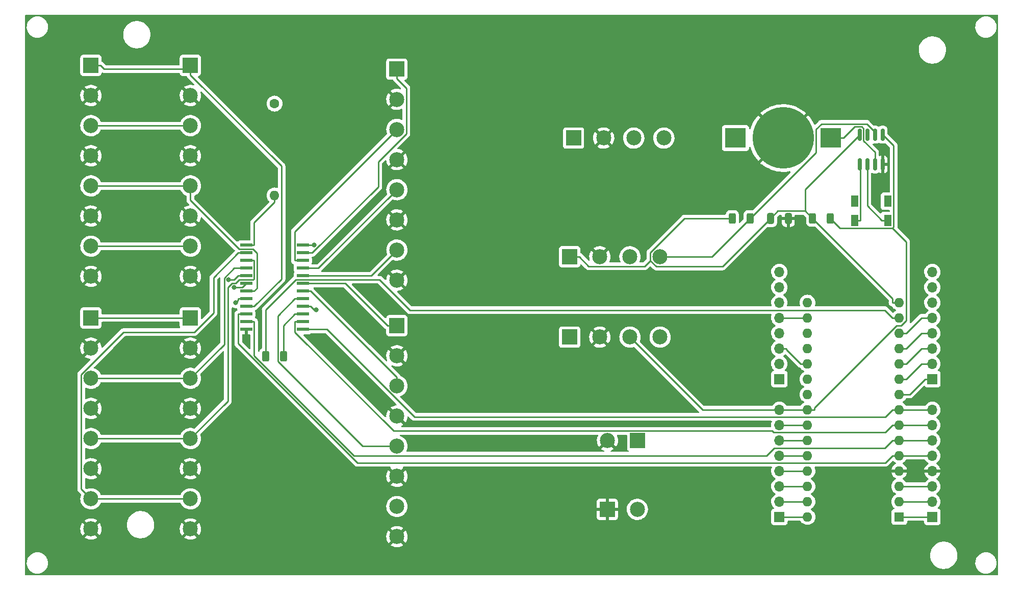
<source format=gbr>
%TF.GenerationSoftware,KiCad,Pcbnew,(6.0.2)*%
%TF.CreationDate,2022-07-12T14:07:49-04:00*%
%TF.ProjectId,RDL_revD6,52444c5f-7265-4764-9436-2e6b69636164,Rev D6*%
%TF.SameCoordinates,Original*%
%TF.FileFunction,Copper,L1,Top*%
%TF.FilePolarity,Positive*%
%FSLAX46Y46*%
G04 Gerber Fmt 4.6, Leading zero omitted, Abs format (unit mm)*
G04 Created by KiCad (PCBNEW (6.0.2)) date 2022-07-12 14:07:49*
%MOMM*%
%LPD*%
G01*
G04 APERTURE LIST*
G04 Aperture macros list*
%AMRoundRect*
0 Rectangle with rounded corners*
0 $1 Rounding radius*
0 $2 $3 $4 $5 $6 $7 $8 $9 X,Y pos of 4 corners*
0 Add a 4 corners polygon primitive as box body*
4,1,4,$2,$3,$4,$5,$6,$7,$8,$9,$2,$3,0*
0 Add four circle primitives for the rounded corners*
1,1,$1+$1,$2,$3*
1,1,$1+$1,$4,$5*
1,1,$1+$1,$6,$7*
1,1,$1+$1,$8,$9*
0 Add four rect primitives between the rounded corners*
20,1,$1+$1,$2,$3,$4,$5,0*
20,1,$1+$1,$4,$5,$6,$7,0*
20,1,$1+$1,$6,$7,$8,$9,0*
20,1,$1+$1,$8,$9,$2,$3,0*%
G04 Aperture macros list end*
%TA.AperFunction,SMDPad,CuDef*%
%ADD10RoundRect,0.250000X-0.312500X-0.625000X0.312500X-0.625000X0.312500X0.625000X-0.312500X0.625000X0*%
%TD*%
%TA.AperFunction,SMDPad,CuDef*%
%ADD11RoundRect,0.150000X0.150000X-0.825000X0.150000X0.825000X-0.150000X0.825000X-0.150000X-0.825000X0*%
%TD*%
%TA.AperFunction,ComponentPad*%
%ADD12C,1.600000*%
%TD*%
%TA.AperFunction,ComponentPad*%
%ADD13O,1.600000X1.600000*%
%TD*%
%TA.AperFunction,ComponentPad*%
%ADD14R,2.500000X2.500000*%
%TD*%
%TA.AperFunction,ComponentPad*%
%ADD15C,2.500000*%
%TD*%
%TA.AperFunction,ComponentPad*%
%ADD16R,1.700000X1.700000*%
%TD*%
%TA.AperFunction,ComponentPad*%
%ADD17O,1.700000X1.700000*%
%TD*%
%TA.AperFunction,SMDPad,CuDef*%
%ADD18R,2.000000X0.600000*%
%TD*%
%TA.AperFunction,ComponentPad*%
%ADD19R,1.600000X1.600000*%
%TD*%
%TA.AperFunction,SMDPad,CuDef*%
%ADD20RoundRect,0.250000X-0.325000X-0.650000X0.325000X-0.650000X0.325000X0.650000X-0.325000X0.650000X0*%
%TD*%
%TA.AperFunction,SMDPad,CuDef*%
%ADD21R,3.500000X3.300000*%
%TD*%
%TA.AperFunction,SMDPad,CuDef*%
%ADD22C,10.200000*%
%TD*%
%TA.AperFunction,SMDPad,CuDef*%
%ADD23R,1.300000X1.900000*%
%TD*%
%TA.AperFunction,SMDPad,CuDef*%
%ADD24RoundRect,0.250000X0.312500X0.625000X-0.312500X0.625000X-0.312500X-0.625000X0.312500X-0.625000X0*%
%TD*%
%TA.AperFunction,ViaPad*%
%ADD25C,0.800000*%
%TD*%
%TA.AperFunction,Conductor*%
%ADD26C,0.250000*%
%TD*%
G04 APERTURE END LIST*
D10*
%TO.P,R2,1*%
%TO.N,/VCC15*%
X186497500Y-77470000D03*
%TO.P,R2,2*%
%TO.N,/SCL*%
X189422500Y-77470000D03*
%TD*%
D11*
%TO.P,U1,1,X1*%
%TO.N,/OSCI*%
X207645000Y-68515000D03*
%TO.P,U1,2,X2*%
%TO.N,/OSCO*%
X208915000Y-68515000D03*
%TO.P,U1,3,VBAT*%
%TO.N,+BATT*%
X210185000Y-68515000D03*
%TO.P,U1,4,GND*%
%TO.N,/GND*%
X211455000Y-68515000D03*
%TO.P,U1,5,SDA*%
%TO.N,/SDA*%
X211455000Y-63565000D03*
%TO.P,U1,6,SCL*%
%TO.N,/SCL*%
X210185000Y-63565000D03*
%TO.P,U1,7,SQW/OUT*%
%TO.N,/SQW*%
X208915000Y-63565000D03*
%TO.P,U1,8,VCC*%
%TO.N,/VCC15*%
X207645000Y-63565000D03*
%TD*%
D12*
%TO.P,R4,1*%
%TO.N,/pin17*%
X110490000Y-58420000D03*
D13*
%TO.P,R4,2*%
%TO.N,/pin19*%
X110490000Y-73660000D03*
%TD*%
D14*
%TO.P,J9,1,Pin_1*%
%TO.N,/VCC15*%
X160140000Y-64135000D03*
D15*
%TO.P,J9,2,Pin_2*%
%TO.N,/GND*%
X165140000Y-64135000D03*
%TO.P,J9,3,Pin_3*%
%TO.N,/pin20*%
X170140000Y-64135000D03*
%TO.P,J9,4,Pin_4*%
%TO.N,/pin12*%
X175140000Y-64135000D03*
%TD*%
D16*
%TO.P,J11,1,Pin_1*%
%TO.N,/pin22*%
X194310000Y-104110000D03*
D17*
%TO.P,J11,2,Pin_2*%
%TO.N,/pin21*%
X194310000Y-101570000D03*
%TO.P,J11,3,Pin_3*%
%TO.N,/pin20*%
X194310000Y-99030000D03*
%TO.P,J11,4,Pin_4*%
%TO.N,/pin19*%
X194310000Y-96490000D03*
%TO.P,J11,5,Pin_5*%
%TO.N,/pin17*%
X194310000Y-93950000D03*
%TO.P,J11,6,Pin_6*%
X194310000Y-91410000D03*
%TO.P,J11,7,Pin_7*%
%TO.N,/pin16*%
X194310000Y-88870000D03*
%TO.P,J11,8,Pin_8*%
%TO.N,unconnected-(J11-Pad8)*%
X194310000Y-86330000D03*
%TD*%
D10*
%TO.P,R1,1*%
%TO.N,/VCC15*%
X199832500Y-77470000D03*
%TO.P,R1,2*%
%TO.N,/SDA*%
X202757500Y-77470000D03*
%TD*%
D16*
%TO.P,J8,1,Pin_1*%
%TO.N,/pin9*%
X219710000Y-104110000D03*
D17*
%TO.P,J8,2,Pin_2*%
%TO.N,/pin10*%
X219710000Y-101570000D03*
%TO.P,J8,3,Pin_3*%
%TO.N,/pin11*%
X219710000Y-99030000D03*
%TO.P,J8,4,Pin_4*%
%TO.N,/pin12*%
X219710000Y-96490000D03*
%TO.P,J8,5,Pin_5*%
%TO.N,/pin13*%
X219710000Y-93950000D03*
%TO.P,J8,6,Pin_6*%
%TO.N,/pin14*%
X219710000Y-91410000D03*
%TO.P,J8,7,Pin_7*%
%TO.N,/VCC15*%
X219710000Y-88870000D03*
%TO.P,J8,8,Pin_8*%
%TO.N,unconnected-(J8-Pad8)*%
X219710000Y-86330000D03*
%TD*%
D14*
%TO.P,J15,1*%
%TO.N,/GND*%
X165735000Y-125730000D03*
D15*
%TO.P,J15,2*%
%TO.N,/pin19*%
X170735000Y-125730000D03*
%TD*%
D16*
%TO.P,J7,1,Pin_1*%
%TO.N,/pin1*%
X219710000Y-126985000D03*
D17*
%TO.P,J7,2,Pin_2*%
%TO.N,/pin2*%
X219710000Y-124445000D03*
%TO.P,J7,3,Pin_3*%
%TO.N,/pin3*%
X219710000Y-121905000D03*
%TO.P,J7,4,Pin_4*%
%TO.N,/GND*%
X219710000Y-119365000D03*
%TO.P,J7,5,Pin_5*%
%TO.N,/pin5*%
X219710000Y-116825000D03*
%TO.P,J7,6,Pin_6*%
%TO.N,/pin6*%
X219710000Y-114285000D03*
%TO.P,J7,7,Pin_7*%
%TO.N,/pin7*%
X219710000Y-111745000D03*
%TO.P,J7,8,Pin_8*%
%TO.N,/pin8*%
X219710000Y-109205000D03*
%TD*%
D14*
%TO.P,J5,1,Pin_1*%
%TO.N,/CH9*%
X130810000Y-52705000D03*
D15*
%TO.P,J5,2,Pin_2*%
%TO.N,/GND*%
X130810000Y-57705000D03*
%TO.P,J5,3,Pin_3*%
%TO.N,/CH10*%
X130810000Y-62705000D03*
%TO.P,J5,4,Pin_4*%
%TO.N,/GND*%
X130810000Y-67705000D03*
%TO.P,J5,5,Pin_5*%
%TO.N,/CH11*%
X130810000Y-72705000D03*
%TO.P,J5,6,Pin_6*%
%TO.N,/GND*%
X130810000Y-77705000D03*
%TO.P,J5,7,Pin_7*%
%TO.N,/CH12*%
X130810000Y-82705000D03*
%TO.P,J5,8,Pin_8*%
%TO.N,/GND*%
X130810000Y-87705000D03*
%TD*%
D18*
%TO.P,U2,1,COM*%
%TO.N,/pin19*%
X105790000Y-81915000D03*
%TO.P,U2,2,I7*%
%TO.N,/CH8*%
X105790000Y-83185000D03*
%TO.P,U2,3,I6*%
%TO.N,/CH7*%
X105790000Y-84455000D03*
%TO.P,U2,4,I5*%
%TO.N,/CH6*%
X105790000Y-85725000D03*
%TO.P,U2,5,I4*%
%TO.N,/CH5*%
X105790000Y-86995000D03*
%TO.P,U2,6,I3*%
%TO.N,/CH4*%
X105790000Y-88265000D03*
%TO.P,U2,7,I2*%
%TO.N,/CH3*%
X105790000Y-89535000D03*
%TO.P,U2,8,I1*%
%TO.N,/CH2*%
X105790000Y-90805000D03*
%TO.P,U2,9,I0*%
%TO.N,/CH1*%
X105790000Y-92075000D03*
%TO.P,U2,10,S0*%
%TO.N,/pin5*%
X105790000Y-93345000D03*
%TO.P,U2,11,S1*%
%TO.N,/pin6*%
X105790000Y-94615000D03*
%TO.P,U2,12,GND*%
%TO.N,/GND*%
X105790000Y-95885000D03*
%TO.P,U2,13,S3*%
%TO.N,/pin8*%
X115190000Y-95885000D03*
%TO.P,U2,14,S2*%
%TO.N,/pin7*%
X115190000Y-94615000D03*
%TO.P,U2,15,E*%
%TO.N,Net-(R3-Pad1)*%
X115190000Y-93345000D03*
%TO.P,U2,16,I15*%
%TO.N,/CH16*%
X115190000Y-92075000D03*
%TO.P,U2,17,I14*%
%TO.N,/CH15*%
X115190000Y-90805000D03*
%TO.P,U2,18,I13*%
%TO.N,/CH14*%
X115190000Y-89535000D03*
%TO.P,U2,19,I12*%
%TO.N,/CH13*%
X115190000Y-88265000D03*
%TO.P,U2,20,I11*%
%TO.N,/CH12*%
X115190000Y-86995000D03*
%TO.P,U2,21,I10*%
%TO.N,/CH11*%
X115190000Y-85725000D03*
%TO.P,U2,22,I9*%
%TO.N,/CH10*%
X115190000Y-84455000D03*
%TO.P,U2,23,I8*%
%TO.N,/CH9*%
X115190000Y-83185000D03*
%TO.P,U2,24,VCC*%
%TO.N,/pin27*%
X115190000Y-81915000D03*
%TD*%
D14*
%TO.P,J13,1,Pin_1*%
%TO.N,/VCC15*%
X159505000Y-97155000D03*
D15*
%TO.P,J13,2,Pin_2*%
%TO.N,/GND*%
X164505000Y-97155000D03*
%TO.P,J13,3,Pin_3*%
%TO.N,/SDA*%
X169505000Y-97155000D03*
%TO.P,J13,4,Pin_4*%
%TO.N,/SCL*%
X174505000Y-97155000D03*
%TD*%
D14*
%TO.P,J1,1,Pin_1*%
%TO.N,/CH1*%
X96520000Y-52070000D03*
D15*
%TO.P,J1,2,Pin_2*%
%TO.N,/GND*%
X96520000Y-57070000D03*
%TO.P,J1,3,Pin_3*%
%TO.N,/CH2*%
X96520000Y-62070000D03*
%TO.P,J1,4,Pin_4*%
%TO.N,/GND*%
X96520000Y-67070000D03*
%TO.P,J1,5,Pin_5*%
%TO.N,/CH3*%
X96520000Y-72070000D03*
%TO.P,J1,6,Pin_6*%
%TO.N,/GND*%
X96520000Y-77070000D03*
%TO.P,J1,7,Pin_7*%
%TO.N,/CH4*%
X96520000Y-82070000D03*
%TO.P,J1,8,Pin_8*%
%TO.N,/GND*%
X96520000Y-87070000D03*
%TD*%
D14*
%TO.P,J14,1*%
%TO.N,/pin19*%
X170775000Y-114300000D03*
D15*
%TO.P,J14,2*%
%TO.N,/GND*%
X165775000Y-114300000D03*
%TD*%
D14*
%TO.P,J2,1,Pin_1*%
%TO.N,/CH5*%
X96520000Y-93980000D03*
D15*
%TO.P,J2,2,Pin_2*%
%TO.N,/GND*%
X96520000Y-98980000D03*
%TO.P,J2,3,Pin_3*%
%TO.N,/CH6*%
X96520000Y-103980000D03*
%TO.P,J2,4,Pin_4*%
%TO.N,/GND*%
X96520000Y-108980000D03*
%TO.P,J2,5,Pin_5*%
%TO.N,/CH7*%
X96520000Y-113980000D03*
%TO.P,J2,6,Pin_6*%
%TO.N,/GND*%
X96520000Y-118980000D03*
%TO.P,J2,7,Pin_7*%
%TO.N,/CH8*%
X96520000Y-123980000D03*
%TO.P,J2,8,Pin_8*%
%TO.N,/GND*%
X96520000Y-128980000D03*
%TD*%
D14*
%TO.P,J12,1,Pin_1*%
%TO.N,/VCC15*%
X159505000Y-83820000D03*
D15*
%TO.P,J12,2,Pin_2*%
%TO.N,/GND*%
X164505000Y-83820000D03*
%TO.P,J12,3,Pin_3*%
%TO.N,/SDA*%
X169505000Y-83820000D03*
%TO.P,J12,4,Pin_4*%
%TO.N,/SCL*%
X174505000Y-83820000D03*
%TD*%
D19*
%TO.P,A1,1,D1/TX*%
%TO.N,/pin1*%
X214210000Y-126985000D03*
D13*
%TO.P,A1,2,D0/RX*%
%TO.N,/pin2*%
X214210000Y-124445000D03*
%TO.P,A1,3,~{RESET}*%
%TO.N,/pin3*%
X214210000Y-121905000D03*
%TO.P,A1,4,GND*%
%TO.N,/GND*%
X214210000Y-119365000D03*
%TO.P,A1,5,D2*%
%TO.N,/pin5*%
X214210000Y-116825000D03*
%TO.P,A1,6,D3*%
%TO.N,/pin6*%
X214210000Y-114285000D03*
%TO.P,A1,7,D4*%
%TO.N,/pin7*%
X214210000Y-111745000D03*
%TO.P,A1,8,D5*%
%TO.N,/pin8*%
X214210000Y-109205000D03*
%TO.P,A1,9,D6*%
%TO.N,/pin9*%
X214210000Y-106665000D03*
%TO.P,A1,10,D7*%
%TO.N,/pin10*%
X214210000Y-104125000D03*
%TO.P,A1,11,D8*%
%TO.N,/pin11*%
X214210000Y-101585000D03*
%TO.P,A1,12,D9*%
%TO.N,/pin12*%
X214210000Y-99045000D03*
%TO.P,A1,13,D10*%
%TO.N,/pin13*%
X214210000Y-96505000D03*
%TO.P,A1,14,D11*%
%TO.N,/pin14*%
X214210000Y-93965000D03*
%TO.P,A1,15,D12*%
%TO.N,/VCC15*%
X214210000Y-91425000D03*
%TO.P,A1,16,D13*%
%TO.N,/pin16*%
X198970000Y-91425000D03*
%TO.P,A1,17,3V3*%
%TO.N,/pin17*%
X198970000Y-93965000D03*
%TO.P,A1,18,AREF*%
X198970000Y-96505000D03*
%TO.P,A1,19,A0*%
%TO.N,/pin19*%
X198970000Y-99045000D03*
%TO.P,A1,20,A1*%
%TO.N,/pin20*%
X198970000Y-101585000D03*
%TO.P,A1,21,A2*%
%TO.N,/pin21*%
X198970000Y-104125000D03*
%TO.P,A1,22,A3*%
%TO.N,/pin22*%
X198970000Y-106665000D03*
%TO.P,A1,23,A4*%
%TO.N,/SDA*%
X198970000Y-109205000D03*
%TO.P,A1,24,A5*%
%TO.N,/SCL*%
X198970000Y-111745000D03*
%TO.P,A1,25,A6*%
%TO.N,/pin25*%
X198970000Y-114285000D03*
%TO.P,A1,26,A7*%
%TO.N,/pin26*%
X198970000Y-116825000D03*
%TO.P,A1,27,+5V*%
%TO.N,/pin27*%
X198970000Y-119365000D03*
%TO.P,A1,28,~{RESET}*%
%TO.N,/pin28*%
X198970000Y-121905000D03*
%TO.P,A1,29,GND*%
%TO.N,/pin29*%
X198970000Y-124445000D03*
%TO.P,A1,30,VIN*%
%TO.N,/pin30*%
X198970000Y-126985000D03*
%TD*%
D20*
%TO.P,C1,1*%
%TO.N,/VCC15*%
X192835000Y-77470000D03*
%TO.P,C1,2*%
%TO.N,/GND*%
X195785000Y-77470000D03*
%TD*%
D16*
%TO.P,J10,1,Pin_1*%
%TO.N,/pin30*%
X194310000Y-126985000D03*
D17*
%TO.P,J10,2,Pin_2*%
%TO.N,/pin29*%
X194310000Y-124445000D03*
%TO.P,J10,3,Pin_3*%
%TO.N,/pin28*%
X194310000Y-121905000D03*
%TO.P,J10,4,Pin_4*%
%TO.N,/pin27*%
X194310000Y-119365000D03*
%TO.P,J10,5,Pin_5*%
%TO.N,/pin26*%
X194310000Y-116825000D03*
%TO.P,J10,6,Pin_6*%
%TO.N,/pin25*%
X194310000Y-114285000D03*
%TO.P,J10,7,Pin_7*%
%TO.N,/SCL*%
X194310000Y-111745000D03*
%TO.P,J10,8,Pin_8*%
%TO.N,/SDA*%
X194310000Y-109205000D03*
%TD*%
D14*
%TO.P,J3,1,Pin_1*%
%TO.N,/CH1*%
X80010000Y-52070000D03*
D15*
%TO.P,J3,2,Pin_2*%
%TO.N,/GND*%
X80010000Y-57070000D03*
%TO.P,J3,3,Pin_3*%
%TO.N,/CH2*%
X80010000Y-62070000D03*
%TO.P,J3,4,Pin_4*%
%TO.N,/GND*%
X80010000Y-67070000D03*
%TO.P,J3,5,Pin_5*%
%TO.N,/CH3*%
X80010000Y-72070000D03*
%TO.P,J3,6,Pin_6*%
%TO.N,/GND*%
X80010000Y-77070000D03*
%TO.P,J3,7,Pin_7*%
%TO.N,/CH4*%
X80010000Y-82070000D03*
%TO.P,J3,8,Pin_8*%
%TO.N,/GND*%
X80010000Y-87070000D03*
%TD*%
D14*
%TO.P,J4,1,Pin_1*%
%TO.N,/CH5*%
X80010000Y-93980000D03*
D15*
%TO.P,J4,2,Pin_2*%
%TO.N,/GND*%
X80010000Y-98980000D03*
%TO.P,J4,3,Pin_3*%
%TO.N,/CH6*%
X80010000Y-103980000D03*
%TO.P,J4,4,Pin_4*%
%TO.N,/GND*%
X80010000Y-108980000D03*
%TO.P,J4,5,Pin_5*%
%TO.N,/CH7*%
X80010000Y-113980000D03*
%TO.P,J4,6,Pin_6*%
%TO.N,/GND*%
X80010000Y-118980000D03*
%TO.P,J4,7,Pin_7*%
%TO.N,/CH8*%
X80010000Y-123980000D03*
%TO.P,J4,8,Pin_8*%
%TO.N,/GND*%
X80010000Y-128980000D03*
%TD*%
D21*
%TO.P,BAT1,1*%
%TO.N,+BATT*%
X202845000Y-64135000D03*
%TO.N,N/C*%
X187045000Y-64135000D03*
D22*
%TO.P,BAT1,2*%
%TO.N,/GND*%
X194945000Y-64135000D03*
%TD*%
D23*
%TO.P,Y1,1,1*%
%TO.N,/OSCI*%
X206800000Y-77800000D03*
%TO.P,Y1,2,2*%
%TO.N,/OSCO*%
X212300000Y-77800000D03*
%TO.P,Y1,3*%
%TO.N,N/C*%
X212300000Y-74600000D03*
%TO.P,Y1,4*%
X206800000Y-74600000D03*
%TD*%
D14*
%TO.P,J6,1,Pin_1*%
%TO.N,/CH13*%
X130810000Y-95250000D03*
D15*
%TO.P,J6,2,Pin_2*%
%TO.N,/GND*%
X130810000Y-100250000D03*
%TO.P,J6,3,Pin_3*%
%TO.N,/CH14*%
X130810000Y-105250000D03*
%TO.P,J6,4,Pin_4*%
%TO.N,/GND*%
X130810000Y-110250000D03*
%TO.P,J6,5,Pin_5*%
%TO.N,/CH15*%
X130810000Y-115250000D03*
%TO.P,J6,6,Pin_6*%
%TO.N,/GND*%
X130810000Y-120250000D03*
%TO.P,J6,7,Pin_7*%
%TO.N,/CH16*%
X130810000Y-125250000D03*
%TO.P,J6,8,Pin_8*%
%TO.N,/GND*%
X130810000Y-130250000D03*
%TD*%
D24*
%TO.P,R3,1*%
%TO.N,Net-(R3-Pad1)*%
X111952500Y-100330000D03*
%TO.P,R3,2*%
%TO.N,/pin14*%
X109027500Y-100330000D03*
%TD*%
D25*
%TO.N,/GND*%
X215265000Y-72390000D03*
X212090000Y-72390000D03*
X104775000Y-100330000D03*
X106045000Y-97790000D03*
%TO.N,/CH16*%
X117369000Y-92592700D03*
%TO.N,/CH5*%
X102866600Y-87645300D03*
%TO.N,/CH4*%
X103775900Y-88937300D03*
%TO.N,/CH2*%
X104038500Y-91441300D03*
%TO.N,/pin27*%
X117049600Y-81879800D03*
%TD*%
D26*
%TO.N,/OSCO*%
X208915000Y-75390300D02*
X208915000Y-68515000D01*
X211324700Y-77800000D02*
X208915000Y-75390300D01*
X212300000Y-77800000D02*
X211324700Y-77800000D01*
%TO.N,/OSCI*%
X207775300Y-68645300D02*
X207645000Y-68515000D01*
X207775300Y-77800000D02*
X207775300Y-68645300D01*
X206800000Y-77800000D02*
X207775300Y-77800000D01*
%TO.N,Net-(R3-Pad1)*%
X111952500Y-95257200D02*
X113864700Y-93345000D01*
X111952500Y-100330000D02*
X111952500Y-95257200D01*
X115190000Y-93345000D02*
X113864700Y-93345000D01*
%TO.N,+BATT*%
X210185000Y-66506200D02*
X210185000Y-68515000D01*
X208280000Y-64601200D02*
X210185000Y-66506200D01*
X208280000Y-62527200D02*
X208280000Y-64601200D01*
X208007400Y-62254600D02*
X208280000Y-62527200D01*
X206800700Y-62254600D02*
X208007400Y-62254600D01*
X204920300Y-64135000D02*
X206800700Y-62254600D01*
X202845000Y-64135000D02*
X204920300Y-64135000D01*
%TO.N,/SCL*%
X194310000Y-111745000D02*
X198970000Y-111745000D01*
X183072500Y-83820000D02*
X189422500Y-77470000D01*
X174505000Y-83820000D02*
X183072500Y-83820000D01*
X210185000Y-63151900D02*
X210185000Y-63565000D01*
X208810000Y-61776900D02*
X210185000Y-63151900D01*
X201282600Y-61776900D02*
X208810000Y-61776900D01*
X200370400Y-62689100D02*
X201282600Y-61776900D01*
X200370400Y-66522100D02*
X200370400Y-62689100D01*
X189422500Y-77470000D02*
X200370400Y-66522100D01*
%TO.N,/SDA*%
X204371700Y-79084200D02*
X213089500Y-79084200D01*
X202757500Y-77470000D02*
X204371700Y-79084200D01*
X213275400Y-65385400D02*
X211455000Y-63565000D01*
X213275400Y-78898300D02*
X213275400Y-65385400D01*
X213089500Y-79084200D02*
X213275400Y-78898300D01*
X198970000Y-109205000D02*
X194310000Y-109205000D01*
X215352100Y-81346800D02*
X213089500Y-79084200D01*
X215352100Y-94418600D02*
X215352100Y-81346800D01*
X214535700Y-95235000D02*
X215352100Y-94418600D01*
X213784000Y-95235000D02*
X214535700Y-95235000D01*
X200095300Y-108923700D02*
X213784000Y-95235000D01*
X200095300Y-109205000D02*
X200095300Y-108923700D01*
X198970000Y-109205000D02*
X200095300Y-109205000D01*
X181555000Y-109205000D02*
X169505000Y-97155000D01*
X194310000Y-109205000D02*
X181555000Y-109205000D01*
%TO.N,/CH16*%
X117033000Y-92592700D02*
X116515300Y-92075000D01*
X117369000Y-92592700D02*
X117033000Y-92592700D01*
X115190000Y-92075000D02*
X116515300Y-92075000D01*
%TO.N,/CH15*%
X111028000Y-93641700D02*
X113864700Y-90805000D01*
X111028000Y-101198200D02*
X111028000Y-93641700D01*
X125079800Y-115250000D02*
X111028000Y-101198200D01*
X130810000Y-115250000D02*
X125079800Y-115250000D01*
X115190000Y-90805000D02*
X113864700Y-90805000D01*
%TO.N,/CH14*%
X130810000Y-103829700D02*
X116515300Y-89535000D01*
X130810000Y-105250000D02*
X130810000Y-103829700D01*
X115190000Y-89535000D02*
X116515300Y-89535000D01*
%TO.N,/CH13*%
X122249700Y-88265000D02*
X115190000Y-88265000D01*
X129234700Y-95250000D02*
X122249700Y-88265000D01*
X130810000Y-95250000D02*
X129234700Y-95250000D01*
%TO.N,/CH12*%
X126520000Y-86995000D02*
X115190000Y-86995000D01*
X130810000Y-82705000D02*
X126520000Y-86995000D01*
%TO.N,/CH11*%
X115190000Y-85725000D02*
X116515300Y-85725000D01*
X117790000Y-85725000D02*
X130810000Y-72705000D01*
X116515300Y-85725000D02*
X117790000Y-85725000D01*
%TO.N,/CH10*%
X113864700Y-79650300D02*
X130810000Y-62705000D01*
X113864700Y-84455000D02*
X113864700Y-79650300D01*
X115190000Y-84455000D02*
X113864700Y-84455000D01*
%TO.N,/CH9*%
X130810000Y-52705000D02*
X130810000Y-54280300D01*
X132385300Y-55855600D02*
X130810000Y-54280300D01*
X132385300Y-63404500D02*
X132385300Y-55855600D01*
X127736200Y-68053600D02*
X132385300Y-63404500D01*
X127736200Y-72219000D02*
X127736200Y-68053600D01*
X116770200Y-83185000D02*
X127736200Y-72219000D01*
X115190000Y-83185000D02*
X116770200Y-83185000D01*
%TO.N,/CH6*%
X105790000Y-85725000D02*
X104464700Y-85725000D01*
X80010000Y-103980000D02*
X96520000Y-103980000D01*
X102141300Y-98358700D02*
X96520000Y-103980000D01*
X102141300Y-87344900D02*
X102141300Y-98358700D01*
X103761200Y-85725000D02*
X102141300Y-87344900D01*
X104464700Y-85725000D02*
X103761200Y-85725000D01*
%TO.N,/CH8*%
X105790000Y-83185000D02*
X104464700Y-83185000D01*
X80010000Y-123980000D02*
X96520000Y-123980000D01*
X100355100Y-87294600D02*
X104464700Y-83185000D01*
X100355100Y-93138300D02*
X100355100Y-87294600D01*
X97172700Y-96320700D02*
X100355100Y-93138300D01*
X85438800Y-96320700D02*
X97172700Y-96320700D01*
X78396200Y-103363300D02*
X85438800Y-96320700D01*
X78396200Y-122366200D02*
X78396200Y-103363300D01*
X80010000Y-123980000D02*
X78396200Y-122366200D01*
%TO.N,/CH7*%
X105790000Y-84455000D02*
X107115300Y-84455000D01*
X80010000Y-113980000D02*
X96520000Y-113980000D01*
X107115300Y-87473900D02*
X107115300Y-84455000D01*
X106959200Y-87630000D02*
X107115300Y-87473900D01*
X104618100Y-87630000D02*
X106959200Y-87630000D01*
X104036100Y-88212000D02*
X104618100Y-87630000D01*
X103475500Y-88212000D02*
X104036100Y-88212000D01*
X102753500Y-88934000D02*
X103475500Y-88212000D01*
X102753500Y-107746500D02*
X102753500Y-88934000D01*
X96520000Y-113980000D02*
X102753500Y-107746500D01*
%TO.N,/CH5*%
X80010000Y-93980000D02*
X96520000Y-93980000D01*
X103814400Y-87645300D02*
X104464700Y-86995000D01*
X102866600Y-87645300D02*
X103814400Y-87645300D01*
X105790000Y-86995000D02*
X104464700Y-86995000D01*
%TO.N,/VCC15*%
X213084700Y-90722200D02*
X199832500Y-77470000D01*
X213084700Y-91425000D02*
X213084700Y-90722200D01*
X214210000Y-91425000D02*
X213084700Y-91425000D01*
X159505000Y-83820000D02*
X161080300Y-83820000D01*
X162655600Y-85395300D02*
X161080300Y-83820000D01*
X171955200Y-85395300D02*
X162655600Y-85395300D01*
X172885200Y-84465300D02*
X171955200Y-85395300D01*
X178568800Y-77470000D02*
X186497500Y-77470000D01*
X172885200Y-83153600D02*
X178568800Y-77470000D01*
X172885200Y-84465300D02*
X172885200Y-83153600D01*
X184864700Y-85440300D02*
X192835000Y-77470000D01*
X173860200Y-85440300D02*
X184864700Y-85440300D01*
X172885200Y-84465300D02*
X173860200Y-85440300D01*
X198594700Y-72615300D02*
X198594700Y-76232200D01*
X207645000Y-63565000D02*
X198594700Y-72615300D01*
X194072800Y-76232200D02*
X198594700Y-76232200D01*
X192835000Y-77470000D02*
X194072800Y-76232200D01*
X198594700Y-76232200D02*
X199832500Y-77470000D01*
%TO.N,/pin29*%
X194310000Y-124445000D02*
X198970000Y-124445000D01*
%TO.N,/pin26*%
X194310000Y-116825000D02*
X198970000Y-116825000D01*
%TO.N,/pin2*%
X214210000Y-124445000D02*
X219710000Y-124445000D01*
%TO.N,/pin1*%
X214210000Y-126985000D02*
X219710000Y-126985000D01*
%TO.N,/CH4*%
X80010000Y-82070000D02*
X96520000Y-82070000D01*
X105145400Y-88909600D02*
X105790000Y-88265000D01*
X103803600Y-88909600D02*
X105145400Y-88909600D01*
X103775900Y-88937300D02*
X103803600Y-88909600D01*
%TO.N,/CH3*%
X80010000Y-72070000D02*
X96520000Y-72070000D01*
X105790000Y-89535000D02*
X107115300Y-89535000D01*
X107609300Y-89041000D02*
X107115300Y-89535000D01*
X107609300Y-83225500D02*
X107609300Y-89041000D01*
X106933800Y-82550000D02*
X107609300Y-83225500D01*
X104625800Y-82550000D02*
X106933800Y-82550000D01*
X96520000Y-74444200D02*
X104625800Y-82550000D01*
X96520000Y-72070000D02*
X96520000Y-74444200D01*
%TO.N,/CH2*%
X80010000Y-62070000D02*
X96520000Y-62070000D01*
X104464700Y-91015100D02*
X104464700Y-90805000D01*
X104038500Y-91441300D02*
X104464700Y-91015100D01*
X105790000Y-90805000D02*
X104464700Y-90805000D01*
%TO.N,/CH1*%
X111655300Y-87535000D02*
X107115300Y-92075000D01*
X111655300Y-68780600D02*
X111655300Y-87535000D01*
X96520000Y-53645300D02*
X111655300Y-68780600D01*
X82191400Y-52676100D02*
X96520000Y-52676100D01*
X81585300Y-52070000D02*
X82191400Y-52676100D01*
X96520000Y-52070000D02*
X96520000Y-52676100D01*
X96520000Y-52676100D02*
X96520000Y-53645300D01*
X80010000Y-52070000D02*
X81585300Y-52070000D01*
X105790000Y-92075000D02*
X107115300Y-92075000D01*
%TO.N,/pin30*%
X194310000Y-126985000D02*
X198970000Y-126985000D01*
%TO.N,/pin28*%
X194310000Y-121905000D02*
X198970000Y-121905000D01*
%TO.N,/pin27*%
X198970000Y-119365000D02*
X194310000Y-119365000D01*
X116550500Y-81879800D02*
X116515300Y-81915000D01*
X117049600Y-81879800D02*
X116550500Y-81879800D01*
X115190000Y-81915000D02*
X116515300Y-81915000D01*
%TO.N,/pin25*%
X194310000Y-114285000D02*
X198970000Y-114285000D01*
%TO.N,/pin20*%
X195485300Y-99225600D02*
X195485300Y-99030000D01*
X197844700Y-101585000D02*
X195485300Y-99225600D01*
X198970000Y-101585000D02*
X197844700Y-101585000D01*
X194310000Y-99030000D02*
X195485300Y-99030000D01*
%TO.N,/pin19*%
X107115300Y-78160000D02*
X107115300Y-81915000D01*
X110490000Y-74785300D02*
X107115300Y-78160000D01*
X110490000Y-73660000D02*
X110490000Y-74785300D01*
X105790000Y-81915000D02*
X107115300Y-81915000D01*
%TO.N,/pin17*%
X195500300Y-93965000D02*
X195485300Y-93950000D01*
X198970000Y-93965000D02*
X195500300Y-93965000D01*
X194310000Y-93950000D02*
X195485300Y-93950000D01*
%TO.N,/pin14*%
X211814700Y-92695000D02*
X213084700Y-93965000D01*
X133002200Y-92695000D02*
X211814700Y-92695000D01*
X127937200Y-87630000D02*
X133002200Y-92695000D01*
X114007200Y-87630000D02*
X127937200Y-87630000D01*
X109027500Y-92609700D02*
X114007200Y-87630000D01*
X109027500Y-100330000D02*
X109027500Y-92609700D01*
X214210000Y-93965000D02*
X213084700Y-93965000D01*
%TO.N,/pin13*%
X217890300Y-93950000D02*
X219710000Y-93950000D01*
X215335300Y-96505000D02*
X217890300Y-93950000D01*
X214210000Y-96505000D02*
X215335300Y-96505000D01*
%TO.N,/pin12*%
X217890300Y-96490000D02*
X219710000Y-96490000D01*
X215335300Y-99045000D02*
X217890300Y-96490000D01*
X214210000Y-99045000D02*
X215335300Y-99045000D01*
%TO.N,/pin11*%
X217890300Y-99030000D02*
X219710000Y-99030000D01*
X215335300Y-101585000D02*
X217890300Y-99030000D01*
X214210000Y-101585000D02*
X215335300Y-101585000D01*
%TO.N,/pin10*%
X217890300Y-101570000D02*
X219710000Y-101570000D01*
X215335300Y-104125000D02*
X217890300Y-101570000D01*
X214210000Y-104125000D02*
X215335300Y-104125000D01*
%TO.N,/pin9*%
X215979700Y-106665000D02*
X218534700Y-104110000D01*
X214210000Y-106665000D02*
X215979700Y-106665000D01*
X219710000Y-104110000D02*
X218534700Y-104110000D01*
%TO.N,/pin8*%
X219710000Y-109205000D02*
X214210000Y-109205000D01*
X119217100Y-95885000D02*
X115190000Y-95885000D01*
X133727700Y-110395600D02*
X119217100Y-95885000D01*
X211894100Y-110395600D02*
X133727700Y-110395600D01*
X213084700Y-109205000D02*
X211894100Y-110395600D01*
X214210000Y-109205000D02*
X213084700Y-109205000D01*
%TO.N,/pin7*%
X219710000Y-111745000D02*
X214210000Y-111745000D01*
X113864700Y-96324900D02*
X113864700Y-94615000D01*
X130238800Y-112699000D02*
X113864700Y-96324900D01*
X193109000Y-112699000D02*
X130238800Y-112699000D01*
X193352400Y-112942400D02*
X193109000Y-112699000D01*
X211887300Y-112942400D02*
X193352400Y-112942400D01*
X213084700Y-111745000D02*
X211887300Y-112942400D01*
X214210000Y-111745000D02*
X213084700Y-111745000D01*
X115190000Y-94615000D02*
X113864700Y-94615000D01*
%TO.N,/pin6*%
X219710000Y-114285000D02*
X214210000Y-114285000D01*
X107115300Y-100240500D02*
X107115300Y-94615000D01*
X123705700Y-116830900D02*
X107115300Y-100240500D01*
X192179100Y-116830900D02*
X123705700Y-116830900D01*
X193455000Y-115555000D02*
X192179100Y-116830900D01*
X211814700Y-115555000D02*
X193455000Y-115555000D01*
X213084700Y-114285000D02*
X211814700Y-115555000D01*
X214210000Y-114285000D02*
X213084700Y-114285000D01*
X105790000Y-94615000D02*
X107115300Y-94615000D01*
%TO.N,/pin5*%
X219710000Y-116825000D02*
X214210000Y-116825000D01*
X104464700Y-98226800D02*
X104464700Y-93345000D01*
X124243800Y-118005900D02*
X104464700Y-98226800D01*
X211903800Y-118005900D02*
X124243800Y-118005900D01*
X213084700Y-116825000D02*
X211903800Y-118005900D01*
X214210000Y-116825000D02*
X213084700Y-116825000D01*
X105790000Y-93345000D02*
X104464700Y-93345000D01*
%TO.N,/pin3*%
X214210000Y-121905000D02*
X219710000Y-121905000D01*
%TD*%
%TA.AperFunction,Conductor*%
%TO.N,/GND*%
G36*
X230574121Y-43708002D02*
G01*
X230620614Y-43761658D01*
X230632000Y-43814000D01*
X230632000Y-136526000D01*
X230611998Y-136594121D01*
X230558342Y-136640614D01*
X230506000Y-136652000D01*
X69214000Y-136652000D01*
X69145879Y-136631998D01*
X69099386Y-136578342D01*
X69088000Y-136526000D01*
X69088000Y-134727655D01*
X69359858Y-134727655D01*
X69395104Y-134986638D01*
X69396412Y-134991124D01*
X69396412Y-134991126D01*
X69416098Y-135058664D01*
X69468243Y-135237567D01*
X69577668Y-135474928D01*
X69580231Y-135478837D01*
X69718410Y-135689596D01*
X69718414Y-135689601D01*
X69720976Y-135693509D01*
X69895018Y-135888506D01*
X70095970Y-136055637D01*
X70099973Y-136058066D01*
X70315422Y-136188804D01*
X70315426Y-136188806D01*
X70319419Y-136191229D01*
X70560455Y-136292303D01*
X70813783Y-136356641D01*
X70818434Y-136357109D01*
X70818438Y-136357110D01*
X71011308Y-136376531D01*
X71030867Y-136378500D01*
X71186354Y-136378500D01*
X71188679Y-136378327D01*
X71188685Y-136378327D01*
X71376000Y-136364407D01*
X71376004Y-136364406D01*
X71380652Y-136364061D01*
X71385200Y-136363032D01*
X71385206Y-136363031D01*
X71571601Y-136320853D01*
X71635577Y-136306377D01*
X71671769Y-136292303D01*
X71874824Y-136213340D01*
X71874827Y-136213339D01*
X71879177Y-136211647D01*
X72106098Y-136081951D01*
X72311357Y-135920138D01*
X72490443Y-135729763D01*
X72610910Y-135556112D01*
X72636759Y-135518851D01*
X72636761Y-135518848D01*
X72639424Y-135515009D01*
X72660248Y-135472783D01*
X72752960Y-135284781D01*
X72752961Y-135284778D01*
X72755025Y-135280593D01*
X72783865Y-135190498D01*
X72833280Y-135036123D01*
X72834707Y-135031665D01*
X72876721Y-134773693D01*
X72879787Y-134539483D01*
X72880081Y-134517022D01*
X72880081Y-134517019D01*
X72880142Y-134512345D01*
X72844896Y-134253362D01*
X72830473Y-134203877D01*
X72773068Y-134006932D01*
X72771757Y-134002433D01*
X72662332Y-133765072D01*
X72614509Y-133692130D01*
X72521590Y-133550404D01*
X72521586Y-133550399D01*
X72519024Y-133546491D01*
X72385958Y-133397404D01*
X219351941Y-133397404D01*
X219378091Y-133696292D01*
X219379001Y-133700364D01*
X219379002Y-133700369D01*
X219442628Y-133985016D01*
X219443540Y-133989095D01*
X219547140Y-134270671D01*
X219549084Y-134274359D01*
X219549088Y-134274367D01*
X219685116Y-134532367D01*
X219687069Y-134536071D01*
X219860871Y-134780633D01*
X220065490Y-135000061D01*
X220297333Y-135190498D01*
X220552325Y-135348600D01*
X220825988Y-135471589D01*
X220984525Y-135518851D01*
X221109514Y-135556112D01*
X221109516Y-135556112D01*
X221113513Y-135557304D01*
X221117633Y-135557957D01*
X221117635Y-135557957D01*
X221236509Y-135576785D01*
X221409848Y-135604239D01*
X221452577Y-135606179D01*
X221502262Y-135608436D01*
X221502281Y-135608436D01*
X221503681Y-135608500D01*
X221691107Y-135608500D01*
X221914370Y-135593671D01*
X221918464Y-135592846D01*
X221918468Y-135592845D01*
X222059513Y-135564405D01*
X222208480Y-135534368D01*
X222492163Y-135436688D01*
X222495896Y-135434819D01*
X222495900Y-135434817D01*
X222756691Y-135304222D01*
X222756693Y-135304221D01*
X222760435Y-135302347D01*
X223008584Y-135133706D01*
X223232248Y-134933726D01*
X223234966Y-134930555D01*
X223408873Y-134727655D01*
X226839858Y-134727655D01*
X226875104Y-134986638D01*
X226876412Y-134991124D01*
X226876412Y-134991126D01*
X226896098Y-135058664D01*
X226948243Y-135237567D01*
X227057668Y-135474928D01*
X227060231Y-135478837D01*
X227198410Y-135689596D01*
X227198414Y-135689601D01*
X227200976Y-135693509D01*
X227375018Y-135888506D01*
X227575970Y-136055637D01*
X227579973Y-136058066D01*
X227795422Y-136188804D01*
X227795426Y-136188806D01*
X227799419Y-136191229D01*
X228040455Y-136292303D01*
X228293783Y-136356641D01*
X228298434Y-136357109D01*
X228298438Y-136357110D01*
X228491308Y-136376531D01*
X228510867Y-136378500D01*
X228666354Y-136378500D01*
X228668679Y-136378327D01*
X228668685Y-136378327D01*
X228856000Y-136364407D01*
X228856004Y-136364406D01*
X228860652Y-136364061D01*
X228865200Y-136363032D01*
X228865206Y-136363031D01*
X229051601Y-136320853D01*
X229115577Y-136306377D01*
X229151769Y-136292303D01*
X229354824Y-136213340D01*
X229354827Y-136213339D01*
X229359177Y-136211647D01*
X229586098Y-136081951D01*
X229791357Y-135920138D01*
X229970443Y-135729763D01*
X230090910Y-135556112D01*
X230116759Y-135518851D01*
X230116761Y-135518848D01*
X230119424Y-135515009D01*
X230140248Y-135472783D01*
X230232960Y-135284781D01*
X230232961Y-135284778D01*
X230235025Y-135280593D01*
X230263865Y-135190498D01*
X230313280Y-135036123D01*
X230314707Y-135031665D01*
X230356721Y-134773693D01*
X230359787Y-134539483D01*
X230360081Y-134517022D01*
X230360081Y-134517019D01*
X230360142Y-134512345D01*
X230324896Y-134253362D01*
X230310473Y-134203877D01*
X230253068Y-134006932D01*
X230251757Y-134002433D01*
X230142332Y-133765072D01*
X230094509Y-133692130D01*
X230001590Y-133550404D01*
X230001586Y-133550399D01*
X229999024Y-133546491D01*
X229824982Y-133351494D01*
X229624030Y-133184363D01*
X229488066Y-133101858D01*
X229404578Y-133051196D01*
X229404574Y-133051194D01*
X229400581Y-133048771D01*
X229159545Y-132947697D01*
X228906217Y-132883359D01*
X228901566Y-132882891D01*
X228901562Y-132882890D01*
X228692271Y-132861816D01*
X228689133Y-132861500D01*
X228533646Y-132861500D01*
X228531321Y-132861673D01*
X228531315Y-132861673D01*
X228344000Y-132875593D01*
X228343996Y-132875594D01*
X228339348Y-132875939D01*
X228334800Y-132876968D01*
X228334794Y-132876969D01*
X228148399Y-132919147D01*
X228084423Y-132933623D01*
X228080071Y-132935315D01*
X228080069Y-132935316D01*
X227845176Y-133026660D01*
X227845173Y-133026661D01*
X227840823Y-133028353D01*
X227613902Y-133158049D01*
X227408643Y-133319862D01*
X227229557Y-133510237D01*
X227168575Y-133598142D01*
X227103373Y-133692130D01*
X227080576Y-133724991D01*
X227078510Y-133729181D01*
X227078508Y-133729184D01*
X226993487Y-133901591D01*
X226964975Y-133959407D01*
X226963553Y-133963850D01*
X226963552Y-133963852D01*
X226955472Y-133989095D01*
X226885293Y-134208335D01*
X226843279Y-134466307D01*
X226839858Y-134727655D01*
X223408873Y-134727655D01*
X223424779Y-134709097D01*
X223424782Y-134709093D01*
X223427499Y-134705923D01*
X223429773Y-134702421D01*
X223429777Y-134702416D01*
X223588628Y-134457807D01*
X223588631Y-134457802D01*
X223590907Y-134454297D01*
X223719600Y-134183270D01*
X223776217Y-134006932D01*
X223810038Y-133901591D01*
X223810038Y-133901590D01*
X223811318Y-133897604D01*
X223864448Y-133602316D01*
X223866806Y-133550404D01*
X223877870Y-133306766D01*
X223877870Y-133306760D01*
X223878059Y-133302596D01*
X223867977Y-133187355D01*
X223852273Y-133007870D01*
X223851909Y-133003708D01*
X223839133Y-132946548D01*
X223787372Y-132714984D01*
X223787371Y-132714981D01*
X223786460Y-132710905D01*
X223682860Y-132429329D01*
X223680916Y-132425641D01*
X223680912Y-132425633D01*
X223544884Y-132167633D01*
X223544883Y-132167632D01*
X223542931Y-132163929D01*
X223369129Y-131919367D01*
X223164510Y-131699939D01*
X222932667Y-131509502D01*
X222677675Y-131351400D01*
X222404012Y-131228411D01*
X222190650Y-131164805D01*
X222120486Y-131143888D01*
X222120484Y-131143888D01*
X222116487Y-131142696D01*
X222112367Y-131142043D01*
X222112365Y-131142043D01*
X221993491Y-131123215D01*
X221820152Y-131095761D01*
X221777423Y-131093821D01*
X221727738Y-131091564D01*
X221727719Y-131091564D01*
X221726319Y-131091500D01*
X221538893Y-131091500D01*
X221315630Y-131106329D01*
X221311536Y-131107154D01*
X221311532Y-131107155D01*
X221170487Y-131135595D01*
X221021520Y-131165632D01*
X220737837Y-131263312D01*
X220734104Y-131265181D01*
X220734100Y-131265183D01*
X220473309Y-131395778D01*
X220469565Y-131397653D01*
X220221416Y-131566294D01*
X219997752Y-131766274D01*
X219995035Y-131769444D01*
X219995034Y-131769445D01*
X219811207Y-131983920D01*
X219802501Y-131994077D01*
X219800227Y-131997579D01*
X219800223Y-131997584D01*
X219689792Y-132167633D01*
X219639093Y-132245703D01*
X219510400Y-132516730D01*
X219418682Y-132802396D01*
X219417941Y-132806515D01*
X219374353Y-133048771D01*
X219365552Y-133097684D01*
X219365363Y-133101851D01*
X219365362Y-133101858D01*
X219354026Y-133351494D01*
X219351941Y-133397404D01*
X72385958Y-133397404D01*
X72344982Y-133351494D01*
X72144030Y-133184363D01*
X72008066Y-133101858D01*
X71924578Y-133051196D01*
X71924574Y-133051194D01*
X71920581Y-133048771D01*
X71679545Y-132947697D01*
X71426217Y-132883359D01*
X71421566Y-132882891D01*
X71421562Y-132882890D01*
X71212271Y-132861816D01*
X71209133Y-132861500D01*
X71053646Y-132861500D01*
X71051321Y-132861673D01*
X71051315Y-132861673D01*
X70864000Y-132875593D01*
X70863996Y-132875594D01*
X70859348Y-132875939D01*
X70854800Y-132876968D01*
X70854794Y-132876969D01*
X70668399Y-132919147D01*
X70604423Y-132933623D01*
X70600071Y-132935315D01*
X70600069Y-132935316D01*
X70365176Y-133026660D01*
X70365173Y-133026661D01*
X70360823Y-133028353D01*
X70133902Y-133158049D01*
X69928643Y-133319862D01*
X69749557Y-133510237D01*
X69688575Y-133598142D01*
X69623373Y-133692130D01*
X69600576Y-133724991D01*
X69598510Y-133729181D01*
X69598508Y-133729184D01*
X69513487Y-133901591D01*
X69484975Y-133959407D01*
X69483553Y-133963850D01*
X69483552Y-133963852D01*
X69475472Y-133989095D01*
X69405293Y-134208335D01*
X69363279Y-134466307D01*
X69359858Y-134727655D01*
X69088000Y-134727655D01*
X69088000Y-131659133D01*
X129765612Y-131659133D01*
X129774325Y-131670653D01*
X129872018Y-131742284D01*
X129879928Y-131747227D01*
X130102890Y-131864533D01*
X130111453Y-131868256D01*
X130349304Y-131951318D01*
X130358313Y-131953732D01*
X130605842Y-132000727D01*
X130615098Y-132001781D01*
X130866857Y-132011673D01*
X130876171Y-132011347D01*
X131126615Y-131983920D01*
X131135792Y-131982219D01*
X131379431Y-131918074D01*
X131388251Y-131915037D01*
X131619736Y-131815583D01*
X131628008Y-131811276D01*
X131842249Y-131678700D01*
X131849188Y-131673658D01*
X131857518Y-131661019D01*
X131851456Y-131650666D01*
X130822812Y-130622022D01*
X130808868Y-130614408D01*
X130807035Y-130614539D01*
X130800420Y-130618790D01*
X129772270Y-131646940D01*
X129765612Y-131659133D01*
X69088000Y-131659133D01*
X69088000Y-130389133D01*
X78965612Y-130389133D01*
X78974325Y-130400653D01*
X79072018Y-130472284D01*
X79079928Y-130477227D01*
X79302890Y-130594533D01*
X79311453Y-130598256D01*
X79549304Y-130681318D01*
X79558313Y-130683732D01*
X79805842Y-130730727D01*
X79815098Y-130731781D01*
X80066857Y-130741673D01*
X80076171Y-130741347D01*
X80326615Y-130713920D01*
X80335792Y-130712219D01*
X80579431Y-130648074D01*
X80588251Y-130645037D01*
X80819736Y-130545583D01*
X80828008Y-130541276D01*
X81042249Y-130408700D01*
X81049188Y-130403658D01*
X81057518Y-130391019D01*
X81051456Y-130380666D01*
X80022812Y-129352022D01*
X80008868Y-129344408D01*
X80007035Y-129344539D01*
X80000420Y-129348790D01*
X78972270Y-130376940D01*
X78965612Y-130389133D01*
X69088000Y-130389133D01*
X69088000Y-128938523D01*
X78247898Y-128938523D01*
X78259987Y-129190175D01*
X78261124Y-129199435D01*
X78310274Y-129446535D01*
X78312768Y-129455528D01*
X78397900Y-129692639D01*
X78401700Y-129701174D01*
X78520946Y-129923101D01*
X78525957Y-129930968D01*
X78589446Y-130015990D01*
X78600704Y-130024439D01*
X78613123Y-130017667D01*
X79637978Y-128992812D01*
X79644356Y-128981132D01*
X80374408Y-128981132D01*
X80374539Y-128982965D01*
X80378790Y-128989580D01*
X81409913Y-130020703D01*
X81422293Y-130027463D01*
X81430634Y-130021219D01*
X81556765Y-129825127D01*
X81561212Y-129816936D01*
X81664691Y-129587222D01*
X81667882Y-129578455D01*
X81736269Y-129335976D01*
X81738129Y-129326834D01*
X81770116Y-129075396D01*
X81770597Y-129069108D01*
X81772847Y-128983160D01*
X81772696Y-128976851D01*
X81753912Y-128724074D01*
X81752536Y-128714868D01*
X81696929Y-128469126D01*
X81694205Y-128460215D01*
X81638669Y-128317404D01*
X86001941Y-128317404D01*
X86028091Y-128616292D01*
X86029001Y-128620364D01*
X86029002Y-128620369D01*
X86092628Y-128905016D01*
X86093540Y-128909095D01*
X86094984Y-128913018D01*
X86094984Y-128913020D01*
X86120719Y-128982965D01*
X86197140Y-129190671D01*
X86199084Y-129194359D01*
X86199088Y-129194367D01*
X86332041Y-129446535D01*
X86337069Y-129456071D01*
X86510871Y-129700633D01*
X86715490Y-129920061D01*
X86947333Y-130110498D01*
X87202325Y-130268600D01*
X87475988Y-130391589D01*
X87506393Y-130400653D01*
X87759514Y-130476112D01*
X87759516Y-130476112D01*
X87763513Y-130477304D01*
X87767633Y-130477957D01*
X87767635Y-130477957D01*
X87886509Y-130496785D01*
X88059848Y-130524239D01*
X88102577Y-130526179D01*
X88152262Y-130528436D01*
X88152281Y-130528436D01*
X88153681Y-130528500D01*
X88341107Y-130528500D01*
X88564370Y-130513671D01*
X88568464Y-130512846D01*
X88568468Y-130512845D01*
X88709513Y-130484405D01*
X88858480Y-130454368D01*
X89047936Y-130389133D01*
X95475612Y-130389133D01*
X95484325Y-130400653D01*
X95582018Y-130472284D01*
X95589928Y-130477227D01*
X95812890Y-130594533D01*
X95821453Y-130598256D01*
X96059304Y-130681318D01*
X96068313Y-130683732D01*
X96315842Y-130730727D01*
X96325098Y-130731781D01*
X96576857Y-130741673D01*
X96586171Y-130741347D01*
X96836615Y-130713920D01*
X96845792Y-130712219D01*
X97089431Y-130648074D01*
X97098251Y-130645037D01*
X97329736Y-130545583D01*
X97338008Y-130541276D01*
X97552249Y-130408700D01*
X97559188Y-130403658D01*
X97567518Y-130391019D01*
X97561456Y-130380666D01*
X97389313Y-130208523D01*
X129047898Y-130208523D01*
X129059987Y-130460175D01*
X129061124Y-130469435D01*
X129110274Y-130716535D01*
X129112768Y-130725528D01*
X129197900Y-130962639D01*
X129201700Y-130971174D01*
X129320946Y-131193101D01*
X129325957Y-131200968D01*
X129389446Y-131285990D01*
X129400704Y-131294439D01*
X129413123Y-131287667D01*
X130437978Y-130262812D01*
X130444356Y-130251132D01*
X131174408Y-130251132D01*
X131174539Y-130252965D01*
X131178790Y-130259580D01*
X132209913Y-131290703D01*
X132222293Y-131297463D01*
X132230634Y-131291219D01*
X132356765Y-131095127D01*
X132361212Y-131086936D01*
X132464691Y-130857222D01*
X132467882Y-130848455D01*
X132536269Y-130605976D01*
X132538129Y-130596834D01*
X132570116Y-130345396D01*
X132570597Y-130339108D01*
X132572847Y-130253160D01*
X132572696Y-130246851D01*
X132553912Y-129994074D01*
X132552536Y-129984868D01*
X132496929Y-129739126D01*
X132494205Y-129730215D01*
X132402888Y-129495392D01*
X132398877Y-129486983D01*
X132273854Y-129268240D01*
X132268643Y-129260514D01*
X132231391Y-129213261D01*
X132219466Y-129204790D01*
X132207934Y-129211276D01*
X131182022Y-130237188D01*
X131174408Y-130251132D01*
X130444356Y-130251132D01*
X130445592Y-130248868D01*
X130445461Y-130247035D01*
X130441210Y-130240420D01*
X129411321Y-129210531D01*
X129398013Y-129203264D01*
X129387974Y-129210386D01*
X129377761Y-129222666D01*
X129372346Y-129230258D01*
X129241646Y-129445646D01*
X129237408Y-129453963D01*
X129139981Y-129686299D01*
X129137020Y-129695149D01*
X129075006Y-129939331D01*
X129073384Y-129948528D01*
X129048143Y-130199198D01*
X129047898Y-130208523D01*
X97389313Y-130208523D01*
X96532812Y-129352022D01*
X96518868Y-129344408D01*
X96517035Y-129344539D01*
X96510420Y-129348790D01*
X95482270Y-130376940D01*
X95475612Y-130389133D01*
X89047936Y-130389133D01*
X89142163Y-130356688D01*
X89145896Y-130354819D01*
X89145900Y-130354817D01*
X89406691Y-130224222D01*
X89406693Y-130224221D01*
X89410435Y-130222347D01*
X89658584Y-130053706D01*
X89694919Y-130021219D01*
X89846608Y-129885592D01*
X89882248Y-129853726D01*
X89988110Y-129730215D01*
X90074779Y-129629097D01*
X90074782Y-129629093D01*
X90077499Y-129625923D01*
X90079773Y-129622421D01*
X90079777Y-129622416D01*
X90238628Y-129377807D01*
X90238631Y-129377802D01*
X90240907Y-129374297D01*
X90369600Y-129103270D01*
X90378550Y-129075396D01*
X90422495Y-128938523D01*
X94757898Y-128938523D01*
X94769987Y-129190175D01*
X94771124Y-129199435D01*
X94820274Y-129446535D01*
X94822768Y-129455528D01*
X94907900Y-129692639D01*
X94911700Y-129701174D01*
X95030946Y-129923101D01*
X95035957Y-129930968D01*
X95099446Y-130015990D01*
X95110704Y-130024439D01*
X95123123Y-130017667D01*
X96147978Y-128992812D01*
X96154356Y-128981132D01*
X96884408Y-128981132D01*
X96884539Y-128982965D01*
X96888790Y-128989580D01*
X97919913Y-130020703D01*
X97932293Y-130027463D01*
X97940634Y-130021219D01*
X98066765Y-129825127D01*
X98071212Y-129816936D01*
X98174691Y-129587222D01*
X98177882Y-129578455D01*
X98246269Y-129335976D01*
X98248129Y-129326834D01*
X98280116Y-129075396D01*
X98280597Y-129069108D01*
X98282847Y-128983160D01*
X98282696Y-128976851D01*
X98272438Y-128838803D01*
X129763216Y-128838803D01*
X129767789Y-128848579D01*
X130797188Y-129877978D01*
X130811132Y-129885592D01*
X130812965Y-129885461D01*
X130819580Y-129881210D01*
X131848419Y-128852371D01*
X131854803Y-128840681D01*
X131845391Y-128828570D01*
X131708593Y-128733670D01*
X131700565Y-128728942D01*
X131474593Y-128617505D01*
X131465960Y-128614017D01*
X131225998Y-128537205D01*
X131216938Y-128535029D01*
X130968260Y-128494529D01*
X130958973Y-128493717D01*
X130707053Y-128490419D01*
X130697742Y-128490989D01*
X130448097Y-128524964D01*
X130438978Y-128526902D01*
X130197098Y-128597404D01*
X130188367Y-128600667D01*
X129959558Y-128706151D01*
X129951406Y-128710670D01*
X129772353Y-128828062D01*
X129763216Y-128838803D01*
X98272438Y-128838803D01*
X98263912Y-128724074D01*
X98262536Y-128714868D01*
X98206929Y-128469126D01*
X98204205Y-128460215D01*
X98112888Y-128225392D01*
X98108877Y-128216983D01*
X97983854Y-127998240D01*
X97978643Y-127990514D01*
X97941391Y-127943261D01*
X97929466Y-127934790D01*
X97917934Y-127941276D01*
X96892022Y-128967188D01*
X96884408Y-128981132D01*
X96154356Y-128981132D01*
X96155592Y-128978868D01*
X96155461Y-128977035D01*
X96151210Y-128970420D01*
X95121321Y-127940531D01*
X95108013Y-127933264D01*
X95097974Y-127940386D01*
X95087761Y-127952666D01*
X95082346Y-127960258D01*
X94951646Y-128175646D01*
X94947408Y-128183963D01*
X94849981Y-128416299D01*
X94847020Y-128425149D01*
X94785006Y-128669331D01*
X94783384Y-128678528D01*
X94758143Y-128929198D01*
X94757898Y-128938523D01*
X90422495Y-128938523D01*
X90460038Y-128821591D01*
X90460038Y-128821590D01*
X90461318Y-128817604D01*
X90477271Y-128728942D01*
X90513709Y-128526425D01*
X90513710Y-128526420D01*
X90514448Y-128522316D01*
X90516864Y-128469126D01*
X90527870Y-128226766D01*
X90527870Y-128226760D01*
X90528059Y-128222596D01*
X90523952Y-128175646D01*
X90504447Y-127952715D01*
X90501909Y-127923708D01*
X90481678Y-127833197D01*
X90437372Y-127634984D01*
X90437371Y-127634981D01*
X90436460Y-127630905D01*
X90413611Y-127568803D01*
X95473216Y-127568803D01*
X95477789Y-127578579D01*
X96507188Y-128607978D01*
X96521132Y-128615592D01*
X96522965Y-128615461D01*
X96529580Y-128611210D01*
X97558419Y-127582371D01*
X97564803Y-127570681D01*
X97555391Y-127558570D01*
X97418593Y-127463670D01*
X97410565Y-127458942D01*
X97184593Y-127347505D01*
X97175960Y-127344017D01*
X96935998Y-127267205D01*
X96926938Y-127265029D01*
X96678260Y-127224529D01*
X96668973Y-127223717D01*
X96417053Y-127220419D01*
X96407742Y-127220989D01*
X96158097Y-127254964D01*
X96148978Y-127256902D01*
X95907098Y-127327404D01*
X95898367Y-127330667D01*
X95669558Y-127436151D01*
X95661406Y-127440670D01*
X95482353Y-127558062D01*
X95473216Y-127568803D01*
X90413611Y-127568803D01*
X90332860Y-127349329D01*
X90330916Y-127345641D01*
X90330912Y-127345633D01*
X90194884Y-127087633D01*
X90194883Y-127087632D01*
X90192931Y-127083929D01*
X90150817Y-127024669D01*
X163977001Y-127024669D01*
X163977371Y-127031490D01*
X163982895Y-127082352D01*
X163986521Y-127097604D01*
X164031676Y-127218054D01*
X164040214Y-127233649D01*
X164116715Y-127335724D01*
X164129276Y-127348285D01*
X164231351Y-127424786D01*
X164246946Y-127433324D01*
X164367394Y-127478478D01*
X164382649Y-127482105D01*
X164433514Y-127487631D01*
X164440328Y-127488000D01*
X165462885Y-127488000D01*
X165478124Y-127483525D01*
X165479329Y-127482135D01*
X165481000Y-127474452D01*
X165481000Y-127469884D01*
X165989000Y-127469884D01*
X165993475Y-127485123D01*
X165994865Y-127486328D01*
X166002548Y-127487999D01*
X167029669Y-127487999D01*
X167036490Y-127487629D01*
X167087352Y-127482105D01*
X167102604Y-127478479D01*
X167223054Y-127433324D01*
X167238649Y-127424786D01*
X167340724Y-127348285D01*
X167353285Y-127335724D01*
X167429786Y-127233649D01*
X167438324Y-127218054D01*
X167483478Y-127097606D01*
X167487105Y-127082351D01*
X167492631Y-127031486D01*
X167493000Y-127024672D01*
X167493000Y-126002115D01*
X167488525Y-125986876D01*
X167487135Y-125985671D01*
X167479452Y-125984000D01*
X166007115Y-125984000D01*
X165991876Y-125988475D01*
X165990671Y-125989865D01*
X165989000Y-125997548D01*
X165989000Y-127469884D01*
X165481000Y-127469884D01*
X165481000Y-126002115D01*
X165476525Y-125986876D01*
X165475135Y-125985671D01*
X165467452Y-125984000D01*
X163995116Y-125984000D01*
X163979877Y-125988475D01*
X163978672Y-125989865D01*
X163977001Y-125997548D01*
X163977001Y-127024669D01*
X90150817Y-127024669D01*
X90019129Y-126839367D01*
X89814510Y-126619939D01*
X89582667Y-126429502D01*
X89327675Y-126271400D01*
X89054012Y-126148411D01*
X88859026Y-126090283D01*
X88770486Y-126063888D01*
X88770484Y-126063888D01*
X88766487Y-126062696D01*
X88762367Y-126062043D01*
X88762365Y-126062043D01*
X88576090Y-126032540D01*
X88470152Y-126015761D01*
X88427423Y-126013821D01*
X88377738Y-126011564D01*
X88377719Y-126011564D01*
X88376319Y-126011500D01*
X88188893Y-126011500D01*
X87965630Y-126026329D01*
X87961536Y-126027154D01*
X87961532Y-126027155D01*
X87820487Y-126055595D01*
X87671520Y-126085632D01*
X87387837Y-126183312D01*
X87384104Y-126185181D01*
X87384100Y-126185183D01*
X87159268Y-126297771D01*
X87119565Y-126317653D01*
X87015013Y-126388706D01*
X86922797Y-126451376D01*
X86871416Y-126486294D01*
X86647752Y-126686274D01*
X86645035Y-126689444D01*
X86645034Y-126689445D01*
X86475782Y-126886915D01*
X86452501Y-126914077D01*
X86450227Y-126917579D01*
X86450223Y-126917584D01*
X86293378Y-127159104D01*
X86289093Y-127165703D01*
X86287299Y-127169482D01*
X86287298Y-127169483D01*
X86261546Y-127223717D01*
X86160400Y-127436730D01*
X86159121Y-127440713D01*
X86159120Y-127440716D01*
X86078390Y-127692158D01*
X86068682Y-127722396D01*
X86067941Y-127726515D01*
X86020318Y-127991198D01*
X86015552Y-128017684D01*
X86015363Y-128021851D01*
X86015362Y-128021858D01*
X86002130Y-128313234D01*
X86001941Y-128317404D01*
X81638669Y-128317404D01*
X81602888Y-128225392D01*
X81598877Y-128216983D01*
X81473854Y-127998240D01*
X81468643Y-127990514D01*
X81431391Y-127943261D01*
X81419466Y-127934790D01*
X81407934Y-127941276D01*
X80382022Y-128967188D01*
X80374408Y-128981132D01*
X79644356Y-128981132D01*
X79645592Y-128978868D01*
X79645461Y-128977035D01*
X79641210Y-128970420D01*
X78611321Y-127940531D01*
X78598013Y-127933264D01*
X78587974Y-127940386D01*
X78577761Y-127952666D01*
X78572346Y-127960258D01*
X78441646Y-128175646D01*
X78437408Y-128183963D01*
X78339981Y-128416299D01*
X78337020Y-128425149D01*
X78275006Y-128669331D01*
X78273384Y-128678528D01*
X78248143Y-128929198D01*
X78247898Y-128938523D01*
X69088000Y-128938523D01*
X69088000Y-127568803D01*
X78963216Y-127568803D01*
X78967789Y-127578579D01*
X79997188Y-128607978D01*
X80011132Y-128615592D01*
X80012965Y-128615461D01*
X80019580Y-128611210D01*
X81048419Y-127582371D01*
X81054803Y-127570681D01*
X81045391Y-127558570D01*
X80908593Y-127463670D01*
X80900565Y-127458942D01*
X80674593Y-127347505D01*
X80665960Y-127344017D01*
X80425998Y-127267205D01*
X80416938Y-127265029D01*
X80168260Y-127224529D01*
X80158973Y-127223717D01*
X79907053Y-127220419D01*
X79897742Y-127220989D01*
X79648097Y-127254964D01*
X79638978Y-127256902D01*
X79397098Y-127327404D01*
X79388367Y-127330667D01*
X79159558Y-127436151D01*
X79151406Y-127440670D01*
X78972353Y-127558062D01*
X78963216Y-127568803D01*
X69088000Y-127568803D01*
X69088000Y-103343243D01*
X77757980Y-103343243D01*
X77758726Y-103351135D01*
X77762141Y-103387261D01*
X77762700Y-103399119D01*
X77762700Y-122287433D01*
X77762173Y-122298616D01*
X77760498Y-122306109D01*
X77760747Y-122314035D01*
X77760747Y-122314036D01*
X77762638Y-122374186D01*
X77762700Y-122378145D01*
X77762700Y-122406056D01*
X77763197Y-122409990D01*
X77763197Y-122409991D01*
X77763205Y-122410056D01*
X77764138Y-122421893D01*
X77765527Y-122466089D01*
X77771178Y-122485539D01*
X77775187Y-122504900D01*
X77777726Y-122524997D01*
X77780645Y-122532368D01*
X77780645Y-122532370D01*
X77794004Y-122566112D01*
X77797849Y-122577342D01*
X77810182Y-122619793D01*
X77814215Y-122626612D01*
X77814217Y-122626617D01*
X77820493Y-122637228D01*
X77829188Y-122654976D01*
X77836648Y-122673817D01*
X77841310Y-122680233D01*
X77841310Y-122680234D01*
X77862636Y-122709587D01*
X77869152Y-122719507D01*
X77886772Y-122749300D01*
X77891658Y-122757562D01*
X77905979Y-122771883D01*
X77918819Y-122786916D01*
X77930728Y-122803307D01*
X77936834Y-122808358D01*
X77964805Y-122831498D01*
X77973584Y-122839488D01*
X78341952Y-123207856D01*
X78375978Y-123270168D01*
X78369055Y-123345674D01*
X78337697Y-123420455D01*
X78273359Y-123673783D01*
X78272891Y-123678434D01*
X78272890Y-123678438D01*
X78264902Y-123757771D01*
X78247173Y-123933839D01*
X78247397Y-123938505D01*
X78247397Y-123938511D01*
X78251632Y-124026676D01*
X78259713Y-124194908D01*
X78310704Y-124451256D01*
X78399026Y-124697252D01*
X78401242Y-124701376D01*
X78465753Y-124821437D01*
X78522737Y-124927491D01*
X78525532Y-124931234D01*
X78525534Y-124931237D01*
X78676330Y-125133177D01*
X78676335Y-125133183D01*
X78679122Y-125136915D01*
X78682431Y-125140195D01*
X78682436Y-125140201D01*
X78793198Y-125250000D01*
X78864743Y-125320923D01*
X78868505Y-125323681D01*
X78868508Y-125323684D01*
X79070138Y-125471525D01*
X79075524Y-125475474D01*
X79079667Y-125477654D01*
X79079669Y-125477655D01*
X79302684Y-125594989D01*
X79302689Y-125594991D01*
X79306834Y-125597172D01*
X79438204Y-125643049D01*
X79545661Y-125680575D01*
X79553590Y-125683344D01*
X79558183Y-125684216D01*
X79805785Y-125731224D01*
X79805788Y-125731224D01*
X79810374Y-125732095D01*
X79940959Y-125737226D01*
X80066875Y-125742174D01*
X80066881Y-125742174D01*
X80071543Y-125742357D01*
X80155519Y-125733160D01*
X80326707Y-125714412D01*
X80326712Y-125714411D01*
X80331360Y-125713902D01*
X80335884Y-125712711D01*
X80579594Y-125648548D01*
X80579596Y-125648547D01*
X80584117Y-125647357D01*
X80824262Y-125544182D01*
X80969419Y-125454357D01*
X81042547Y-125409104D01*
X81042548Y-125409104D01*
X81046519Y-125406646D01*
X81050082Y-125403629D01*
X81050087Y-125403626D01*
X81242439Y-125240787D01*
X81242440Y-125240786D01*
X81246005Y-125237768D01*
X81325539Y-125147077D01*
X81415257Y-125044774D01*
X81415261Y-125044769D01*
X81418339Y-125041259D01*
X81454659Y-124984794D01*
X81557205Y-124825367D01*
X81559733Y-124821437D01*
X81619955Y-124687749D01*
X81666171Y-124633855D01*
X81734837Y-124613500D01*
X94790320Y-124613500D01*
X94858441Y-124633502D01*
X94904934Y-124687158D01*
X94905517Y-124688592D01*
X94905545Y-124688580D01*
X94907443Y-124692843D01*
X94909026Y-124697252D01*
X94911242Y-124701376D01*
X94911243Y-124701378D01*
X94975753Y-124821437D01*
X95032737Y-124927491D01*
X95035532Y-124931234D01*
X95035534Y-124931237D01*
X95186330Y-125133177D01*
X95186335Y-125133183D01*
X95189122Y-125136915D01*
X95192431Y-125140195D01*
X95192436Y-125140201D01*
X95303198Y-125250000D01*
X95374743Y-125320923D01*
X95378505Y-125323681D01*
X95378508Y-125323684D01*
X95580138Y-125471525D01*
X95585524Y-125475474D01*
X95589667Y-125477654D01*
X95589669Y-125477655D01*
X95812684Y-125594989D01*
X95812689Y-125594991D01*
X95816834Y-125597172D01*
X95948204Y-125643049D01*
X96055661Y-125680575D01*
X96063590Y-125683344D01*
X96068183Y-125684216D01*
X96315785Y-125731224D01*
X96315788Y-125731224D01*
X96320374Y-125732095D01*
X96450959Y-125737226D01*
X96576875Y-125742174D01*
X96576881Y-125742174D01*
X96581543Y-125742357D01*
X96665519Y-125733160D01*
X96836707Y-125714412D01*
X96836712Y-125714411D01*
X96841360Y-125713902D01*
X96845884Y-125712711D01*
X97089594Y-125648548D01*
X97089596Y-125648547D01*
X97094117Y-125647357D01*
X97334262Y-125544182D01*
X97479419Y-125454357D01*
X97552547Y-125409104D01*
X97552548Y-125409104D01*
X97556519Y-125406646D01*
X97560082Y-125403629D01*
X97560087Y-125403626D01*
X97752439Y-125240787D01*
X97752440Y-125240786D01*
X97756005Y-125237768D01*
X97785760Y-125203839D01*
X129047173Y-125203839D01*
X129047397Y-125208505D01*
X129047397Y-125208511D01*
X129049183Y-125245688D01*
X129059713Y-125464908D01*
X129110704Y-125721256D01*
X129199026Y-125967252D01*
X129211176Y-125989865D01*
X129316124Y-126185183D01*
X129322737Y-126197491D01*
X129325532Y-126201234D01*
X129325534Y-126201237D01*
X129476330Y-126403177D01*
X129476335Y-126403183D01*
X129479122Y-126406915D01*
X129482431Y-126410195D01*
X129482436Y-126410201D01*
X129661426Y-126587635D01*
X129664743Y-126590923D01*
X129668505Y-126593681D01*
X129668508Y-126593684D01*
X129790987Y-126683489D01*
X129875524Y-126745474D01*
X129879667Y-126747654D01*
X129879669Y-126747655D01*
X130102684Y-126864989D01*
X130102689Y-126864991D01*
X130106834Y-126867172D01*
X130353590Y-126953344D01*
X130358183Y-126954216D01*
X130605785Y-127001224D01*
X130605788Y-127001224D01*
X130610374Y-127002095D01*
X130740958Y-127007226D01*
X130866875Y-127012174D01*
X130866881Y-127012174D01*
X130871543Y-127012357D01*
X130950977Y-127003657D01*
X131126707Y-126984412D01*
X131126712Y-126984411D01*
X131131360Y-126983902D01*
X131244116Y-126954216D01*
X131379594Y-126918548D01*
X131379596Y-126918547D01*
X131384117Y-126917357D01*
X131391752Y-126914077D01*
X131557713Y-126842774D01*
X131624262Y-126814182D01*
X131846519Y-126676646D01*
X131850082Y-126673629D01*
X131850087Y-126673626D01*
X132042439Y-126510787D01*
X132042440Y-126510786D01*
X132046005Y-126507768D01*
X132099076Y-126447252D01*
X132215257Y-126314774D01*
X132215261Y-126314769D01*
X132218339Y-126311259D01*
X132239834Y-126277842D01*
X132357205Y-126095367D01*
X132359733Y-126091437D01*
X132467083Y-125853129D01*
X132501167Y-125732278D01*
X132514828Y-125683839D01*
X168972173Y-125683839D01*
X168972397Y-125688505D01*
X168972397Y-125688511D01*
X168974959Y-125741848D01*
X168984713Y-125944908D01*
X169035704Y-126201256D01*
X169124026Y-126447252D01*
X169126242Y-126451376D01*
X169190753Y-126571437D01*
X169247737Y-126677491D01*
X169250532Y-126681234D01*
X169250534Y-126681237D01*
X169401330Y-126883177D01*
X169401335Y-126883183D01*
X169404122Y-126886915D01*
X169407431Y-126890195D01*
X169407436Y-126890201D01*
X169549960Y-127031486D01*
X169589743Y-127070923D01*
X169593505Y-127073681D01*
X169593508Y-127073684D01*
X169724162Y-127169483D01*
X169800524Y-127225474D01*
X169804667Y-127227654D01*
X169804669Y-127227655D01*
X170027684Y-127344989D01*
X170027689Y-127344991D01*
X170031834Y-127347172D01*
X170278590Y-127433344D01*
X170283183Y-127434216D01*
X170530785Y-127481224D01*
X170530788Y-127481224D01*
X170535374Y-127482095D01*
X170665958Y-127487226D01*
X170791875Y-127492174D01*
X170791881Y-127492174D01*
X170796543Y-127492357D01*
X170877186Y-127483525D01*
X171051707Y-127464412D01*
X171051712Y-127464411D01*
X171056360Y-127463902D01*
X171144602Y-127440670D01*
X171304594Y-127398548D01*
X171304596Y-127398547D01*
X171309117Y-127397357D01*
X171549262Y-127294182D01*
X171689167Y-127207607D01*
X171767547Y-127159104D01*
X171767548Y-127159104D01*
X171771519Y-127156646D01*
X171775082Y-127153629D01*
X171775087Y-127153626D01*
X171967439Y-126990787D01*
X171967440Y-126990786D01*
X171971005Y-126987768D01*
X172002546Y-126951802D01*
X172140257Y-126794774D01*
X172140261Y-126794769D01*
X172143339Y-126791259D01*
X172210868Y-126686274D01*
X172251572Y-126622991D01*
X172284733Y-126571437D01*
X172392083Y-126333129D01*
X172431499Y-126193371D01*
X172461760Y-126086076D01*
X172461761Y-126086073D01*
X172463030Y-126081572D01*
X172475230Y-125985671D01*
X172495616Y-125825421D01*
X172495616Y-125825417D01*
X172496014Y-125822291D01*
X172496170Y-125816358D01*
X172498348Y-125733160D01*
X172498431Y-125730000D01*
X172492317Y-125647722D01*
X172479407Y-125474000D01*
X172479406Y-125473996D01*
X172479061Y-125469348D01*
X172477967Y-125464510D01*
X172422408Y-125218980D01*
X172421377Y-125214423D01*
X172391236Y-125136915D01*
X172328340Y-124975176D01*
X172328339Y-124975173D01*
X172326647Y-124970823D01*
X172311193Y-124943783D01*
X172241266Y-124821437D01*
X172196951Y-124743902D01*
X172035138Y-124538643D01*
X171844763Y-124359557D01*
X171692437Y-124253884D01*
X171633851Y-124213241D01*
X171633848Y-124213239D01*
X171630009Y-124210576D01*
X171607541Y-124199496D01*
X171399781Y-124097040D01*
X171399778Y-124097039D01*
X171395593Y-124094975D01*
X171349449Y-124080204D01*
X171151123Y-124016720D01*
X171146665Y-124015293D01*
X170888693Y-123973279D01*
X170774942Y-123971790D01*
X170632022Y-123969919D01*
X170632019Y-123969919D01*
X170627345Y-123969858D01*
X170368362Y-124005104D01*
X170117433Y-124078243D01*
X170113180Y-124080203D01*
X170113179Y-124080204D01*
X170076659Y-124097040D01*
X169880072Y-124187668D01*
X169843573Y-124211598D01*
X169665404Y-124328410D01*
X169665399Y-124328414D01*
X169661491Y-124330976D01*
X169466494Y-124505018D01*
X169299363Y-124705970D01*
X169296934Y-124709973D01*
X169231882Y-124817176D01*
X169163771Y-124929419D01*
X169062697Y-125170455D01*
X168998359Y-125423783D01*
X168997891Y-125428434D01*
X168997890Y-125428438D01*
X168993552Y-125471525D01*
X168972173Y-125683839D01*
X132514828Y-125683839D01*
X132536760Y-125606076D01*
X132536761Y-125606073D01*
X132538030Y-125601572D01*
X132553794Y-125477655D01*
X132556309Y-125457885D01*
X163977000Y-125457885D01*
X163981475Y-125473124D01*
X163982865Y-125474329D01*
X163990548Y-125476000D01*
X165462885Y-125476000D01*
X165478124Y-125471525D01*
X165479329Y-125470135D01*
X165481000Y-125462452D01*
X165481000Y-125457885D01*
X165989000Y-125457885D01*
X165993475Y-125473124D01*
X165994865Y-125474329D01*
X166002548Y-125476000D01*
X167474884Y-125476000D01*
X167490123Y-125471525D01*
X167491328Y-125470135D01*
X167492999Y-125462452D01*
X167492999Y-124435331D01*
X167492629Y-124428510D01*
X167487105Y-124377648D01*
X167483479Y-124362396D01*
X167438324Y-124241946D01*
X167429786Y-124226351D01*
X167353285Y-124124276D01*
X167340724Y-124111715D01*
X167238649Y-124035214D01*
X167223054Y-124026676D01*
X167102606Y-123981522D01*
X167087351Y-123977895D01*
X167036486Y-123972369D01*
X167029672Y-123972000D01*
X166007115Y-123972000D01*
X165991876Y-123976475D01*
X165990671Y-123977865D01*
X165989000Y-123985548D01*
X165989000Y-125457885D01*
X165481000Y-125457885D01*
X165481000Y-123990116D01*
X165476525Y-123974877D01*
X165475135Y-123973672D01*
X165467452Y-123972001D01*
X164440331Y-123972001D01*
X164433510Y-123972371D01*
X164382648Y-123977895D01*
X164367396Y-123981521D01*
X164246946Y-124026676D01*
X164231351Y-124035214D01*
X164129276Y-124111715D01*
X164116715Y-124124276D01*
X164040214Y-124226351D01*
X164031676Y-124241946D01*
X163986522Y-124362394D01*
X163982895Y-124377649D01*
X163977369Y-124428514D01*
X163977000Y-124435328D01*
X163977000Y-125457885D01*
X132556309Y-125457885D01*
X132570616Y-125345421D01*
X132570616Y-125345417D01*
X132571014Y-125342291D01*
X132571376Y-125328489D01*
X132572520Y-125284789D01*
X132573431Y-125250000D01*
X132566095Y-125151277D01*
X132554407Y-124994000D01*
X132554406Y-124993996D01*
X132554061Y-124989348D01*
X132550855Y-124975176D01*
X132497408Y-124738980D01*
X132496377Y-124734423D01*
X132486869Y-124709973D01*
X132403340Y-124495176D01*
X132403339Y-124495173D01*
X132401647Y-124490823D01*
X132366035Y-124428514D01*
X132312068Y-124334093D01*
X132271951Y-124263902D01*
X132110138Y-124058643D01*
X131919763Y-123879557D01*
X131705009Y-123730576D01*
X131700816Y-123728508D01*
X131474781Y-123617040D01*
X131474778Y-123617039D01*
X131470593Y-123614975D01*
X131465289Y-123613277D01*
X131226123Y-123536720D01*
X131221665Y-123535293D01*
X130963693Y-123493279D01*
X130849942Y-123491790D01*
X130707022Y-123489919D01*
X130707019Y-123489919D01*
X130702345Y-123489858D01*
X130443362Y-123525104D01*
X130192433Y-123598243D01*
X130188180Y-123600203D01*
X130188179Y-123600204D01*
X130151659Y-123617040D01*
X129955072Y-123707668D01*
X129916067Y-123733241D01*
X129740404Y-123848410D01*
X129740399Y-123848414D01*
X129736491Y-123850976D01*
X129599022Y-123973672D01*
X129557514Y-124010720D01*
X129541494Y-124025018D01*
X129374363Y-124225970D01*
X129371934Y-124229973D01*
X129241453Y-124445000D01*
X129238771Y-124449419D01*
X129137697Y-124690455D01*
X129073359Y-124943783D01*
X129072891Y-124948434D01*
X129072890Y-124948438D01*
X129070636Y-124970823D01*
X129047173Y-125203839D01*
X97785760Y-125203839D01*
X97835539Y-125147077D01*
X97925257Y-125044774D01*
X97925261Y-125044769D01*
X97928339Y-125041259D01*
X97964659Y-124984794D01*
X98067205Y-124825367D01*
X98069733Y-124821437D01*
X98177083Y-124583129D01*
X98188595Y-124542311D01*
X98246760Y-124336076D01*
X98246761Y-124336073D01*
X98248030Y-124331572D01*
X98264832Y-124199496D01*
X98280616Y-124075421D01*
X98280616Y-124075417D01*
X98281014Y-124072291D01*
X98281276Y-124062311D01*
X98282758Y-124005702D01*
X98283431Y-123980000D01*
X98282837Y-123972001D01*
X98264407Y-123724000D01*
X98264406Y-123723996D01*
X98264061Y-123719348D01*
X98261419Y-123707668D01*
X98207408Y-123468980D01*
X98206377Y-123464423D01*
X98204684Y-123460069D01*
X98113340Y-123225176D01*
X98113339Y-123225173D01*
X98111647Y-123220823D01*
X98105871Y-123210716D01*
X98020189Y-123060805D01*
X97981951Y-122993902D01*
X97820138Y-122788643D01*
X97629763Y-122609557D01*
X97415009Y-122460576D01*
X97410816Y-122458508D01*
X97184781Y-122347040D01*
X97184778Y-122347039D01*
X97180593Y-122344975D01*
X97134449Y-122330204D01*
X96936123Y-122266720D01*
X96931665Y-122265293D01*
X96673693Y-122223279D01*
X96559942Y-122221790D01*
X96417022Y-122219919D01*
X96417019Y-122219919D01*
X96412345Y-122219858D01*
X96153362Y-122255104D01*
X95902433Y-122328243D01*
X95898180Y-122330203D01*
X95898179Y-122330204D01*
X95865071Y-122345467D01*
X95665072Y-122437668D01*
X95626067Y-122463241D01*
X95450404Y-122578410D01*
X95450399Y-122578414D01*
X95446491Y-122580976D01*
X95251494Y-122755018D01*
X95084363Y-122955970D01*
X95081934Y-122959973D01*
X94951453Y-123175000D01*
X94948771Y-123179419D01*
X94912396Y-123266166D01*
X94911113Y-123269225D01*
X94866324Y-123324311D01*
X94794915Y-123346500D01*
X81736713Y-123346500D01*
X81668592Y-123326498D01*
X81622099Y-123272842D01*
X81619280Y-123266166D01*
X81603342Y-123225180D01*
X81603338Y-123225173D01*
X81601647Y-123220823D01*
X81595871Y-123210716D01*
X81510189Y-123060805D01*
X81471951Y-122993902D01*
X81310138Y-122788643D01*
X81119763Y-122609557D01*
X80905009Y-122460576D01*
X80900816Y-122458508D01*
X80674781Y-122347040D01*
X80674778Y-122347039D01*
X80670593Y-122344975D01*
X80624449Y-122330204D01*
X80426123Y-122266720D01*
X80421665Y-122265293D01*
X80163693Y-122223279D01*
X80049942Y-122221790D01*
X79907022Y-122219919D01*
X79907019Y-122219919D01*
X79902345Y-122219858D01*
X79643362Y-122255104D01*
X79392433Y-122328243D01*
X79388181Y-122330203D01*
X79388179Y-122330204D01*
X79377533Y-122335112D01*
X79307296Y-122345467D01*
X79242610Y-122316204D01*
X79235687Y-122309781D01*
X79066605Y-122140699D01*
X79032579Y-122078387D01*
X79029700Y-122051604D01*
X79029700Y-121659133D01*
X129765612Y-121659133D01*
X129774325Y-121670653D01*
X129872018Y-121742284D01*
X129879928Y-121747227D01*
X130102890Y-121864533D01*
X130111453Y-121868256D01*
X130349304Y-121951318D01*
X130358313Y-121953732D01*
X130605842Y-122000727D01*
X130615098Y-122001781D01*
X130866857Y-122011673D01*
X130876171Y-122011347D01*
X131126615Y-121983920D01*
X131135792Y-121982219D01*
X131379431Y-121918074D01*
X131388251Y-121915037D01*
X131619736Y-121815583D01*
X131628008Y-121811276D01*
X131842249Y-121678700D01*
X131849188Y-121673658D01*
X131857518Y-121661019D01*
X131851456Y-121650666D01*
X130822812Y-120622022D01*
X130808868Y-120614408D01*
X130807035Y-120614539D01*
X130800420Y-120618790D01*
X129772270Y-121646940D01*
X129765612Y-121659133D01*
X79029700Y-121659133D01*
X79029700Y-120659467D01*
X79049702Y-120591346D01*
X79103358Y-120544853D01*
X79173632Y-120534749D01*
X79214368Y-120547959D01*
X79302891Y-120594534D01*
X79311453Y-120598256D01*
X79549304Y-120681318D01*
X79558313Y-120683732D01*
X79805842Y-120730727D01*
X79815098Y-120731781D01*
X80066857Y-120741673D01*
X80076171Y-120741347D01*
X80326615Y-120713920D01*
X80335792Y-120712219D01*
X80579431Y-120648074D01*
X80588251Y-120645037D01*
X80819736Y-120545583D01*
X80828008Y-120541276D01*
X81042249Y-120408700D01*
X81049188Y-120403658D01*
X81057518Y-120391019D01*
X81056414Y-120389133D01*
X95475612Y-120389133D01*
X95484325Y-120400653D01*
X95582018Y-120472284D01*
X95589928Y-120477227D01*
X95812890Y-120594533D01*
X95821453Y-120598256D01*
X96059304Y-120681318D01*
X96068313Y-120683732D01*
X96315842Y-120730727D01*
X96325098Y-120731781D01*
X96576857Y-120741673D01*
X96586171Y-120741347D01*
X96836615Y-120713920D01*
X96845792Y-120712219D01*
X97089431Y-120648074D01*
X97098251Y-120645037D01*
X97329736Y-120545583D01*
X97338008Y-120541276D01*
X97552249Y-120408700D01*
X97559188Y-120403658D01*
X97567518Y-120391019D01*
X97561456Y-120380666D01*
X97389313Y-120208523D01*
X129047898Y-120208523D01*
X129059987Y-120460175D01*
X129061124Y-120469435D01*
X129110274Y-120716535D01*
X129112768Y-120725528D01*
X129197900Y-120962639D01*
X129201700Y-120971174D01*
X129320946Y-121193101D01*
X129325957Y-121200968D01*
X129389446Y-121285990D01*
X129400704Y-121294439D01*
X129413123Y-121287667D01*
X130437978Y-120262812D01*
X130444356Y-120251132D01*
X131174408Y-120251132D01*
X131174539Y-120252965D01*
X131178790Y-120259580D01*
X132209913Y-121290703D01*
X132222293Y-121297463D01*
X132230634Y-121291219D01*
X132356765Y-121095127D01*
X132361212Y-121086936D01*
X132464691Y-120857222D01*
X132467882Y-120848455D01*
X132536269Y-120605976D01*
X132538129Y-120596834D01*
X132570116Y-120345396D01*
X132570597Y-120339108D01*
X132572847Y-120253160D01*
X132572696Y-120246851D01*
X132553912Y-119994074D01*
X132552536Y-119984868D01*
X132496929Y-119739126D01*
X132494205Y-119730215D01*
X132402888Y-119495392D01*
X132398877Y-119486983D01*
X132273854Y-119268240D01*
X132268643Y-119260514D01*
X132231391Y-119213261D01*
X132219466Y-119204790D01*
X132207934Y-119211276D01*
X131182022Y-120237188D01*
X131174408Y-120251132D01*
X130444356Y-120251132D01*
X130445592Y-120248868D01*
X130445461Y-120247035D01*
X130441210Y-120240420D01*
X129411321Y-119210531D01*
X129398013Y-119203264D01*
X129387974Y-119210386D01*
X129377761Y-119222666D01*
X129372346Y-119230258D01*
X129241646Y-119445646D01*
X129237408Y-119453963D01*
X129139981Y-119686299D01*
X129137020Y-119695149D01*
X129075006Y-119939331D01*
X129073384Y-119948528D01*
X129048143Y-120199198D01*
X129047898Y-120208523D01*
X97389313Y-120208523D01*
X96532812Y-119352022D01*
X96518868Y-119344408D01*
X96517035Y-119344539D01*
X96510420Y-119348790D01*
X95482270Y-120376940D01*
X95475612Y-120389133D01*
X81056414Y-120389133D01*
X81051456Y-120380666D01*
X79739885Y-119069095D01*
X79705859Y-119006783D01*
X79707694Y-118981132D01*
X80374408Y-118981132D01*
X80374539Y-118982965D01*
X80378790Y-118989580D01*
X81409913Y-120020703D01*
X81422293Y-120027463D01*
X81430634Y-120021219D01*
X81556765Y-119825127D01*
X81561212Y-119816936D01*
X81664691Y-119587222D01*
X81667882Y-119578455D01*
X81736269Y-119335976D01*
X81738129Y-119326834D01*
X81770116Y-119075390D01*
X81770597Y-119069108D01*
X81772847Y-118983160D01*
X81772696Y-118976851D01*
X81769848Y-118938523D01*
X94757898Y-118938523D01*
X94769987Y-119190175D01*
X94771124Y-119199435D01*
X94820274Y-119446535D01*
X94822768Y-119455528D01*
X94907900Y-119692639D01*
X94911700Y-119701174D01*
X95030946Y-119923101D01*
X95035957Y-119930968D01*
X95099446Y-120015990D01*
X95110704Y-120024439D01*
X95123123Y-120017667D01*
X96147978Y-118992812D01*
X96154356Y-118981132D01*
X96884408Y-118981132D01*
X96884539Y-118982965D01*
X96888790Y-118989580D01*
X97919913Y-120020703D01*
X97932293Y-120027463D01*
X97940634Y-120021219D01*
X98066765Y-119825127D01*
X98071212Y-119816936D01*
X98174691Y-119587222D01*
X98177882Y-119578455D01*
X98246269Y-119335976D01*
X98248129Y-119326834D01*
X98280116Y-119075390D01*
X98280597Y-119069108D01*
X98282847Y-118983160D01*
X98282696Y-118976851D01*
X98263912Y-118724074D01*
X98262536Y-118714868D01*
X98206929Y-118469126D01*
X98204205Y-118460215D01*
X98112888Y-118225392D01*
X98108877Y-118216983D01*
X97983854Y-117998240D01*
X97978643Y-117990514D01*
X97941391Y-117943261D01*
X97929466Y-117934790D01*
X97917934Y-117941276D01*
X96892022Y-118967188D01*
X96884408Y-118981132D01*
X96154356Y-118981132D01*
X96155592Y-118978868D01*
X96155461Y-118977035D01*
X96151210Y-118970420D01*
X95121321Y-117940531D01*
X95108013Y-117933264D01*
X95097974Y-117940386D01*
X95087761Y-117952666D01*
X95082346Y-117960258D01*
X94951646Y-118175646D01*
X94947408Y-118183963D01*
X94849981Y-118416299D01*
X94847020Y-118425149D01*
X94785006Y-118669331D01*
X94783384Y-118678528D01*
X94758143Y-118929198D01*
X94757898Y-118938523D01*
X81769848Y-118938523D01*
X81753912Y-118724074D01*
X81752536Y-118714868D01*
X81696929Y-118469126D01*
X81694205Y-118460215D01*
X81602888Y-118225392D01*
X81598877Y-118216983D01*
X81473854Y-117998240D01*
X81468643Y-117990514D01*
X81431391Y-117943261D01*
X81419466Y-117934790D01*
X81407934Y-117941276D01*
X80382022Y-118967188D01*
X80374408Y-118981132D01*
X79707694Y-118981132D01*
X79710924Y-118935968D01*
X79739885Y-118890905D01*
X81048419Y-117582371D01*
X81054803Y-117570681D01*
X81053344Y-117568803D01*
X95473216Y-117568803D01*
X95477789Y-117578579D01*
X96507188Y-118607978D01*
X96521132Y-118615592D01*
X96522965Y-118615461D01*
X96529580Y-118611210D01*
X97558419Y-117582371D01*
X97564803Y-117570681D01*
X97555391Y-117558570D01*
X97418593Y-117463670D01*
X97410565Y-117458942D01*
X97184593Y-117347505D01*
X97175960Y-117344017D01*
X96935998Y-117267205D01*
X96926938Y-117265029D01*
X96678260Y-117224529D01*
X96668973Y-117223717D01*
X96417053Y-117220419D01*
X96407742Y-117220989D01*
X96158097Y-117254964D01*
X96148978Y-117256902D01*
X95907098Y-117327404D01*
X95898367Y-117330667D01*
X95669558Y-117436151D01*
X95661406Y-117440670D01*
X95482353Y-117558062D01*
X95473216Y-117568803D01*
X81053344Y-117568803D01*
X81045391Y-117558570D01*
X80908593Y-117463670D01*
X80900565Y-117458942D01*
X80674593Y-117347505D01*
X80665960Y-117344017D01*
X80425998Y-117267205D01*
X80416938Y-117265029D01*
X80168260Y-117224529D01*
X80158973Y-117223717D01*
X79907053Y-117220419D01*
X79897742Y-117220989D01*
X79648097Y-117254964D01*
X79638978Y-117256902D01*
X79397098Y-117327404D01*
X79388362Y-117330669D01*
X79208451Y-117413610D01*
X79138214Y-117423965D01*
X79073528Y-117394703D01*
X79034931Y-117335114D01*
X79029700Y-117299184D01*
X79029700Y-115660031D01*
X79049702Y-115591910D01*
X79103358Y-115545417D01*
X79173632Y-115535313D01*
X79214363Y-115548521D01*
X79306834Y-115597172D01*
X79465153Y-115652460D01*
X79528586Y-115674612D01*
X79553590Y-115683344D01*
X79558183Y-115684216D01*
X79805785Y-115731224D01*
X79805788Y-115731224D01*
X79810374Y-115732095D01*
X79940959Y-115737226D01*
X80066875Y-115742174D01*
X80066881Y-115742174D01*
X80071543Y-115742357D01*
X80150977Y-115733657D01*
X80326707Y-115714412D01*
X80326712Y-115714411D01*
X80331360Y-115713902D01*
X80335884Y-115712711D01*
X80579594Y-115648548D01*
X80579596Y-115648547D01*
X80584117Y-115647357D01*
X80824262Y-115544182D01*
X80901940Y-115496114D01*
X81042547Y-115409104D01*
X81042548Y-115409104D01*
X81046519Y-115406646D01*
X81050082Y-115403629D01*
X81050087Y-115403626D01*
X81242439Y-115240787D01*
X81242440Y-115240786D01*
X81246005Y-115237768D01*
X81331569Y-115140201D01*
X81415257Y-115044774D01*
X81415261Y-115044769D01*
X81418339Y-115041259D01*
X81450489Y-114991277D01*
X81557205Y-114825367D01*
X81559733Y-114821437D01*
X81619955Y-114687749D01*
X81666171Y-114633855D01*
X81734837Y-114613500D01*
X94790320Y-114613500D01*
X94858441Y-114633502D01*
X94904934Y-114687158D01*
X94905517Y-114688592D01*
X94905545Y-114688580D01*
X94907443Y-114692843D01*
X94909026Y-114697252D01*
X94911243Y-114701378D01*
X95018771Y-114901498D01*
X95032737Y-114927491D01*
X95035532Y-114931234D01*
X95035534Y-114931237D01*
X95186330Y-115133177D01*
X95186335Y-115133183D01*
X95189122Y-115136915D01*
X95192431Y-115140195D01*
X95192436Y-115140201D01*
X95340826Y-115287301D01*
X95374743Y-115320923D01*
X95378505Y-115323681D01*
X95378508Y-115323684D01*
X95509002Y-115419366D01*
X95585524Y-115475474D01*
X95589667Y-115477654D01*
X95589669Y-115477655D01*
X95812684Y-115594989D01*
X95812689Y-115594991D01*
X95816834Y-115597172D01*
X95975153Y-115652460D01*
X96038586Y-115674612D01*
X96063590Y-115683344D01*
X96068183Y-115684216D01*
X96315785Y-115731224D01*
X96315788Y-115731224D01*
X96320374Y-115732095D01*
X96450959Y-115737226D01*
X96576875Y-115742174D01*
X96576881Y-115742174D01*
X96581543Y-115742357D01*
X96660977Y-115733657D01*
X96836707Y-115714412D01*
X96836712Y-115714411D01*
X96841360Y-115713902D01*
X96845884Y-115712711D01*
X97089594Y-115648548D01*
X97089596Y-115648547D01*
X97094117Y-115647357D01*
X97334262Y-115544182D01*
X97411940Y-115496114D01*
X97552547Y-115409104D01*
X97552548Y-115409104D01*
X97556519Y-115406646D01*
X97560082Y-115403629D01*
X97560087Y-115403626D01*
X97752439Y-115240787D01*
X97752440Y-115240786D01*
X97756005Y-115237768D01*
X97841569Y-115140201D01*
X97925257Y-115044774D01*
X97925261Y-115044769D01*
X97928339Y-115041259D01*
X97960489Y-114991277D01*
X98067205Y-114825367D01*
X98069733Y-114821437D01*
X98177083Y-114583129D01*
X98213581Y-114453719D01*
X98246760Y-114336076D01*
X98246761Y-114336073D01*
X98248030Y-114331572D01*
X98281014Y-114072291D01*
X98281274Y-114062393D01*
X98283016Y-113995859D01*
X98283431Y-113980000D01*
X98275967Y-113879557D01*
X98264407Y-113724000D01*
X98264406Y-113723996D01*
X98264061Y-113719348D01*
X98261419Y-113707668D01*
X98219184Y-113521023D01*
X98206377Y-113464423D01*
X98201529Y-113451955D01*
X98159206Y-113343122D01*
X98153159Y-113272383D01*
X98187544Y-113208360D01*
X103145747Y-108250157D01*
X103154037Y-108242613D01*
X103160518Y-108238500D01*
X103207159Y-108188832D01*
X103209913Y-108185991D01*
X103229634Y-108166270D01*
X103232112Y-108163075D01*
X103239818Y-108154053D01*
X103264658Y-108127601D01*
X103270086Y-108121821D01*
X103279846Y-108104068D01*
X103290699Y-108087545D01*
X103298253Y-108077806D01*
X103303113Y-108071541D01*
X103320676Y-108030957D01*
X103325883Y-108020327D01*
X103347195Y-107981560D01*
X103349166Y-107973883D01*
X103349168Y-107973878D01*
X103352232Y-107961942D01*
X103358638Y-107943230D01*
X103361768Y-107935999D01*
X103366681Y-107924645D01*
X103367921Y-107916817D01*
X103367923Y-107916810D01*
X103373599Y-107880976D01*
X103376005Y-107869356D01*
X103385028Y-107834211D01*
X103385028Y-107834210D01*
X103387000Y-107826530D01*
X103387000Y-107806276D01*
X103388551Y-107786565D01*
X103390480Y-107774386D01*
X103391720Y-107766557D01*
X103387559Y-107722538D01*
X103387000Y-107710681D01*
X103387000Y-92337422D01*
X103407002Y-92269301D01*
X103460658Y-92222808D01*
X103530932Y-92212704D01*
X103576000Y-92228303D01*
X103576410Y-92228540D01*
X103581748Y-92232418D01*
X103587775Y-92235101D01*
X103587776Y-92235102D01*
X103727110Y-92297137D01*
X103756212Y-92310094D01*
X103827454Y-92325237D01*
X103936556Y-92348428D01*
X103936561Y-92348428D01*
X103943013Y-92349800D01*
X104133987Y-92349800D01*
X104140447Y-92348427D01*
X104147011Y-92347737D01*
X104216849Y-92360509D01*
X104268696Y-92409011D01*
X104285444Y-92459440D01*
X104287401Y-92477460D01*
X104287402Y-92477464D01*
X104288255Y-92485316D01*
X104323579Y-92579542D01*
X104325848Y-92585595D01*
X104331031Y-92656403D01*
X104297110Y-92718772D01*
X104254338Y-92746942D01*
X104254106Y-92747034D01*
X104253768Y-92747168D01*
X104246270Y-92749871D01*
X104192825Y-92767236D01*
X104186129Y-92771486D01*
X104186128Y-92771486D01*
X104185869Y-92771650D01*
X104164742Y-92782415D01*
X104164454Y-92782529D01*
X104164449Y-92782532D01*
X104157083Y-92785448D01*
X104150675Y-92790104D01*
X104150669Y-92790107D01*
X104111648Y-92818458D01*
X104105111Y-92822901D01*
X104057682Y-92853000D01*
X104052256Y-92858778D01*
X104052255Y-92858779D01*
X104052041Y-92859007D01*
X104034254Y-92874688D01*
X104034009Y-92874866D01*
X104034007Y-92874868D01*
X104027593Y-92879528D01*
X104022539Y-92885637D01*
X104022538Y-92885638D01*
X103991797Y-92922796D01*
X103986566Y-92928730D01*
X103953542Y-92963898D01*
X103953540Y-92963901D01*
X103948114Y-92969679D01*
X103944145Y-92976899D01*
X103930819Y-92996506D01*
X103930620Y-92996746D01*
X103930616Y-92996753D01*
X103925567Y-93002856D01*
X103922193Y-93010027D01*
X103901653Y-93053676D01*
X103898071Y-93060708D01*
X103871005Y-93109940D01*
X103869035Y-93117615D01*
X103869032Y-93117621D01*
X103868956Y-93117919D01*
X103860924Y-93140228D01*
X103860794Y-93140503D01*
X103860791Y-93140511D01*
X103857417Y-93147682D01*
X103851777Y-93177251D01*
X103846895Y-93202843D01*
X103845171Y-93210558D01*
X103831200Y-93264970D01*
X103831200Y-93273207D01*
X103828968Y-93296816D01*
X103827425Y-93304906D01*
X103829893Y-93344133D01*
X103830951Y-93360951D01*
X103831200Y-93368862D01*
X103831200Y-98148033D01*
X103830673Y-98159216D01*
X103828998Y-98166709D01*
X103829247Y-98174635D01*
X103829247Y-98174636D01*
X103831138Y-98234786D01*
X103831200Y-98238745D01*
X103831200Y-98266656D01*
X103831697Y-98270590D01*
X103831697Y-98270591D01*
X103831705Y-98270656D01*
X103832638Y-98282493D01*
X103834027Y-98326689D01*
X103838445Y-98341895D01*
X103839678Y-98346139D01*
X103843687Y-98365500D01*
X103846226Y-98385597D01*
X103849145Y-98392968D01*
X103849145Y-98392970D01*
X103862504Y-98426712D01*
X103866349Y-98437942D01*
X103874288Y-98465269D01*
X103878682Y-98480393D01*
X103882715Y-98487212D01*
X103882717Y-98487217D01*
X103888993Y-98497828D01*
X103897688Y-98515576D01*
X103905148Y-98534417D01*
X103909810Y-98540833D01*
X103909810Y-98540834D01*
X103931136Y-98570187D01*
X103937652Y-98580107D01*
X103956047Y-98611210D01*
X103960158Y-98618162D01*
X103974479Y-98632483D01*
X103987319Y-98647516D01*
X103999228Y-98663907D01*
X104007078Y-98670401D01*
X104033305Y-98692098D01*
X104042084Y-98700088D01*
X123740143Y-118398147D01*
X123747687Y-118406437D01*
X123751800Y-118412918D01*
X123757577Y-118418343D01*
X123801467Y-118459558D01*
X123804309Y-118462313D01*
X123824030Y-118482034D01*
X123827225Y-118484512D01*
X123836247Y-118492218D01*
X123868479Y-118522486D01*
X123875428Y-118526306D01*
X123886232Y-118532246D01*
X123902756Y-118543099D01*
X123918759Y-118555513D01*
X123959343Y-118573076D01*
X123969973Y-118578283D01*
X124008740Y-118599595D01*
X124016417Y-118601566D01*
X124016422Y-118601568D01*
X124028358Y-118604632D01*
X124047066Y-118611037D01*
X124065655Y-118619081D01*
X124073480Y-118620320D01*
X124073482Y-118620321D01*
X124109319Y-118625997D01*
X124120940Y-118628404D01*
X124152759Y-118636573D01*
X124163770Y-118639400D01*
X124184031Y-118639400D01*
X124203740Y-118640951D01*
X124223743Y-118644119D01*
X124231635Y-118643373D01*
X124236862Y-118642879D01*
X124267754Y-118639959D01*
X124279611Y-118639400D01*
X129660236Y-118639400D01*
X129728357Y-118659402D01*
X129774850Y-118713058D01*
X129784954Y-118783332D01*
X129763230Y-118831481D01*
X129762462Y-118837190D01*
X129767789Y-118848579D01*
X130797188Y-119877978D01*
X130811132Y-119885592D01*
X130812965Y-119885461D01*
X130819580Y-119881210D01*
X131848419Y-118852371D01*
X131855256Y-118839850D01*
X131830378Y-118776656D01*
X131844215Y-118707020D01*
X131893503Y-118655920D01*
X131955874Y-118639400D01*
X192951611Y-118639400D01*
X193019732Y-118659402D01*
X193066225Y-118713058D01*
X193076329Y-118783332D01*
X193065898Y-118818451D01*
X193032869Y-118889604D01*
X193032865Y-118889616D01*
X193030688Y-118894305D01*
X192970989Y-119109570D01*
X192947251Y-119331695D01*
X192947548Y-119336848D01*
X192947548Y-119336851D01*
X192959812Y-119549547D01*
X192960110Y-119554715D01*
X192961247Y-119559761D01*
X192961248Y-119559767D01*
X192978645Y-119636962D01*
X193009222Y-119772639D01*
X193053308Y-119881210D01*
X193080643Y-119948528D01*
X193093266Y-119979616D01*
X193209987Y-120170088D01*
X193356250Y-120338938D01*
X193528126Y-120481632D01*
X193594691Y-120520529D01*
X193601445Y-120524476D01*
X193650169Y-120576114D01*
X193663240Y-120645897D01*
X193636509Y-120711669D01*
X193596055Y-120745027D01*
X193583607Y-120751507D01*
X193579474Y-120754610D01*
X193579471Y-120754612D01*
X193409100Y-120882530D01*
X193404965Y-120885635D01*
X193250629Y-121047138D01*
X193247715Y-121051410D01*
X193247714Y-121051411D01*
X193238300Y-121065211D01*
X193124743Y-121231680D01*
X193030688Y-121434305D01*
X192970989Y-121649570D01*
X192947251Y-121871695D01*
X192947548Y-121876848D01*
X192947548Y-121876851D01*
X192955303Y-122011347D01*
X192960110Y-122094715D01*
X192961247Y-122099761D01*
X192961248Y-122099767D01*
X192969955Y-122138402D01*
X193009222Y-122312639D01*
X193093266Y-122519616D01*
X193101082Y-122532370D01*
X193207291Y-122705688D01*
X193209987Y-122710088D01*
X193356250Y-122878938D01*
X193528126Y-123021632D01*
X193595163Y-123060805D01*
X193601445Y-123064476D01*
X193650169Y-123116114D01*
X193663240Y-123185897D01*
X193636509Y-123251669D01*
X193596055Y-123285027D01*
X193583607Y-123291507D01*
X193579474Y-123294610D01*
X193579471Y-123294612D01*
X193510363Y-123346500D01*
X193404965Y-123425635D01*
X193250629Y-123587138D01*
X193247715Y-123591410D01*
X193247714Y-123591411D01*
X193231640Y-123614975D01*
X193124743Y-123771680D01*
X193110898Y-123801507D01*
X193049472Y-123933839D01*
X193030688Y-123974305D01*
X192970989Y-124189570D01*
X192947251Y-124411695D01*
X192947548Y-124416848D01*
X192947548Y-124416851D01*
X192954782Y-124542311D01*
X192960110Y-124634715D01*
X192961247Y-124639761D01*
X192961248Y-124639767D01*
X192976168Y-124705970D01*
X193009222Y-124852639D01*
X193093266Y-125059616D01*
X193095965Y-125064020D01*
X193207291Y-125245688D01*
X193209987Y-125250088D01*
X193356250Y-125418938D01*
X193360230Y-125422242D01*
X193364981Y-125426187D01*
X193404616Y-125485090D01*
X193406113Y-125556071D01*
X193368997Y-125616593D01*
X193328725Y-125641112D01*
X193234328Y-125676500D01*
X193213295Y-125684385D01*
X193096739Y-125771739D01*
X193009385Y-125888295D01*
X192958255Y-126024684D01*
X192951500Y-126086866D01*
X192951500Y-127883134D01*
X192958255Y-127945316D01*
X193009385Y-128081705D01*
X193096739Y-128198261D01*
X193213295Y-128285615D01*
X193349684Y-128336745D01*
X193411866Y-128343500D01*
X195208134Y-128343500D01*
X195270316Y-128336745D01*
X195406705Y-128285615D01*
X195523261Y-128198261D01*
X195610615Y-128081705D01*
X195661745Y-127945316D01*
X195668500Y-127883134D01*
X195668500Y-127744500D01*
X195688502Y-127676379D01*
X195742158Y-127629886D01*
X195794500Y-127618500D01*
X197750606Y-127618500D01*
X197818727Y-127638502D01*
X197853819Y-127672229D01*
X197891831Y-127726515D01*
X197963802Y-127829300D01*
X198125700Y-127991198D01*
X198130208Y-127994355D01*
X198130211Y-127994357D01*
X198163526Y-128017684D01*
X198313251Y-128122523D01*
X198318233Y-128124846D01*
X198318238Y-128124849D01*
X198487212Y-128203642D01*
X198520757Y-128219284D01*
X198526065Y-128220706D01*
X198526067Y-128220707D01*
X198736598Y-128277119D01*
X198736600Y-128277119D01*
X198741913Y-128278543D01*
X198970000Y-128298498D01*
X199198087Y-128278543D01*
X199203400Y-128277119D01*
X199203402Y-128277119D01*
X199413933Y-128220707D01*
X199413935Y-128220706D01*
X199419243Y-128219284D01*
X199452788Y-128203642D01*
X199621762Y-128124849D01*
X199621767Y-128124846D01*
X199626749Y-128122523D01*
X199776474Y-128017684D01*
X199809789Y-127994357D01*
X199809792Y-127994355D01*
X199814300Y-127991198D01*
X199976198Y-127829300D01*
X200107523Y-127641749D01*
X200109846Y-127636767D01*
X200109849Y-127636762D01*
X200201961Y-127439225D01*
X200201961Y-127439224D01*
X200204284Y-127434243D01*
X200225987Y-127353249D01*
X200262119Y-127218402D01*
X200262119Y-127218400D01*
X200263543Y-127213087D01*
X200283498Y-126985000D01*
X200263543Y-126756913D01*
X200260478Y-126745474D01*
X200205707Y-126541067D01*
X200205706Y-126541065D01*
X200204284Y-126535757D01*
X200201961Y-126530775D01*
X200109849Y-126333238D01*
X200109846Y-126333233D01*
X200107523Y-126328251D01*
X200013079Y-126193371D01*
X199979357Y-126145211D01*
X199979355Y-126145208D01*
X199976198Y-126140700D01*
X199814300Y-125978802D01*
X199809792Y-125975645D01*
X199809789Y-125975643D01*
X199640910Y-125857393D01*
X199626749Y-125847477D01*
X199621767Y-125845154D01*
X199621762Y-125845151D01*
X199587543Y-125829195D01*
X199534258Y-125782278D01*
X199514797Y-125714001D01*
X199535339Y-125646041D01*
X199587543Y-125600805D01*
X199621762Y-125584849D01*
X199621767Y-125584846D01*
X199626749Y-125582523D01*
X199764351Y-125486173D01*
X199809789Y-125454357D01*
X199809792Y-125454355D01*
X199814300Y-125451198D01*
X199976198Y-125289300D01*
X200000923Y-125253990D01*
X200059414Y-125170455D01*
X200107523Y-125101749D01*
X200109846Y-125096767D01*
X200109849Y-125096762D01*
X200201961Y-124899225D01*
X200201961Y-124899224D01*
X200204284Y-124894243D01*
X200214150Y-124857425D01*
X200262119Y-124678402D01*
X200262119Y-124678400D01*
X200263543Y-124673087D01*
X200283498Y-124445000D01*
X212896502Y-124445000D01*
X212916457Y-124673087D01*
X212917881Y-124678400D01*
X212917881Y-124678402D01*
X212965851Y-124857425D01*
X212975716Y-124894243D01*
X212978039Y-124899224D01*
X212978039Y-124899225D01*
X213070151Y-125096762D01*
X213070154Y-125096767D01*
X213072477Y-125101749D01*
X213120586Y-125170455D01*
X213179078Y-125253990D01*
X213203802Y-125289300D01*
X213365700Y-125451198D01*
X213370211Y-125454357D01*
X213374424Y-125457892D01*
X213373473Y-125459026D01*
X213413471Y-125509071D01*
X213420776Y-125579690D01*
X213388742Y-125643049D01*
X213327538Y-125679030D01*
X213310483Y-125682082D01*
X213299684Y-125683255D01*
X213163295Y-125734385D01*
X213046739Y-125821739D01*
X212959385Y-125938295D01*
X212908255Y-126074684D01*
X212901500Y-126136866D01*
X212901500Y-127833134D01*
X212908255Y-127895316D01*
X212959385Y-128031705D01*
X213046739Y-128148261D01*
X213163295Y-128235615D01*
X213299684Y-128286745D01*
X213361866Y-128293500D01*
X215058134Y-128293500D01*
X215120316Y-128286745D01*
X215256705Y-128235615D01*
X215373261Y-128148261D01*
X215460615Y-128031705D01*
X215511745Y-127895316D01*
X215518500Y-127833134D01*
X215518500Y-127744500D01*
X215538502Y-127676379D01*
X215592158Y-127629886D01*
X215644500Y-127618500D01*
X218225500Y-127618500D01*
X218293621Y-127638502D01*
X218340114Y-127692158D01*
X218351500Y-127744500D01*
X218351500Y-127883134D01*
X218358255Y-127945316D01*
X218409385Y-128081705D01*
X218496739Y-128198261D01*
X218613295Y-128285615D01*
X218749684Y-128336745D01*
X218811866Y-128343500D01*
X220608134Y-128343500D01*
X220670316Y-128336745D01*
X220806705Y-128285615D01*
X220923261Y-128198261D01*
X221010615Y-128081705D01*
X221061745Y-127945316D01*
X221068500Y-127883134D01*
X221068500Y-126086866D01*
X221061745Y-126024684D01*
X221010615Y-125888295D01*
X220923261Y-125771739D01*
X220806705Y-125684385D01*
X220785672Y-125676500D01*
X220688203Y-125639960D01*
X220631439Y-125597318D01*
X220606739Y-125530756D01*
X220621947Y-125461408D01*
X220643493Y-125432727D01*
X220731105Y-125345421D01*
X220748096Y-125328489D01*
X220755896Y-125317635D01*
X220875435Y-125151277D01*
X220878453Y-125147077D01*
X220881852Y-125140201D01*
X220975136Y-124951453D01*
X220975137Y-124951451D01*
X220977430Y-124946811D01*
X221042370Y-124733069D01*
X221071529Y-124511590D01*
X221071930Y-124495176D01*
X221073074Y-124448365D01*
X221073074Y-124448361D01*
X221073156Y-124445000D01*
X221054852Y-124222361D01*
X221000431Y-124005702D01*
X220911354Y-123800840D01*
X220790014Y-123613277D01*
X220639670Y-123448051D01*
X220635619Y-123444852D01*
X220635615Y-123444848D01*
X220468414Y-123312800D01*
X220468410Y-123312798D01*
X220464359Y-123309598D01*
X220423053Y-123286796D01*
X220373084Y-123236364D01*
X220358312Y-123166921D01*
X220383428Y-123100516D01*
X220410780Y-123073909D01*
X220459207Y-123039366D01*
X220589860Y-122946173D01*
X220621788Y-122914357D01*
X220733226Y-122803307D01*
X220748096Y-122788489D01*
X220769566Y-122758611D01*
X220875435Y-122611277D01*
X220878453Y-122607077D01*
X220882145Y-122599608D01*
X220975136Y-122411453D01*
X220975137Y-122411451D01*
X220977430Y-122406811D01*
X221032963Y-122224031D01*
X221040865Y-122198023D01*
X221040865Y-122198021D01*
X221042370Y-122193069D01*
X221071529Y-121971590D01*
X221073156Y-121905000D01*
X221054852Y-121682361D01*
X221000431Y-121465702D01*
X220911354Y-121260840D01*
X220867532Y-121193101D01*
X220792822Y-121077617D01*
X220792820Y-121077614D01*
X220790014Y-121073277D01*
X220639670Y-120908051D01*
X220635619Y-120904852D01*
X220635615Y-120904848D01*
X220468414Y-120772800D01*
X220468410Y-120772798D01*
X220464359Y-120769598D01*
X220422569Y-120746529D01*
X220372598Y-120696097D01*
X220357826Y-120626654D01*
X220382942Y-120560248D01*
X220410294Y-120533641D01*
X220585328Y-120408792D01*
X220593200Y-120402139D01*
X220744052Y-120251812D01*
X220750730Y-120243965D01*
X220875003Y-120071020D01*
X220880313Y-120062183D01*
X220974670Y-119871267D01*
X220978469Y-119861672D01*
X221040377Y-119657910D01*
X221042555Y-119647837D01*
X221043986Y-119636962D01*
X221041775Y-119622778D01*
X221028617Y-119619000D01*
X218393225Y-119619000D01*
X218379694Y-119622973D01*
X218378257Y-119632966D01*
X218408565Y-119767446D01*
X218411645Y-119777275D01*
X218491770Y-119974603D01*
X218496413Y-119983794D01*
X218607694Y-120165388D01*
X218613777Y-120173699D01*
X218753213Y-120334667D01*
X218760580Y-120341883D01*
X218924434Y-120477916D01*
X218932881Y-120483831D01*
X219001969Y-120524203D01*
X219050693Y-120575842D01*
X219063764Y-120645625D01*
X219037033Y-120711396D01*
X218996584Y-120744752D01*
X218983607Y-120751507D01*
X218979474Y-120754610D01*
X218979471Y-120754612D01*
X218809100Y-120882530D01*
X218804965Y-120885635D01*
X218650629Y-121047138D01*
X218647715Y-121051410D01*
X218647714Y-121051411D01*
X218535095Y-121216504D01*
X218480184Y-121261507D01*
X218431007Y-121271500D01*
X215429394Y-121271500D01*
X215361273Y-121251498D01*
X215326181Y-121217771D01*
X215219357Y-121065211D01*
X215219355Y-121065208D01*
X215216198Y-121060700D01*
X215054300Y-120898802D01*
X215049792Y-120895645D01*
X215049789Y-120895643D01*
X214971611Y-120840902D01*
X214866749Y-120767477D01*
X214861767Y-120765154D01*
X214861762Y-120765151D01*
X214826951Y-120748919D01*
X214773666Y-120702002D01*
X214754205Y-120633725D01*
X214774747Y-120565765D01*
X214826951Y-120520529D01*
X214861511Y-120504414D01*
X214871007Y-120498931D01*
X215049467Y-120373972D01*
X215057875Y-120366916D01*
X215211916Y-120212875D01*
X215218972Y-120204467D01*
X215343931Y-120026007D01*
X215349414Y-120016511D01*
X215441490Y-119819053D01*
X215445236Y-119808761D01*
X215491394Y-119636497D01*
X215491058Y-119622401D01*
X215483116Y-119619000D01*
X212942033Y-119619000D01*
X212928502Y-119622973D01*
X212927273Y-119631522D01*
X212974764Y-119808761D01*
X212978510Y-119819053D01*
X213070586Y-120016511D01*
X213076069Y-120026007D01*
X213201028Y-120204467D01*
X213208084Y-120212875D01*
X213362125Y-120366916D01*
X213370533Y-120373972D01*
X213548993Y-120498931D01*
X213558489Y-120504414D01*
X213593049Y-120520529D01*
X213646334Y-120567446D01*
X213665795Y-120635723D01*
X213645253Y-120703683D01*
X213593049Y-120748919D01*
X213558238Y-120765151D01*
X213558233Y-120765154D01*
X213553251Y-120767477D01*
X213448389Y-120840902D01*
X213370211Y-120895643D01*
X213370208Y-120895645D01*
X213365700Y-120898802D01*
X213203802Y-121060700D01*
X213200645Y-121065208D01*
X213200643Y-121065211D01*
X213185431Y-121086936D01*
X213072477Y-121248251D01*
X213070154Y-121253233D01*
X213070151Y-121253238D01*
X213050939Y-121294439D01*
X212975716Y-121455757D01*
X212974294Y-121461065D01*
X212974293Y-121461067D01*
X212923490Y-121650666D01*
X212916457Y-121676913D01*
X212896502Y-121905000D01*
X212916457Y-122133087D01*
X212917881Y-122138400D01*
X212917881Y-122138402D01*
X212973233Y-122344975D01*
X212975716Y-122354243D01*
X212978039Y-122359224D01*
X212978039Y-122359225D01*
X213070151Y-122556762D01*
X213070154Y-122556767D01*
X213072477Y-122561749D01*
X213113120Y-122619793D01*
X213182941Y-122719507D01*
X213203802Y-122749300D01*
X213365700Y-122911198D01*
X213370208Y-122914355D01*
X213370211Y-122914357D01*
X213410445Y-122942529D01*
X213553251Y-123042523D01*
X213558233Y-123044846D01*
X213558238Y-123044849D01*
X213592457Y-123060805D01*
X213645742Y-123107722D01*
X213665203Y-123175999D01*
X213644661Y-123243959D01*
X213592457Y-123289195D01*
X213558238Y-123305151D01*
X213558233Y-123305154D01*
X213553251Y-123307477D01*
X213497521Y-123346500D01*
X213370211Y-123435643D01*
X213370208Y-123435645D01*
X213365700Y-123438802D01*
X213203802Y-123600700D01*
X213200645Y-123605208D01*
X213200643Y-123605211D01*
X213155804Y-123669248D01*
X213072477Y-123788251D01*
X213070154Y-123793233D01*
X213070151Y-123793238D01*
X212978346Y-123990116D01*
X212975716Y-123995757D01*
X212974294Y-124001065D01*
X212974293Y-124001067D01*
X212923606Y-124190231D01*
X212916457Y-124216913D01*
X212896502Y-124445000D01*
X200283498Y-124445000D01*
X200263543Y-124216913D01*
X200256394Y-124190231D01*
X200205707Y-124001067D01*
X200205706Y-124001065D01*
X200204284Y-123995757D01*
X200201654Y-123990116D01*
X200109849Y-123793238D01*
X200109846Y-123793233D01*
X200107523Y-123788251D01*
X200024196Y-123669248D01*
X199979357Y-123605211D01*
X199979355Y-123605208D01*
X199976198Y-123600700D01*
X199814300Y-123438802D01*
X199809792Y-123435645D01*
X199809789Y-123435643D01*
X199682479Y-123346500D01*
X199626749Y-123307477D01*
X199621767Y-123305154D01*
X199621762Y-123305151D01*
X199587543Y-123289195D01*
X199534258Y-123242278D01*
X199514797Y-123174001D01*
X199535339Y-123106041D01*
X199587543Y-123060805D01*
X199621762Y-123044849D01*
X199621767Y-123044846D01*
X199626749Y-123042523D01*
X199769555Y-122942529D01*
X199809789Y-122914357D01*
X199809792Y-122914355D01*
X199814300Y-122911198D01*
X199976198Y-122749300D01*
X199997060Y-122719507D01*
X200066880Y-122619793D01*
X200107523Y-122561749D01*
X200109846Y-122556767D01*
X200109849Y-122556762D01*
X200201961Y-122359225D01*
X200201961Y-122359224D01*
X200204284Y-122354243D01*
X200206768Y-122344975D01*
X200262119Y-122138402D01*
X200262119Y-122138400D01*
X200263543Y-122133087D01*
X200283498Y-121905000D01*
X200263543Y-121676913D01*
X200256510Y-121650666D01*
X200205707Y-121461067D01*
X200205706Y-121461065D01*
X200204284Y-121455757D01*
X200129061Y-121294439D01*
X200109849Y-121253238D01*
X200109846Y-121253233D01*
X200107523Y-121248251D01*
X199994569Y-121086936D01*
X199979357Y-121065211D01*
X199979355Y-121065208D01*
X199976198Y-121060700D01*
X199814300Y-120898802D01*
X199809792Y-120895645D01*
X199809789Y-120895643D01*
X199731611Y-120840902D01*
X199626749Y-120767477D01*
X199621767Y-120765154D01*
X199621762Y-120765151D01*
X199587543Y-120749195D01*
X199534258Y-120702278D01*
X199514797Y-120634001D01*
X199535339Y-120566041D01*
X199587543Y-120520805D01*
X199621762Y-120504849D01*
X199621767Y-120504846D01*
X199626749Y-120502523D01*
X199760069Y-120409171D01*
X199809789Y-120374357D01*
X199809792Y-120374355D01*
X199814300Y-120371198D01*
X199976198Y-120209300D01*
X200000923Y-120173990D01*
X200075784Y-120067077D01*
X200107523Y-120021749D01*
X200109846Y-120016767D01*
X200109849Y-120016762D01*
X200201961Y-119819225D01*
X200201961Y-119819224D01*
X200204284Y-119814243D01*
X200214150Y-119777425D01*
X200262119Y-119598402D01*
X200262119Y-119598400D01*
X200263543Y-119593087D01*
X200283498Y-119365000D01*
X200263543Y-119136913D01*
X200256600Y-119111000D01*
X200205707Y-118921067D01*
X200205706Y-118921065D01*
X200204284Y-118915757D01*
X200201959Y-118910770D01*
X200159003Y-118818649D01*
X200148342Y-118748458D01*
X200177322Y-118683645D01*
X200236742Y-118644789D01*
X200273198Y-118639400D01*
X211825033Y-118639400D01*
X211836216Y-118639927D01*
X211843709Y-118641602D01*
X211851635Y-118641353D01*
X211851636Y-118641353D01*
X211911786Y-118639462D01*
X211915745Y-118639400D01*
X211943656Y-118639400D01*
X211947591Y-118638903D01*
X211947656Y-118638895D01*
X211959493Y-118637962D01*
X211991751Y-118636948D01*
X211995770Y-118636822D01*
X212003689Y-118636573D01*
X212023143Y-118630921D01*
X212042500Y-118626913D01*
X212054730Y-118625368D01*
X212054731Y-118625368D01*
X212062597Y-118624374D01*
X212069968Y-118621455D01*
X212069970Y-118621455D01*
X212103712Y-118608096D01*
X212114942Y-118604251D01*
X212149783Y-118594129D01*
X212149784Y-118594129D01*
X212157393Y-118591918D01*
X212164212Y-118587885D01*
X212164217Y-118587883D01*
X212174828Y-118581607D01*
X212192576Y-118572912D01*
X212211417Y-118565452D01*
X212231787Y-118550653D01*
X212247187Y-118539464D01*
X212257107Y-118532948D01*
X212288335Y-118514480D01*
X212288338Y-118514478D01*
X212295162Y-118510442D01*
X212309483Y-118496121D01*
X212324517Y-118483280D01*
X212326232Y-118482034D01*
X212340907Y-118471372D01*
X212345957Y-118465268D01*
X212345962Y-118465263D01*
X212369093Y-118437302D01*
X212377083Y-118428521D01*
X213080959Y-117724646D01*
X213143271Y-117690621D01*
X213214087Y-117695686D01*
X213259149Y-117724647D01*
X213365700Y-117831198D01*
X213370208Y-117834355D01*
X213370211Y-117834357D01*
X213410445Y-117862529D01*
X213553251Y-117962523D01*
X213558233Y-117964846D01*
X213558238Y-117964849D01*
X213593049Y-117981081D01*
X213646334Y-118027998D01*
X213665795Y-118096275D01*
X213645253Y-118164235D01*
X213593049Y-118209471D01*
X213558489Y-118225586D01*
X213548993Y-118231069D01*
X213370533Y-118356028D01*
X213362125Y-118363084D01*
X213208084Y-118517125D01*
X213201028Y-118525533D01*
X213076069Y-118703993D01*
X213070586Y-118713489D01*
X212978510Y-118910947D01*
X212974764Y-118921239D01*
X212928606Y-119093503D01*
X212928942Y-119107599D01*
X212936884Y-119111000D01*
X215477967Y-119111000D01*
X215491498Y-119107027D01*
X215492727Y-119098478D01*
X215445236Y-118921239D01*
X215441490Y-118910947D01*
X215349414Y-118713489D01*
X215343931Y-118703993D01*
X215218972Y-118525533D01*
X215211916Y-118517125D01*
X215057875Y-118363084D01*
X215049467Y-118356028D01*
X214871007Y-118231069D01*
X214861511Y-118225586D01*
X214826951Y-118209471D01*
X214773666Y-118162554D01*
X214754205Y-118094277D01*
X214774747Y-118026317D01*
X214826951Y-117981081D01*
X214861762Y-117964849D01*
X214861767Y-117964846D01*
X214866749Y-117962523D01*
X215009555Y-117862529D01*
X215049789Y-117834357D01*
X215049792Y-117834355D01*
X215054300Y-117831198D01*
X215216198Y-117669300D01*
X215219357Y-117664789D01*
X215326181Y-117512229D01*
X215381638Y-117467901D01*
X215429394Y-117458500D01*
X218434274Y-117458500D01*
X218502395Y-117478502D01*
X218541707Y-117518665D01*
X218609987Y-117630088D01*
X218756250Y-117798938D01*
X218928126Y-117941632D01*
X218995635Y-117981081D01*
X219001955Y-117984774D01*
X219050679Y-118036412D01*
X219063750Y-118106195D01*
X219037019Y-118171967D01*
X218996562Y-118205327D01*
X218988457Y-118209546D01*
X218979738Y-118215036D01*
X218809433Y-118342905D01*
X218801726Y-118349748D01*
X218654590Y-118503717D01*
X218648104Y-118511727D01*
X218528098Y-118687649D01*
X218523000Y-118696623D01*
X218433338Y-118889783D01*
X218429775Y-118899470D01*
X218374389Y-119099183D01*
X218375912Y-119107607D01*
X218388292Y-119111000D01*
X221028344Y-119111000D01*
X221041875Y-119107027D01*
X221043180Y-119097947D01*
X221001214Y-118930875D01*
X220997894Y-118921124D01*
X220912972Y-118725814D01*
X220908105Y-118716739D01*
X220792426Y-118537926D01*
X220786136Y-118529757D01*
X220642806Y-118372240D01*
X220635273Y-118365215D01*
X220468139Y-118233222D01*
X220459556Y-118227520D01*
X220422602Y-118207120D01*
X220372631Y-118156687D01*
X220357859Y-118087245D01*
X220382975Y-118020839D01*
X220410327Y-117994232D01*
X220433797Y-117977491D01*
X220589860Y-117866173D01*
X220621788Y-117834357D01*
X220744435Y-117712137D01*
X220748096Y-117708489D01*
X220760936Y-117690621D01*
X220875435Y-117531277D01*
X220878453Y-117527077D01*
X220882611Y-117518665D01*
X220975136Y-117331453D01*
X220975137Y-117331451D01*
X220977430Y-117326811D01*
X221042370Y-117113069D01*
X221071529Y-116891590D01*
X221073156Y-116825000D01*
X221054852Y-116602361D01*
X221000431Y-116385702D01*
X220911354Y-116180840D01*
X220812111Y-116027434D01*
X220792822Y-115997617D01*
X220792820Y-115997614D01*
X220790014Y-115993277D01*
X220639670Y-115828051D01*
X220635619Y-115824852D01*
X220635615Y-115824848D01*
X220468414Y-115692800D01*
X220468410Y-115692798D01*
X220464359Y-115689598D01*
X220423053Y-115666796D01*
X220373084Y-115616364D01*
X220358312Y-115546921D01*
X220383428Y-115480516D01*
X220410780Y-115453909D01*
X220477040Y-115406646D01*
X220589860Y-115326173D01*
X220595129Y-115320923D01*
X220744435Y-115172137D01*
X220748096Y-115168489D01*
X220779498Y-115124789D01*
X220875435Y-114991277D01*
X220878453Y-114987077D01*
X220882611Y-114978665D01*
X220975136Y-114791453D01*
X220975137Y-114791451D01*
X220977430Y-114786811D01*
X221042370Y-114573069D01*
X221071529Y-114351590D01*
X221072018Y-114331572D01*
X221073074Y-114288365D01*
X221073074Y-114288361D01*
X221073156Y-114285000D01*
X221054852Y-114062361D01*
X221000431Y-113845702D01*
X220911354Y-113640840D01*
X220846875Y-113541170D01*
X220792822Y-113457617D01*
X220792820Y-113457614D01*
X220790014Y-113453277D01*
X220639670Y-113288051D01*
X220635619Y-113284852D01*
X220635615Y-113284848D01*
X220468414Y-113152800D01*
X220468410Y-113152798D01*
X220464359Y-113149598D01*
X220423053Y-113126796D01*
X220373084Y-113076364D01*
X220358312Y-113006921D01*
X220383428Y-112940516D01*
X220410780Y-112913909D01*
X220459207Y-112879366D01*
X220589860Y-112786173D01*
X220617519Y-112758611D01*
X220744435Y-112632137D01*
X220748096Y-112628489D01*
X220779498Y-112584789D01*
X220875435Y-112451277D01*
X220878453Y-112447077D01*
X220881837Y-112440231D01*
X220975136Y-112251453D01*
X220975137Y-112251451D01*
X220977430Y-112246811D01*
X221042370Y-112033069D01*
X221071529Y-111811590D01*
X221073156Y-111745000D01*
X221054852Y-111522361D01*
X221000431Y-111305702D01*
X220911354Y-111100840D01*
X220834226Y-110981618D01*
X220792822Y-110917617D01*
X220792820Y-110917614D01*
X220790014Y-110913277D01*
X220639670Y-110748051D01*
X220635619Y-110744852D01*
X220635615Y-110744848D01*
X220468414Y-110612800D01*
X220468410Y-110612798D01*
X220464359Y-110609598D01*
X220423053Y-110586796D01*
X220373084Y-110536364D01*
X220358312Y-110466921D01*
X220383428Y-110400516D01*
X220410780Y-110373909D01*
X220459207Y-110339366D01*
X220589860Y-110246173D01*
X220621788Y-110214357D01*
X220744435Y-110092137D01*
X220748096Y-110088489D01*
X220779498Y-110044789D01*
X220875435Y-109911277D01*
X220878453Y-109907077D01*
X220882611Y-109898665D01*
X220975136Y-109711453D01*
X220975137Y-109711451D01*
X220977430Y-109706811D01*
X221025983Y-109547005D01*
X221040865Y-109498023D01*
X221040865Y-109498021D01*
X221042370Y-109493069D01*
X221071529Y-109271590D01*
X221071986Y-109252881D01*
X221073074Y-109208365D01*
X221073074Y-109208361D01*
X221073156Y-109205000D01*
X221054852Y-108982361D01*
X221000431Y-108765702D01*
X220911354Y-108560840D01*
X220790014Y-108373277D01*
X220639670Y-108208051D01*
X220635619Y-108204852D01*
X220635615Y-108204848D01*
X220468414Y-108072800D01*
X220468410Y-108072798D01*
X220464359Y-108069598D01*
X220456304Y-108065151D01*
X220375079Y-108020313D01*
X220268789Y-107961638D01*
X220263920Y-107959914D01*
X220263916Y-107959912D01*
X220063087Y-107888795D01*
X220063083Y-107888794D01*
X220058212Y-107887069D01*
X220053119Y-107886162D01*
X220053116Y-107886161D01*
X219843373Y-107848800D01*
X219843367Y-107848799D01*
X219838284Y-107847894D01*
X219764452Y-107846992D01*
X219620081Y-107845228D01*
X219620079Y-107845228D01*
X219614911Y-107845165D01*
X219394091Y-107878955D01*
X219181756Y-107948357D01*
X218983607Y-108051507D01*
X218979474Y-108054610D01*
X218979471Y-108054612D01*
X218818269Y-108175646D01*
X218804965Y-108185635D01*
X218650629Y-108347138D01*
X218647715Y-108351410D01*
X218647714Y-108351411D01*
X218535095Y-108516504D01*
X218480184Y-108561507D01*
X218431007Y-108571500D01*
X215429394Y-108571500D01*
X215361273Y-108551498D01*
X215326181Y-108517771D01*
X215219357Y-108365211D01*
X215219355Y-108365208D01*
X215216198Y-108360700D01*
X215054300Y-108198802D01*
X215049792Y-108195645D01*
X215049789Y-108195643D01*
X214919006Y-108104068D01*
X214866749Y-108067477D01*
X214861767Y-108065154D01*
X214861762Y-108065151D01*
X214827543Y-108049195D01*
X214774258Y-108002278D01*
X214754797Y-107934001D01*
X214775339Y-107866041D01*
X214827543Y-107820805D01*
X214861762Y-107804849D01*
X214861767Y-107804846D01*
X214866749Y-107802523D01*
X214997913Y-107710681D01*
X215049789Y-107674357D01*
X215049792Y-107674355D01*
X215054300Y-107671198D01*
X215216198Y-107509300D01*
X215248149Y-107463670D01*
X215326181Y-107352229D01*
X215381638Y-107307901D01*
X215429394Y-107298500D01*
X215900933Y-107298500D01*
X215912116Y-107299027D01*
X215919609Y-107300702D01*
X215927535Y-107300453D01*
X215927536Y-107300453D01*
X215987686Y-107298562D01*
X215991645Y-107298500D01*
X216019556Y-107298500D01*
X216023491Y-107298003D01*
X216023556Y-107297995D01*
X216035393Y-107297062D01*
X216067651Y-107296048D01*
X216071670Y-107295922D01*
X216079589Y-107295673D01*
X216099043Y-107290021D01*
X216118400Y-107286013D01*
X216130630Y-107284468D01*
X216130631Y-107284468D01*
X216138497Y-107283474D01*
X216145868Y-107280555D01*
X216145870Y-107280555D01*
X216179612Y-107267196D01*
X216190842Y-107263351D01*
X216225683Y-107253229D01*
X216225684Y-107253229D01*
X216233293Y-107251018D01*
X216240112Y-107246985D01*
X216240117Y-107246983D01*
X216250728Y-107240707D01*
X216268476Y-107232012D01*
X216287317Y-107224552D01*
X216323087Y-107198564D01*
X216333007Y-107192048D01*
X216364235Y-107173580D01*
X216364238Y-107173578D01*
X216371062Y-107169542D01*
X216385383Y-107155221D01*
X216400417Y-107142380D01*
X216410394Y-107135131D01*
X216416807Y-107130472D01*
X216444998Y-107096395D01*
X216452988Y-107087616D01*
X218274284Y-105266320D01*
X218336596Y-105232294D01*
X218407411Y-105237359D01*
X218464204Y-105279849D01*
X218496739Y-105323261D01*
X218613295Y-105410615D01*
X218749684Y-105461745D01*
X218811866Y-105468500D01*
X220608134Y-105468500D01*
X220670316Y-105461745D01*
X220806705Y-105410615D01*
X220923261Y-105323261D01*
X221010615Y-105206705D01*
X221061745Y-105070316D01*
X221068500Y-105008134D01*
X221068500Y-103211866D01*
X221061745Y-103149684D01*
X221010615Y-103013295D01*
X220923261Y-102896739D01*
X220806705Y-102809385D01*
X220794132Y-102804672D01*
X220688203Y-102764960D01*
X220631439Y-102722318D01*
X220606739Y-102655756D01*
X220621947Y-102586408D01*
X220643493Y-102557727D01*
X220744435Y-102457137D01*
X220748096Y-102453489D01*
X220759465Y-102437668D01*
X220875435Y-102276277D01*
X220878453Y-102272077D01*
X220882611Y-102263665D01*
X220975136Y-102076453D01*
X220975137Y-102076451D01*
X220977430Y-102071811D01*
X221042370Y-101858069D01*
X221071529Y-101636590D01*
X221073156Y-101570000D01*
X221054852Y-101347361D01*
X221000431Y-101130702D01*
X220911354Y-100925840D01*
X220790014Y-100738277D01*
X220639670Y-100573051D01*
X220635619Y-100569852D01*
X220635615Y-100569848D01*
X220468414Y-100437800D01*
X220468410Y-100437798D01*
X220464359Y-100434598D01*
X220423053Y-100411796D01*
X220373084Y-100361364D01*
X220358312Y-100291921D01*
X220383428Y-100225516D01*
X220410780Y-100198909D01*
X220454603Y-100167650D01*
X220589860Y-100071173D01*
X220623534Y-100037617D01*
X220712934Y-99948528D01*
X220748096Y-99913489D01*
X220765478Y-99889300D01*
X220875435Y-99736277D01*
X220878453Y-99732077D01*
X220882611Y-99723665D01*
X220975136Y-99536453D01*
X220975137Y-99536451D01*
X220977430Y-99531811D01*
X221023234Y-99381054D01*
X221040865Y-99323023D01*
X221040865Y-99323021D01*
X221042370Y-99318069D01*
X221071529Y-99096590D01*
X221072047Y-99075396D01*
X221073074Y-99033365D01*
X221073074Y-99033361D01*
X221073156Y-99030000D01*
X221054852Y-98807361D01*
X221000431Y-98590702D01*
X220911354Y-98385840D01*
X220836796Y-98270591D01*
X220792822Y-98202617D01*
X220792820Y-98202614D01*
X220790014Y-98198277D01*
X220639670Y-98033051D01*
X220635619Y-98029852D01*
X220635615Y-98029848D01*
X220468414Y-97897800D01*
X220468410Y-97897798D01*
X220464359Y-97894598D01*
X220423053Y-97871796D01*
X220373084Y-97821364D01*
X220358312Y-97751921D01*
X220383428Y-97685516D01*
X220410780Y-97658909D01*
X220463176Y-97621535D01*
X220589860Y-97531173D01*
X220610028Y-97511076D01*
X220744435Y-97377137D01*
X220748096Y-97373489D01*
X220754027Y-97365236D01*
X220875435Y-97196277D01*
X220878453Y-97192077D01*
X220882611Y-97183665D01*
X220975136Y-96996453D01*
X220975137Y-96996451D01*
X220977430Y-96991811D01*
X221028038Y-96825242D01*
X221040865Y-96783023D01*
X221040865Y-96783021D01*
X221042370Y-96778069D01*
X221071529Y-96556590D01*
X221072171Y-96530331D01*
X221073074Y-96493365D01*
X221073074Y-96493361D01*
X221073156Y-96490000D01*
X221054852Y-96267361D01*
X221000431Y-96050702D01*
X220911354Y-95845840D01*
X220851558Y-95753410D01*
X220792822Y-95662617D01*
X220792820Y-95662614D01*
X220790014Y-95658277D01*
X220639670Y-95493051D01*
X220635619Y-95489852D01*
X220635615Y-95489848D01*
X220468414Y-95357800D01*
X220468410Y-95357798D01*
X220464359Y-95354598D01*
X220423053Y-95331796D01*
X220373084Y-95281364D01*
X220358312Y-95211921D01*
X220383428Y-95145516D01*
X220410780Y-95118909D01*
X220454603Y-95087650D01*
X220589860Y-94991173D01*
X220632427Y-94948755D01*
X220744435Y-94837137D01*
X220748096Y-94833489D01*
X220765478Y-94809300D01*
X220875435Y-94656277D01*
X220878453Y-94652077D01*
X220881465Y-94645984D01*
X220975136Y-94456453D01*
X220975137Y-94456451D01*
X220977430Y-94451811D01*
X221021311Y-94307383D01*
X221040865Y-94243023D01*
X221040865Y-94243021D01*
X221042370Y-94238069D01*
X221071529Y-94016590D01*
X221071611Y-94013240D01*
X221073074Y-93953365D01*
X221073074Y-93953361D01*
X221073156Y-93950000D01*
X221054852Y-93727361D01*
X221000431Y-93510702D01*
X220911354Y-93305840D01*
X220859133Y-93225119D01*
X220792822Y-93122617D01*
X220792820Y-93122614D01*
X220790014Y-93118277D01*
X220639670Y-92953051D01*
X220635619Y-92949852D01*
X220635615Y-92949848D01*
X220468414Y-92817800D01*
X220468410Y-92817798D01*
X220464359Y-92814598D01*
X220423053Y-92791796D01*
X220373084Y-92741364D01*
X220358312Y-92671921D01*
X220383428Y-92605516D01*
X220410780Y-92578909D01*
X220464667Y-92540472D01*
X220589860Y-92451173D01*
X220638431Y-92402772D01*
X220704009Y-92337422D01*
X220748096Y-92293489D01*
X220754361Y-92284771D01*
X220875435Y-92116277D01*
X220878453Y-92112077D01*
X220893408Y-92081819D01*
X220975136Y-91916453D01*
X220975137Y-91916451D01*
X220977430Y-91911811D01*
X221029925Y-91739031D01*
X221040865Y-91703023D01*
X221040865Y-91703021D01*
X221042370Y-91698069D01*
X221071529Y-91476590D01*
X221071890Y-91461819D01*
X221073074Y-91413365D01*
X221073074Y-91413361D01*
X221073156Y-91410000D01*
X221054852Y-91187361D01*
X221000431Y-90970702D01*
X220911354Y-90765840D01*
X220839194Y-90654297D01*
X220792822Y-90582617D01*
X220792820Y-90582614D01*
X220790014Y-90578277D01*
X220639670Y-90413051D01*
X220635619Y-90409852D01*
X220635615Y-90409848D01*
X220468414Y-90277800D01*
X220468410Y-90277798D01*
X220464359Y-90274598D01*
X220423053Y-90251796D01*
X220373084Y-90201364D01*
X220358312Y-90131921D01*
X220383428Y-90065516D01*
X220410780Y-90038909D01*
X220473227Y-89994366D01*
X220589860Y-89911173D01*
X220748096Y-89753489D01*
X220807594Y-89670689D01*
X220875435Y-89576277D01*
X220878453Y-89572077D01*
X220923019Y-89481905D01*
X220975136Y-89376453D01*
X220975137Y-89376451D01*
X220977430Y-89371811D01*
X221033621Y-89186866D01*
X221040865Y-89163023D01*
X221040865Y-89163021D01*
X221042370Y-89158069D01*
X221071529Y-88936590D01*
X221071611Y-88933240D01*
X221073074Y-88873365D01*
X221073074Y-88873361D01*
X221073156Y-88870000D01*
X221054852Y-88647361D01*
X221000431Y-88430702D01*
X220911354Y-88225840D01*
X220841242Y-88117463D01*
X220792822Y-88042617D01*
X220792820Y-88042614D01*
X220790014Y-88038277D01*
X220639670Y-87873051D01*
X220635619Y-87869852D01*
X220635615Y-87869848D01*
X220468414Y-87737800D01*
X220468410Y-87737798D01*
X220464359Y-87734598D01*
X220423053Y-87711796D01*
X220373084Y-87661364D01*
X220358312Y-87591921D01*
X220383428Y-87525516D01*
X220410780Y-87498909D01*
X220454603Y-87467650D01*
X220589860Y-87371173D01*
X220624946Y-87336210D01*
X220706906Y-87254535D01*
X220748096Y-87213489D01*
X220775742Y-87175016D01*
X220875435Y-87036277D01*
X220878453Y-87032077D01*
X220882019Y-87024863D01*
X220975136Y-86836453D01*
X220975137Y-86836451D01*
X220977430Y-86831811D01*
X221024263Y-86677666D01*
X221040865Y-86623023D01*
X221040865Y-86623021D01*
X221042370Y-86618069D01*
X221071529Y-86396590D01*
X221072347Y-86363120D01*
X221073074Y-86333365D01*
X221073074Y-86333361D01*
X221073156Y-86330000D01*
X221054852Y-86107361D01*
X221000431Y-85890702D01*
X220911354Y-85685840D01*
X220841674Y-85578131D01*
X220792822Y-85502617D01*
X220792820Y-85502614D01*
X220790014Y-85498277D01*
X220639670Y-85333051D01*
X220635619Y-85329852D01*
X220635615Y-85329848D01*
X220468414Y-85197800D01*
X220468410Y-85197798D01*
X220464359Y-85194598D01*
X220451891Y-85187715D01*
X220391435Y-85154342D01*
X220268789Y-85086638D01*
X220263920Y-85084914D01*
X220263916Y-85084912D01*
X220063087Y-85013795D01*
X220063083Y-85013794D01*
X220058212Y-85012069D01*
X220053119Y-85011162D01*
X220053116Y-85011161D01*
X219843373Y-84973800D01*
X219843367Y-84973799D01*
X219838284Y-84972894D01*
X219764452Y-84971992D01*
X219620081Y-84970228D01*
X219620079Y-84970228D01*
X219614911Y-84970165D01*
X219394091Y-85003955D01*
X219181756Y-85073357D01*
X219141475Y-85094326D01*
X219026186Y-85154342D01*
X218983607Y-85176507D01*
X218979474Y-85179610D01*
X218979471Y-85179612D01*
X218809100Y-85307530D01*
X218804965Y-85310635D01*
X218801393Y-85314373D01*
X218682639Y-85438642D01*
X218650629Y-85472138D01*
X218524743Y-85656680D01*
X218509003Y-85690590D01*
X218439034Y-85841326D01*
X218430688Y-85859305D01*
X218370989Y-86074570D01*
X218347251Y-86296695D01*
X218347548Y-86301848D01*
X218347548Y-86301851D01*
X218353011Y-86396590D01*
X218360110Y-86519715D01*
X218361247Y-86524761D01*
X218361248Y-86524767D01*
X218376522Y-86592540D01*
X218409222Y-86737639D01*
X218464929Y-86874830D01*
X218485354Y-86925130D01*
X218493266Y-86944616D01*
X218526269Y-86998472D01*
X218604086Y-87125458D01*
X218609987Y-87135088D01*
X218756250Y-87303938D01*
X218928126Y-87446632D01*
X218998595Y-87487811D01*
X219001445Y-87489476D01*
X219050169Y-87541114D01*
X219063240Y-87610897D01*
X219036509Y-87676669D01*
X218996055Y-87710027D01*
X218983607Y-87716507D01*
X218979474Y-87719610D01*
X218979471Y-87719612D01*
X218846466Y-87819475D01*
X218804965Y-87850635D01*
X218779894Y-87876870D01*
X218702774Y-87957572D01*
X218650629Y-88012138D01*
X218647715Y-88016410D01*
X218647714Y-88016411D01*
X218580844Y-88114439D01*
X218524743Y-88196680D01*
X218430688Y-88399305D01*
X218370989Y-88614570D01*
X218347251Y-88836695D01*
X218347548Y-88841848D01*
X218347548Y-88841851D01*
X218356966Y-89005189D01*
X218360110Y-89059715D01*
X218361247Y-89064761D01*
X218361248Y-89064767D01*
X218375495Y-89127982D01*
X218409222Y-89277639D01*
X218493266Y-89484616D01*
X218609987Y-89675088D01*
X218756250Y-89843938D01*
X218928126Y-89986632D01*
X218972189Y-90012380D01*
X219001445Y-90029476D01*
X219050169Y-90081114D01*
X219063240Y-90150897D01*
X219036509Y-90216669D01*
X218996055Y-90250027D01*
X218990108Y-90253123D01*
X218983607Y-90256507D01*
X218979474Y-90259610D01*
X218979471Y-90259612D01*
X218809100Y-90387530D01*
X218804965Y-90390635D01*
X218650629Y-90552138D01*
X218524743Y-90736680D01*
X218504263Y-90780800D01*
X218472062Y-90850173D01*
X218430688Y-90939305D01*
X218370989Y-91154570D01*
X218347251Y-91376695D01*
X218347548Y-91381848D01*
X218347548Y-91381851D01*
X218358721Y-91575631D01*
X218360110Y-91599715D01*
X218361247Y-91604761D01*
X218361248Y-91604767D01*
X218383574Y-91703831D01*
X218409222Y-91817639D01*
X218493266Y-92024616D01*
X218537174Y-92096267D01*
X218593568Y-92188294D01*
X218609987Y-92215088D01*
X218613367Y-92218990D01*
X218623796Y-92231029D01*
X218756250Y-92383938D01*
X218928126Y-92526632D01*
X218967986Y-92549924D01*
X219001445Y-92569476D01*
X219050169Y-92621114D01*
X219063240Y-92690897D01*
X219036509Y-92756669D01*
X218996055Y-92790027D01*
X218983607Y-92796507D01*
X218979474Y-92799610D01*
X218979471Y-92799612D01*
X218809100Y-92927530D01*
X218804965Y-92930635D01*
X218650629Y-93092138D01*
X218647715Y-93096410D01*
X218647714Y-93096411D01*
X218535095Y-93261504D01*
X218480184Y-93306507D01*
X218431007Y-93316500D01*
X217969068Y-93316500D01*
X217957885Y-93315973D01*
X217950392Y-93314298D01*
X217942466Y-93314547D01*
X217942465Y-93314547D01*
X217882302Y-93316438D01*
X217878344Y-93316500D01*
X217850444Y-93316500D01*
X217846454Y-93317004D01*
X217834620Y-93317936D01*
X217790411Y-93319326D01*
X217782795Y-93321539D01*
X217782793Y-93321539D01*
X217770952Y-93324979D01*
X217751593Y-93328988D01*
X217750283Y-93329154D01*
X217731503Y-93331526D01*
X217724137Y-93334442D01*
X217724131Y-93334444D01*
X217690398Y-93347800D01*
X217679168Y-93351645D01*
X217646293Y-93361196D01*
X217636707Y-93363981D01*
X217629884Y-93368016D01*
X217619266Y-93374295D01*
X217601513Y-93382992D01*
X217593868Y-93386019D01*
X217582683Y-93390448D01*
X217576268Y-93395109D01*
X217546912Y-93416437D01*
X217536995Y-93422951D01*
X217498938Y-93445458D01*
X217484617Y-93459779D01*
X217469584Y-93472619D01*
X217453193Y-93484528D01*
X217447120Y-93491869D01*
X217425002Y-93518605D01*
X217417012Y-93527384D01*
X216148165Y-94796231D01*
X216085854Y-94830256D01*
X216015039Y-94825191D01*
X215958203Y-94782644D01*
X215933392Y-94716124D01*
X215941918Y-94660755D01*
X215941978Y-94660602D01*
X215945795Y-94653660D01*
X215950833Y-94634037D01*
X215957237Y-94615334D01*
X215962133Y-94604020D01*
X215962133Y-94604019D01*
X215965281Y-94596745D01*
X215966520Y-94588922D01*
X215966523Y-94588912D01*
X215972199Y-94553076D01*
X215974605Y-94541456D01*
X215983628Y-94506311D01*
X215983628Y-94506310D01*
X215985600Y-94498630D01*
X215985600Y-94478376D01*
X215987151Y-94458665D01*
X215989080Y-94446486D01*
X215990320Y-94438657D01*
X215986159Y-94394638D01*
X215985600Y-94382781D01*
X215985600Y-81425568D01*
X215986127Y-81414385D01*
X215987802Y-81406892D01*
X215985662Y-81338801D01*
X215985600Y-81334844D01*
X215985600Y-81306944D01*
X215985096Y-81302953D01*
X215984163Y-81291111D01*
X215983617Y-81273719D01*
X215982774Y-81246911D01*
X215977121Y-81227452D01*
X215973112Y-81208093D01*
X215972828Y-81205846D01*
X215970574Y-81188003D01*
X215967658Y-81180637D01*
X215967656Y-81180631D01*
X215954300Y-81146898D01*
X215950455Y-81135668D01*
X215940330Y-81100817D01*
X215940330Y-81100816D01*
X215938119Y-81093207D01*
X215927805Y-81075766D01*
X215919108Y-81058013D01*
X215914572Y-81046558D01*
X215911652Y-81039183D01*
X215885663Y-81003412D01*
X215879147Y-80993492D01*
X215872003Y-80981412D01*
X215856642Y-80955438D01*
X215842321Y-80941117D01*
X215829480Y-80926083D01*
X215822231Y-80916106D01*
X215817572Y-80909693D01*
X215783495Y-80881502D01*
X215774716Y-80873512D01*
X213946157Y-79044952D01*
X213912131Y-78982640D01*
X213910803Y-78936150D01*
X213912380Y-78926193D01*
X213912380Y-78926184D01*
X213913620Y-78918357D01*
X213909459Y-78874338D01*
X213908900Y-78862481D01*
X213908900Y-65464163D01*
X213909427Y-65452979D01*
X213911101Y-65445491D01*
X213908962Y-65377432D01*
X213908900Y-65373475D01*
X213908900Y-65345544D01*
X213908394Y-65341538D01*
X213907461Y-65329692D01*
X213906874Y-65310989D01*
X213906073Y-65285510D01*
X213900422Y-65266058D01*
X213896414Y-65246706D01*
X213894868Y-65234468D01*
X213894867Y-65234466D01*
X213893874Y-65226603D01*
X213877594Y-65185486D01*
X213873759Y-65174285D01*
X213861418Y-65131806D01*
X213857385Y-65124987D01*
X213857383Y-65124982D01*
X213851107Y-65114371D01*
X213842410Y-65096621D01*
X213834952Y-65077783D01*
X213808971Y-65042023D01*
X213802453Y-65032101D01*
X213783978Y-65000860D01*
X213783974Y-65000855D01*
X213779942Y-64994037D01*
X213765618Y-64979713D01*
X213752776Y-64964678D01*
X213740872Y-64948293D01*
X213706806Y-64920111D01*
X213698027Y-64912122D01*
X212300405Y-63514500D01*
X212266379Y-63452188D01*
X212263500Y-63425405D01*
X212263500Y-62673498D01*
X212263307Y-62671042D01*
X212261067Y-62642579D01*
X212261066Y-62642574D01*
X212260562Y-62636169D01*
X212223950Y-62510149D01*
X212216357Y-62484012D01*
X212216356Y-62484010D01*
X212214145Y-62476399D01*
X212180519Y-62419540D01*
X212133491Y-62340020D01*
X212133489Y-62340017D01*
X212129453Y-62333193D01*
X212011807Y-62215547D01*
X212004983Y-62211511D01*
X212004980Y-62211509D01*
X211875427Y-62134892D01*
X211875428Y-62134892D01*
X211868601Y-62130855D01*
X211860990Y-62128644D01*
X211860988Y-62128643D01*
X211808769Y-62113472D01*
X211708831Y-62084438D01*
X211702426Y-62083934D01*
X211702421Y-62083933D01*
X211673958Y-62081693D01*
X211673950Y-62081693D01*
X211671502Y-62081500D01*
X211238498Y-62081500D01*
X211236050Y-62081693D01*
X211236042Y-62081693D01*
X211207579Y-62083933D01*
X211207574Y-62083934D01*
X211201169Y-62084438D01*
X211101231Y-62113472D01*
X211049012Y-62128643D01*
X211049010Y-62128644D01*
X211041399Y-62130855D01*
X210898193Y-62215547D01*
X210895511Y-62218229D01*
X210831139Y-62243502D01*
X210761516Y-62229600D01*
X210745688Y-62219428D01*
X210741807Y-62215547D01*
X210598601Y-62130855D01*
X210590990Y-62128644D01*
X210590988Y-62128643D01*
X210538769Y-62113472D01*
X210438831Y-62084438D01*
X210432426Y-62083934D01*
X210432421Y-62083933D01*
X210403958Y-62081693D01*
X210403950Y-62081693D01*
X210401502Y-62081500D01*
X210062695Y-62081500D01*
X209994574Y-62061498D01*
X209973599Y-62044595D01*
X209313647Y-61384642D01*
X209306113Y-61376363D01*
X209302000Y-61369882D01*
X209252348Y-61323256D01*
X209249507Y-61320502D01*
X209229770Y-61300765D01*
X209226573Y-61298285D01*
X209217551Y-61290580D01*
X209213397Y-61286679D01*
X209185321Y-61260314D01*
X209178375Y-61256495D01*
X209178372Y-61256493D01*
X209167566Y-61250552D01*
X209151047Y-61239701D01*
X209150583Y-61239341D01*
X209135041Y-61227286D01*
X209127772Y-61224141D01*
X209127768Y-61224138D01*
X209094463Y-61209726D01*
X209083813Y-61204509D01*
X209045060Y-61183205D01*
X209025437Y-61178167D01*
X209006734Y-61171763D01*
X208995420Y-61166867D01*
X208995419Y-61166867D01*
X208988145Y-61163719D01*
X208980322Y-61162480D01*
X208980312Y-61162477D01*
X208944476Y-61156801D01*
X208932856Y-61154395D01*
X208897711Y-61145372D01*
X208897710Y-61145372D01*
X208890030Y-61143400D01*
X208869776Y-61143400D01*
X208850065Y-61141849D01*
X208837886Y-61139920D01*
X208830057Y-61138680D01*
X208800786Y-61141447D01*
X208786039Y-61142841D01*
X208774181Y-61143400D01*
X201361368Y-61143400D01*
X201350185Y-61142873D01*
X201342692Y-61141198D01*
X201334766Y-61141447D01*
X201334765Y-61141447D01*
X201274602Y-61143338D01*
X201270644Y-61143400D01*
X201242744Y-61143400D01*
X201238754Y-61143904D01*
X201226920Y-61144836D01*
X201182711Y-61146226D01*
X201175095Y-61148439D01*
X201175093Y-61148439D01*
X201163252Y-61151879D01*
X201143893Y-61155888D01*
X201142583Y-61156054D01*
X201123803Y-61158426D01*
X201116437Y-61161342D01*
X201116431Y-61161344D01*
X201082698Y-61174700D01*
X201071468Y-61178545D01*
X201055428Y-61183205D01*
X201029007Y-61190881D01*
X201022184Y-61194916D01*
X201011566Y-61201195D01*
X200993813Y-61209892D01*
X200986168Y-61212919D01*
X200974983Y-61217348D01*
X200961305Y-61227286D01*
X200939212Y-61243337D01*
X200929295Y-61249851D01*
X200891238Y-61272358D01*
X200876917Y-61286679D01*
X200861884Y-61299519D01*
X200845493Y-61311428D01*
X200840442Y-61317533D01*
X200840437Y-61317538D01*
X200817301Y-61345504D01*
X200809313Y-61354282D01*
X200275916Y-61887679D01*
X200213604Y-61921705D01*
X200142789Y-61916640D01*
X200085953Y-61874093D01*
X200072925Y-61851894D01*
X200072784Y-61851964D01*
X200071787Y-61849955D01*
X200071711Y-61849826D01*
X200071609Y-61849598D01*
X199864937Y-61433260D01*
X199862386Y-61428621D01*
X199621601Y-61031036D01*
X199618686Y-61026649D01*
X199345476Y-60650606D01*
X199342182Y-60646452D01*
X199099481Y-60365280D01*
X199086439Y-60356863D01*
X199076408Y-60362802D01*
X191175837Y-68263373D01*
X191168223Y-68277317D01*
X191168228Y-68277391D01*
X191174335Y-68286369D01*
X191365130Y-68458160D01*
X191369213Y-68461538D01*
X191739444Y-68742558D01*
X191743789Y-68745578D01*
X192136243Y-68994637D01*
X192140804Y-68997271D01*
X192552738Y-69212625D01*
X192557508Y-69214869D01*
X192986016Y-69394997D01*
X192990956Y-69396834D01*
X193433022Y-69540470D01*
X193438110Y-69541890D01*
X193890642Y-69648031D01*
X193895838Y-69649022D01*
X194355654Y-69716922D01*
X194360922Y-69717475D01*
X194824815Y-69746661D01*
X194830088Y-69746772D01*
X195294800Y-69737037D01*
X195300073Y-69736706D01*
X195762364Y-69688117D01*
X195767556Y-69687350D01*
X196034623Y-69636404D01*
X196105285Y-69643287D01*
X196161008Y-69687280D01*
X196184101Y-69754416D01*
X196167232Y-69823379D01*
X196147328Y-69849267D01*
X189940860Y-76055735D01*
X189878548Y-76089761D01*
X189838923Y-76091984D01*
X189785400Y-76086500D01*
X189059600Y-76086500D01*
X189056354Y-76086837D01*
X189056350Y-76086837D01*
X188960692Y-76096762D01*
X188960688Y-76096763D01*
X188953834Y-76097474D01*
X188947298Y-76099655D01*
X188947296Y-76099655D01*
X188860988Y-76128450D01*
X188786054Y-76153450D01*
X188635652Y-76246522D01*
X188510695Y-76371697D01*
X188506855Y-76377927D01*
X188506854Y-76377928D01*
X188422270Y-76515149D01*
X188417885Y-76522262D01*
X188405658Y-76559126D01*
X188369460Y-76668261D01*
X188362203Y-76690139D01*
X188361503Y-76696975D01*
X188361502Y-76696978D01*
X188359603Y-76715514D01*
X188351500Y-76794600D01*
X188351500Y-77592906D01*
X188331498Y-77661027D01*
X188314595Y-77682001D01*
X187783595Y-78213001D01*
X187721283Y-78247027D01*
X187650468Y-78241962D01*
X187593632Y-78199415D01*
X187568821Y-78132895D01*
X187568500Y-78123906D01*
X187568500Y-76794600D01*
X187565795Y-76768528D01*
X187558238Y-76695692D01*
X187558237Y-76695688D01*
X187557526Y-76688834D01*
X187551903Y-76671978D01*
X187503868Y-76528002D01*
X187501550Y-76521054D01*
X187408478Y-76370652D01*
X187283303Y-76245695D01*
X187252494Y-76226704D01*
X187138968Y-76156725D01*
X187138966Y-76156724D01*
X187132738Y-76152885D01*
X186972254Y-76099655D01*
X186971389Y-76099368D01*
X186971387Y-76099368D01*
X186964861Y-76097203D01*
X186958025Y-76096503D01*
X186958022Y-76096502D01*
X186913924Y-76091984D01*
X186860400Y-76086500D01*
X186134600Y-76086500D01*
X186131354Y-76086837D01*
X186131350Y-76086837D01*
X186035692Y-76096762D01*
X186035688Y-76096763D01*
X186028834Y-76097474D01*
X186022298Y-76099655D01*
X186022296Y-76099655D01*
X185935988Y-76128450D01*
X185861054Y-76153450D01*
X185710652Y-76246522D01*
X185585695Y-76371697D01*
X185581855Y-76377927D01*
X185581854Y-76377928D01*
X185497270Y-76515149D01*
X185492885Y-76522262D01*
X185480658Y-76559126D01*
X185444460Y-76668261D01*
X185437203Y-76690139D01*
X185436502Y-76696977D01*
X185436502Y-76696979D01*
X185433801Y-76723342D01*
X185406960Y-76789070D01*
X185348845Y-76829852D01*
X185308457Y-76836500D01*
X178647567Y-76836500D01*
X178636384Y-76835973D01*
X178628891Y-76834298D01*
X178620965Y-76834547D01*
X178620964Y-76834547D01*
X178560814Y-76836438D01*
X178556855Y-76836500D01*
X178528944Y-76836500D01*
X178525010Y-76836997D01*
X178525009Y-76836997D01*
X178524944Y-76837005D01*
X178513107Y-76837938D01*
X178481290Y-76838938D01*
X178476829Y-76839078D01*
X178468910Y-76839327D01*
X178451254Y-76844456D01*
X178449458Y-76844978D01*
X178430106Y-76848986D01*
X178423035Y-76849880D01*
X178410003Y-76851526D01*
X178402634Y-76854443D01*
X178402632Y-76854444D01*
X178368897Y-76867800D01*
X178357669Y-76871645D01*
X178315207Y-76883982D01*
X178308385Y-76888016D01*
X178308379Y-76888019D01*
X178297768Y-76894294D01*
X178280018Y-76902990D01*
X178268556Y-76907528D01*
X178268551Y-76907531D01*
X178261183Y-76910448D01*
X178254768Y-76915109D01*
X178225425Y-76936427D01*
X178215507Y-76942943D01*
X178202912Y-76950392D01*
X178177437Y-76965458D01*
X178163113Y-76979782D01*
X178148081Y-76992621D01*
X178131693Y-77004528D01*
X178119557Y-77019198D01*
X178103512Y-77038593D01*
X178095522Y-77047373D01*
X172492947Y-82649948D01*
X172484661Y-82657488D01*
X172478182Y-82661600D01*
X172472757Y-82667377D01*
X172431557Y-82711251D01*
X172428802Y-82714093D01*
X172409065Y-82733830D01*
X172406585Y-82737027D01*
X172398882Y-82746047D01*
X172368614Y-82778279D01*
X172364795Y-82785225D01*
X172364793Y-82785228D01*
X172358852Y-82796034D01*
X172348001Y-82812553D01*
X172335586Y-82828559D01*
X172332441Y-82835828D01*
X172332438Y-82835832D01*
X172318026Y-82869137D01*
X172312809Y-82879787D01*
X172291505Y-82918540D01*
X172289534Y-82926215D01*
X172289534Y-82926216D01*
X172286467Y-82938162D01*
X172280063Y-82956866D01*
X172272019Y-82975455D01*
X172270780Y-82983278D01*
X172270777Y-82983288D01*
X172265101Y-83019124D01*
X172262695Y-83030744D01*
X172254973Y-83060823D01*
X172251700Y-83073570D01*
X172251700Y-83093824D01*
X172250149Y-83113534D01*
X172246980Y-83133543D01*
X172247726Y-83141435D01*
X172251141Y-83177561D01*
X172251700Y-83189419D01*
X172251700Y-84150705D01*
X172231698Y-84218826D01*
X172214795Y-84239801D01*
X171729699Y-84724896D01*
X171667387Y-84758921D01*
X171640604Y-84761800D01*
X171204476Y-84761800D01*
X171136355Y-84741798D01*
X171089862Y-84688142D01*
X171079758Y-84617868D01*
X171089594Y-84584050D01*
X171160160Y-84427398D01*
X171160160Y-84427397D01*
X171162083Y-84423129D01*
X171206933Y-84264105D01*
X171231760Y-84176076D01*
X171231761Y-84176073D01*
X171233030Y-84171572D01*
X171243392Y-84090115D01*
X171265616Y-83915421D01*
X171265616Y-83915417D01*
X171266014Y-83912291D01*
X171266098Y-83909108D01*
X171268348Y-83823160D01*
X171268431Y-83820000D01*
X171267945Y-83813462D01*
X171249407Y-83564000D01*
X171249406Y-83563996D01*
X171249061Y-83559348D01*
X171245176Y-83542176D01*
X171192408Y-83308980D01*
X171191377Y-83304423D01*
X171187885Y-83295442D01*
X171098340Y-83065176D01*
X171098339Y-83065173D01*
X171096647Y-83060823D01*
X171094218Y-83056572D01*
X171016107Y-82919908D01*
X170966951Y-82833902D01*
X170805138Y-82628643D01*
X170614763Y-82449557D01*
X170400009Y-82300576D01*
X170377541Y-82289496D01*
X170169781Y-82187040D01*
X170169778Y-82187039D01*
X170165593Y-82184975D01*
X170119449Y-82170204D01*
X169921123Y-82106720D01*
X169916665Y-82105293D01*
X169658693Y-82063279D01*
X169544942Y-82061790D01*
X169402022Y-82059919D01*
X169402019Y-82059919D01*
X169397345Y-82059858D01*
X169138362Y-82095104D01*
X169133876Y-82096412D01*
X169133874Y-82096412D01*
X169105988Y-82104540D01*
X168887433Y-82168243D01*
X168883180Y-82170203D01*
X168883179Y-82170204D01*
X168841490Y-82189423D01*
X168650072Y-82277668D01*
X168611067Y-82303241D01*
X168435404Y-82418410D01*
X168435399Y-82418414D01*
X168431491Y-82420976D01*
X168236494Y-82595018D01*
X168069363Y-82795970D01*
X168066934Y-82799973D01*
X167936835Y-83014370D01*
X167933771Y-83019419D01*
X167832697Y-83260455D01*
X167768359Y-83513783D01*
X167742173Y-83773839D01*
X167742397Y-83778505D01*
X167742397Y-83778511D01*
X167744542Y-83823160D01*
X167754713Y-84034908D01*
X167805704Y-84291256D01*
X167894026Y-84537252D01*
X167896242Y-84541376D01*
X167914933Y-84576162D01*
X167929556Y-84645636D01*
X167904298Y-84711988D01*
X167847176Y-84754150D01*
X167803941Y-84761800D01*
X166203928Y-84761800D01*
X166135807Y-84741798D01*
X166089314Y-84688142D01*
X166079210Y-84617868D01*
X166089046Y-84584050D01*
X166159689Y-84427227D01*
X166162882Y-84418455D01*
X166231269Y-84175976D01*
X166233129Y-84166834D01*
X166265116Y-83915396D01*
X166265597Y-83909108D01*
X166267847Y-83823160D01*
X166267696Y-83816851D01*
X166248912Y-83564074D01*
X166247536Y-83554868D01*
X166191929Y-83309126D01*
X166189205Y-83300215D01*
X166097888Y-83065392D01*
X166093877Y-83056983D01*
X165968854Y-82838240D01*
X165963643Y-82830514D01*
X165926391Y-82783261D01*
X165914466Y-82774790D01*
X165902934Y-82781276D01*
X164594095Y-84090115D01*
X164531783Y-84124141D01*
X164460968Y-84119076D01*
X164415905Y-84090115D01*
X163106321Y-82780531D01*
X163093013Y-82773264D01*
X163082974Y-82780386D01*
X163072761Y-82792666D01*
X163067346Y-82800258D01*
X162936646Y-83015646D01*
X162932408Y-83023963D01*
X162834981Y-83256299D01*
X162832020Y-83265149D01*
X162770006Y-83509331D01*
X162768384Y-83518528D01*
X162743143Y-83769198D01*
X162742898Y-83778523D01*
X162754987Y-84030175D01*
X162756124Y-84039435D01*
X162805274Y-84286535D01*
X162807766Y-84295518D01*
X162817113Y-84321551D01*
X162821307Y-84392423D01*
X162786520Y-84454313D01*
X162723794Y-84487570D01*
X162653046Y-84481636D01*
X162609430Y-84453225D01*
X161583952Y-83427747D01*
X161576412Y-83419461D01*
X161572300Y-83412982D01*
X161522648Y-83366356D01*
X161519807Y-83363602D01*
X161500070Y-83343865D01*
X161496873Y-83341385D01*
X161487851Y-83333680D01*
X161484770Y-83330787D01*
X161455621Y-83303414D01*
X161448675Y-83299595D01*
X161448672Y-83299593D01*
X161437866Y-83293652D01*
X161421347Y-83282801D01*
X161414724Y-83277664D01*
X161405341Y-83270386D01*
X161398072Y-83267241D01*
X161398068Y-83267238D01*
X161364763Y-83252826D01*
X161354104Y-83247604D01*
X161328801Y-83233694D01*
X161278741Y-83183350D01*
X161263500Y-83123279D01*
X161263500Y-82521866D01*
X161256745Y-82459684D01*
X161237671Y-82408803D01*
X163458216Y-82408803D01*
X163462789Y-82418579D01*
X164492188Y-83447978D01*
X164506132Y-83455592D01*
X164507965Y-83455461D01*
X164514580Y-83451210D01*
X165543419Y-82422371D01*
X165549803Y-82410681D01*
X165540391Y-82398570D01*
X165403593Y-82303670D01*
X165395565Y-82298942D01*
X165169593Y-82187505D01*
X165160960Y-82184017D01*
X164920998Y-82107205D01*
X164911938Y-82105029D01*
X164663260Y-82064529D01*
X164653973Y-82063717D01*
X164402053Y-82060419D01*
X164392742Y-82060989D01*
X164143097Y-82094964D01*
X164133978Y-82096902D01*
X163892098Y-82167404D01*
X163883367Y-82170667D01*
X163654558Y-82276151D01*
X163646406Y-82280670D01*
X163467353Y-82398062D01*
X163458216Y-82408803D01*
X161237671Y-82408803D01*
X161205615Y-82323295D01*
X161118261Y-82206739D01*
X161001705Y-82119385D01*
X160865316Y-82068255D01*
X160803134Y-82061500D01*
X158206866Y-82061500D01*
X158144684Y-82068255D01*
X158008295Y-82119385D01*
X157891739Y-82206739D01*
X157804385Y-82323295D01*
X157753255Y-82459684D01*
X157746500Y-82521866D01*
X157746500Y-85118134D01*
X157753255Y-85180316D01*
X157804385Y-85316705D01*
X157891739Y-85433261D01*
X158008295Y-85520615D01*
X158144684Y-85571745D01*
X158206866Y-85578500D01*
X160803134Y-85578500D01*
X160865316Y-85571745D01*
X161001705Y-85520615D01*
X161118261Y-85433261D01*
X161205615Y-85316705D01*
X161233698Y-85241793D01*
X161253972Y-85187714D01*
X161253973Y-85187711D01*
X161256745Y-85180316D01*
X161257598Y-85172461D01*
X161259064Y-85166296D01*
X161294281Y-85104649D01*
X161357236Y-85071828D01*
X161427941Y-85078254D01*
X161470742Y-85106346D01*
X162151943Y-85787547D01*
X162159487Y-85795837D01*
X162163600Y-85802318D01*
X162169377Y-85807743D01*
X162213267Y-85848958D01*
X162216109Y-85851713D01*
X162235831Y-85871435D01*
X162238955Y-85873858D01*
X162238959Y-85873862D01*
X162239024Y-85873912D01*
X162248045Y-85881617D01*
X162280279Y-85911886D01*
X162287227Y-85915705D01*
X162287229Y-85915707D01*
X162298032Y-85921646D01*
X162314559Y-85932502D01*
X162324298Y-85940057D01*
X162324300Y-85940058D01*
X162330560Y-85944914D01*
X162371140Y-85962474D01*
X162381788Y-85967691D01*
X162413370Y-85985053D01*
X162420540Y-85988995D01*
X162428216Y-85990966D01*
X162428219Y-85990967D01*
X162440162Y-85994033D01*
X162458867Y-86000437D01*
X162477455Y-86008481D01*
X162485278Y-86009720D01*
X162485288Y-86009723D01*
X162521124Y-86015399D01*
X162532744Y-86017805D01*
X162559951Y-86024790D01*
X162575570Y-86028800D01*
X162595824Y-86028800D01*
X162615534Y-86030351D01*
X162635543Y-86033520D01*
X162643435Y-86032774D01*
X162662180Y-86031002D01*
X162679562Y-86029359D01*
X162691419Y-86028800D01*
X171876433Y-86028800D01*
X171887616Y-86029327D01*
X171895109Y-86031002D01*
X171903035Y-86030753D01*
X171903036Y-86030753D01*
X171963186Y-86028862D01*
X171967145Y-86028800D01*
X171995056Y-86028800D01*
X171998991Y-86028303D01*
X171999056Y-86028295D01*
X172010893Y-86027362D01*
X172043151Y-86026348D01*
X172047170Y-86026222D01*
X172055089Y-86025973D01*
X172074543Y-86020321D01*
X172093900Y-86016313D01*
X172106130Y-86014768D01*
X172106131Y-86014768D01*
X172113997Y-86013774D01*
X172121368Y-86010855D01*
X172121370Y-86010855D01*
X172155112Y-85997496D01*
X172166342Y-85993651D01*
X172201183Y-85983529D01*
X172201184Y-85983529D01*
X172208793Y-85981318D01*
X172215612Y-85977285D01*
X172215617Y-85977283D01*
X172226228Y-85971007D01*
X172243976Y-85962312D01*
X172262817Y-85954852D01*
X172298587Y-85928864D01*
X172308507Y-85922348D01*
X172339735Y-85903880D01*
X172339738Y-85903878D01*
X172346562Y-85899842D01*
X172360883Y-85885521D01*
X172375917Y-85872680D01*
X172377631Y-85871435D01*
X172392307Y-85860772D01*
X172420498Y-85826695D01*
X172428488Y-85817916D01*
X172796105Y-85450299D01*
X172858417Y-85416273D01*
X172929232Y-85421338D01*
X172974295Y-85450299D01*
X173356543Y-85832547D01*
X173364087Y-85840837D01*
X173368200Y-85847318D01*
X173373977Y-85852743D01*
X173417867Y-85893958D01*
X173420709Y-85896713D01*
X173440430Y-85916434D01*
X173443625Y-85918912D01*
X173452647Y-85926618D01*
X173484879Y-85956886D01*
X173491828Y-85960706D01*
X173502632Y-85966646D01*
X173519156Y-85977499D01*
X173535159Y-85989913D01*
X173575743Y-86007476D01*
X173586373Y-86012683D01*
X173625140Y-86033995D01*
X173632817Y-86035966D01*
X173632822Y-86035968D01*
X173644758Y-86039032D01*
X173663466Y-86045437D01*
X173682055Y-86053481D01*
X173689883Y-86054721D01*
X173689890Y-86054723D01*
X173725724Y-86060399D01*
X173737344Y-86062805D01*
X173764267Y-86069717D01*
X173780170Y-86073800D01*
X173800424Y-86073800D01*
X173820134Y-86075351D01*
X173840143Y-86078520D01*
X173848035Y-86077774D01*
X173866780Y-86076002D01*
X173884162Y-86074359D01*
X173896019Y-86073800D01*
X184785933Y-86073800D01*
X184797116Y-86074327D01*
X184804609Y-86076002D01*
X184812535Y-86075753D01*
X184812536Y-86075753D01*
X184872686Y-86073862D01*
X184876645Y-86073800D01*
X184904556Y-86073800D01*
X184908491Y-86073303D01*
X184908556Y-86073295D01*
X184920393Y-86072362D01*
X184952651Y-86071348D01*
X184956670Y-86071222D01*
X184964589Y-86070973D01*
X184984043Y-86065321D01*
X185003400Y-86061313D01*
X185015630Y-86059768D01*
X185015631Y-86059768D01*
X185023497Y-86058774D01*
X185030868Y-86055855D01*
X185030870Y-86055855D01*
X185064612Y-86042496D01*
X185075842Y-86038651D01*
X185110683Y-86028529D01*
X185110684Y-86028529D01*
X185118293Y-86026318D01*
X185125112Y-86022285D01*
X185125117Y-86022283D01*
X185135728Y-86016007D01*
X185153476Y-86007312D01*
X185172317Y-85999852D01*
X185182843Y-85992205D01*
X185208087Y-85973864D01*
X185218007Y-85967348D01*
X185249235Y-85948880D01*
X185249238Y-85948878D01*
X185256062Y-85944842D01*
X185270383Y-85930521D01*
X185285417Y-85917680D01*
X185287132Y-85916434D01*
X185301807Y-85905772D01*
X185329998Y-85871695D01*
X185337988Y-85862916D01*
X192292801Y-78908103D01*
X192355113Y-78874077D01*
X192394737Y-78871854D01*
X192459600Y-78878500D01*
X193210400Y-78878500D01*
X193213646Y-78878163D01*
X193213650Y-78878163D01*
X193309308Y-78868238D01*
X193309312Y-78868237D01*
X193316166Y-78867526D01*
X193322702Y-78865345D01*
X193322704Y-78865345D01*
X193476998Y-78813868D01*
X193483946Y-78811550D01*
X193634348Y-78718478D01*
X193759305Y-78593303D01*
X193763338Y-78586760D01*
X193848275Y-78448968D01*
X193848276Y-78448966D01*
X193852115Y-78442738D01*
X193907797Y-78274861D01*
X193910359Y-78249861D01*
X193915621Y-78198495D01*
X193918500Y-78170400D01*
X193918500Y-78167095D01*
X194702001Y-78167095D01*
X194702338Y-78173614D01*
X194712257Y-78269206D01*
X194715149Y-78282600D01*
X194766588Y-78436784D01*
X194772761Y-78449962D01*
X194858063Y-78587807D01*
X194867099Y-78599208D01*
X194981829Y-78713739D01*
X194993240Y-78722751D01*
X195131243Y-78807816D01*
X195144424Y-78813963D01*
X195298710Y-78865138D01*
X195312086Y-78868005D01*
X195406438Y-78877672D01*
X195412854Y-78878000D01*
X195512885Y-78878000D01*
X195528124Y-78873525D01*
X195529329Y-78872135D01*
X195531000Y-78864452D01*
X195531000Y-78859884D01*
X196039000Y-78859884D01*
X196043475Y-78875123D01*
X196044865Y-78876328D01*
X196052548Y-78877999D01*
X196157095Y-78877999D01*
X196163614Y-78877662D01*
X196259206Y-78867743D01*
X196272600Y-78864851D01*
X196426784Y-78813412D01*
X196439962Y-78807239D01*
X196577807Y-78721937D01*
X196589208Y-78712901D01*
X196703739Y-78598171D01*
X196712751Y-78586760D01*
X196797816Y-78448757D01*
X196803963Y-78435576D01*
X196855138Y-78281290D01*
X196858005Y-78267914D01*
X196867672Y-78173562D01*
X196868000Y-78167146D01*
X196868000Y-77742115D01*
X196863525Y-77726876D01*
X196862135Y-77725671D01*
X196854452Y-77724000D01*
X196057115Y-77724000D01*
X196041876Y-77728475D01*
X196040671Y-77729865D01*
X196039000Y-77737548D01*
X196039000Y-78859884D01*
X195531000Y-78859884D01*
X195531000Y-77742115D01*
X195526525Y-77726876D01*
X195525135Y-77725671D01*
X195517452Y-77724000D01*
X194720116Y-77724000D01*
X194704877Y-77728475D01*
X194703672Y-77729865D01*
X194702001Y-77737548D01*
X194702001Y-78167095D01*
X193918500Y-78167095D01*
X193918500Y-77334594D01*
X193938502Y-77266473D01*
X193955405Y-77245499D01*
X194298299Y-76902605D01*
X194360611Y-76868579D01*
X194387394Y-76865700D01*
X194576000Y-76865700D01*
X194644121Y-76885702D01*
X194690614Y-76939358D01*
X194702000Y-76991700D01*
X194702000Y-77197885D01*
X194706475Y-77213124D01*
X194707865Y-77214329D01*
X194715548Y-77216000D01*
X196849884Y-77216000D01*
X196865123Y-77211525D01*
X196866328Y-77210135D01*
X196867999Y-77202452D01*
X196867999Y-76991700D01*
X196888001Y-76923579D01*
X196941657Y-76877086D01*
X196993999Y-76865700D01*
X198280106Y-76865700D01*
X198348227Y-76885702D01*
X198369201Y-76902605D01*
X198724595Y-77257999D01*
X198758621Y-77320311D01*
X198761500Y-77347094D01*
X198761500Y-78145400D01*
X198761837Y-78148646D01*
X198761837Y-78148650D01*
X198771162Y-78238519D01*
X198772474Y-78251166D01*
X198774655Y-78257702D01*
X198774655Y-78257704D01*
X198810452Y-78365001D01*
X198828450Y-78418946D01*
X198921522Y-78569348D01*
X199046697Y-78694305D01*
X199052927Y-78698145D01*
X199052928Y-78698146D01*
X199190090Y-78782694D01*
X199197262Y-78787115D01*
X199247928Y-78803920D01*
X199358611Y-78840632D01*
X199358613Y-78840632D01*
X199365139Y-78842797D01*
X199371975Y-78843497D01*
X199371978Y-78843498D01*
X199415031Y-78847909D01*
X199469600Y-78853500D01*
X200195400Y-78853500D01*
X200198644Y-78853163D01*
X200198652Y-78853163D01*
X200248700Y-78847970D01*
X200318521Y-78860835D01*
X200350798Y-78884202D01*
X212414295Y-90947700D01*
X212448321Y-91010012D01*
X212451200Y-91036795D01*
X212451200Y-91353207D01*
X212448968Y-91376816D01*
X212447425Y-91384906D01*
X212450292Y-91430475D01*
X212450951Y-91440951D01*
X212451200Y-91448862D01*
X212451200Y-91464856D01*
X212453206Y-91480730D01*
X212453949Y-91488598D01*
X212456643Y-91531417D01*
X212457475Y-91544650D01*
X212459925Y-91552191D01*
X212460021Y-91552487D01*
X212465194Y-91575631D01*
X212465232Y-91575935D01*
X212465233Y-91575940D01*
X212466226Y-91583797D01*
X212469142Y-91591162D01*
X212469143Y-91591166D01*
X212486899Y-91636011D01*
X212489571Y-91643430D01*
X212506936Y-91696875D01*
X212511186Y-91703571D01*
X212511186Y-91703572D01*
X212511350Y-91703831D01*
X212522115Y-91724958D01*
X212522229Y-91725246D01*
X212522232Y-91725251D01*
X212525148Y-91732617D01*
X212529804Y-91739025D01*
X212529807Y-91739031D01*
X212558158Y-91778052D01*
X212562601Y-91784589D01*
X212592700Y-91832018D01*
X212598478Y-91837444D01*
X212598479Y-91837445D01*
X212598707Y-91837659D01*
X212614388Y-91855446D01*
X212619228Y-91862107D01*
X212625337Y-91867161D01*
X212625338Y-91867162D01*
X212662496Y-91897903D01*
X212668430Y-91903134D01*
X212703598Y-91936158D01*
X212703601Y-91936160D01*
X212709379Y-91941586D01*
X212716603Y-91945558D01*
X212736206Y-91958881D01*
X212736446Y-91959080D01*
X212736453Y-91959084D01*
X212742556Y-91964133D01*
X212782100Y-91982741D01*
X212793376Y-91988047D01*
X212800408Y-91991629D01*
X212849640Y-92018695D01*
X212857315Y-92020665D01*
X212857321Y-92020668D01*
X212857619Y-92020744D01*
X212879928Y-92028776D01*
X212880203Y-92028906D01*
X212880211Y-92028909D01*
X212887382Y-92032283D01*
X212942549Y-92042806D01*
X212950258Y-92044529D01*
X213004670Y-92058500D01*
X213007227Y-92058500D01*
X213070113Y-92085928D01*
X213092454Y-92110279D01*
X213125729Y-92157801D01*
X213184216Y-92241328D01*
X213203802Y-92269300D01*
X213365700Y-92431198D01*
X213370208Y-92434355D01*
X213370211Y-92434357D01*
X213440102Y-92483295D01*
X213553251Y-92562523D01*
X213558233Y-92564846D01*
X213558238Y-92564849D01*
X213592457Y-92580805D01*
X213645742Y-92627722D01*
X213665203Y-92695999D01*
X213644661Y-92763959D01*
X213592457Y-92809195D01*
X213558238Y-92825151D01*
X213558233Y-92825154D01*
X213553251Y-92827477D01*
X213495824Y-92867688D01*
X213370211Y-92955643D01*
X213370208Y-92955645D01*
X213365700Y-92958802D01*
X213259146Y-93065356D01*
X213196838Y-93099379D01*
X213126022Y-93094315D01*
X213080959Y-93065354D01*
X212318352Y-92302747D01*
X212310812Y-92294461D01*
X212306700Y-92287982D01*
X212294189Y-92276233D01*
X212257049Y-92241357D01*
X212254207Y-92238602D01*
X212234470Y-92218865D01*
X212231273Y-92216385D01*
X212222251Y-92208680D01*
X212195800Y-92183841D01*
X212190021Y-92178414D01*
X212183075Y-92174595D01*
X212183072Y-92174593D01*
X212172266Y-92168652D01*
X212155747Y-92157801D01*
X212155283Y-92157441D01*
X212139741Y-92145386D01*
X212132472Y-92142241D01*
X212132468Y-92142238D01*
X212099163Y-92127826D01*
X212088513Y-92122609D01*
X212049760Y-92101305D01*
X212030137Y-92096267D01*
X212011434Y-92089863D01*
X212000120Y-92084967D01*
X212000119Y-92084967D01*
X211992845Y-92081819D01*
X211985022Y-92080580D01*
X211985012Y-92080577D01*
X211949176Y-92074901D01*
X211937556Y-92072495D01*
X211902411Y-92063472D01*
X211902410Y-92063472D01*
X211894730Y-92061500D01*
X211874476Y-92061500D01*
X211854765Y-92059949D01*
X211842586Y-92058020D01*
X211834757Y-92056780D01*
X211826865Y-92057526D01*
X211790739Y-92060941D01*
X211778881Y-92061500D01*
X200314745Y-92061500D01*
X200246624Y-92041498D01*
X200200131Y-91987842D01*
X200190027Y-91917568D01*
X200200552Y-91882247D01*
X200201959Y-91879230D01*
X200201961Y-91879225D01*
X200204284Y-91874243D01*
X200206182Y-91867162D01*
X200262119Y-91658402D01*
X200262119Y-91658400D01*
X200263543Y-91653087D01*
X200283498Y-91425000D01*
X200263543Y-91196913D01*
X200252197Y-91154570D01*
X200205707Y-90981067D01*
X200205706Y-90981065D01*
X200204284Y-90975757D01*
X200145724Y-90850173D01*
X200109849Y-90773238D01*
X200109846Y-90773233D01*
X200107523Y-90768251D01*
X199999588Y-90614104D01*
X199979357Y-90585211D01*
X199979355Y-90585208D01*
X199976198Y-90580700D01*
X199814300Y-90418802D01*
X199809792Y-90415645D01*
X199809789Y-90415643D01*
X199709811Y-90345638D01*
X199626749Y-90287477D01*
X199621767Y-90285154D01*
X199621762Y-90285151D01*
X199424225Y-90193039D01*
X199424224Y-90193039D01*
X199419243Y-90190716D01*
X199413935Y-90189294D01*
X199413933Y-90189293D01*
X199203402Y-90132881D01*
X199203400Y-90132881D01*
X199198087Y-90131457D01*
X198970000Y-90111502D01*
X198741913Y-90131457D01*
X198736600Y-90132881D01*
X198736598Y-90132881D01*
X198526067Y-90189293D01*
X198526065Y-90189294D01*
X198520757Y-90190716D01*
X198515776Y-90193039D01*
X198515775Y-90193039D01*
X198318238Y-90285151D01*
X198318233Y-90285154D01*
X198313251Y-90287477D01*
X198230189Y-90345638D01*
X198130211Y-90415643D01*
X198130208Y-90415645D01*
X198125700Y-90418802D01*
X197963802Y-90580700D01*
X197960645Y-90585208D01*
X197960643Y-90585211D01*
X197940412Y-90614104D01*
X197832477Y-90768251D01*
X197830154Y-90773233D01*
X197830151Y-90773238D01*
X197794276Y-90850173D01*
X197735716Y-90975757D01*
X197734294Y-90981065D01*
X197734293Y-90981067D01*
X197687803Y-91154570D01*
X197676457Y-91196913D01*
X197656502Y-91425000D01*
X197676457Y-91653087D01*
X197677881Y-91658400D01*
X197677881Y-91658402D01*
X197733819Y-91867162D01*
X197735716Y-91874243D01*
X197738039Y-91879225D01*
X197738041Y-91879230D01*
X197739448Y-91882247D01*
X197739669Y-91883704D01*
X197739922Y-91884398D01*
X197739782Y-91884449D01*
X197750111Y-91952438D01*
X197721133Y-92017252D01*
X197661715Y-92056110D01*
X197625255Y-92061500D01*
X195701919Y-92061500D01*
X195633798Y-92041498D01*
X195587305Y-91987842D01*
X195577201Y-91917568D01*
X195581361Y-91898871D01*
X195581656Y-91897903D01*
X195642370Y-91698069D01*
X195671529Y-91476590D01*
X195671890Y-91461819D01*
X195673074Y-91413365D01*
X195673074Y-91413361D01*
X195673156Y-91410000D01*
X195654852Y-91187361D01*
X195600431Y-90970702D01*
X195511354Y-90765840D01*
X195439194Y-90654297D01*
X195392822Y-90582617D01*
X195392820Y-90582614D01*
X195390014Y-90578277D01*
X195239670Y-90413051D01*
X195235619Y-90409852D01*
X195235615Y-90409848D01*
X195068414Y-90277800D01*
X195068410Y-90277798D01*
X195064359Y-90274598D01*
X195023053Y-90251796D01*
X194973084Y-90201364D01*
X194958312Y-90131921D01*
X194983428Y-90065516D01*
X195010780Y-90038909D01*
X195073227Y-89994366D01*
X195189860Y-89911173D01*
X195348096Y-89753489D01*
X195407594Y-89670689D01*
X195475435Y-89576277D01*
X195478453Y-89572077D01*
X195523019Y-89481905D01*
X195575136Y-89376453D01*
X195575137Y-89376451D01*
X195577430Y-89371811D01*
X195633621Y-89186866D01*
X195640865Y-89163023D01*
X195640865Y-89163021D01*
X195642370Y-89158069D01*
X195671529Y-88936590D01*
X195671611Y-88933240D01*
X195673074Y-88873365D01*
X195673074Y-88873361D01*
X195673156Y-88870000D01*
X195654852Y-88647361D01*
X195600431Y-88430702D01*
X195511354Y-88225840D01*
X195441242Y-88117463D01*
X195392822Y-88042617D01*
X195392820Y-88042614D01*
X195390014Y-88038277D01*
X195239670Y-87873051D01*
X195235619Y-87869852D01*
X195235615Y-87869848D01*
X195068414Y-87737800D01*
X195068410Y-87737798D01*
X195064359Y-87734598D01*
X195023053Y-87711796D01*
X194973084Y-87661364D01*
X194958312Y-87591921D01*
X194983428Y-87525516D01*
X195010780Y-87498909D01*
X195054603Y-87467650D01*
X195189860Y-87371173D01*
X195224946Y-87336210D01*
X195306906Y-87254535D01*
X195348096Y-87213489D01*
X195375742Y-87175016D01*
X195475435Y-87036277D01*
X195478453Y-87032077D01*
X195482019Y-87024863D01*
X195575136Y-86836453D01*
X195575137Y-86836451D01*
X195577430Y-86831811D01*
X195624263Y-86677666D01*
X195640865Y-86623023D01*
X195640865Y-86623021D01*
X195642370Y-86618069D01*
X195671529Y-86396590D01*
X195672347Y-86363120D01*
X195673074Y-86333365D01*
X195673074Y-86333361D01*
X195673156Y-86330000D01*
X195654852Y-86107361D01*
X195600431Y-85890702D01*
X195511354Y-85685840D01*
X195441674Y-85578131D01*
X195392822Y-85502617D01*
X195392820Y-85502614D01*
X195390014Y-85498277D01*
X195239670Y-85333051D01*
X195235619Y-85329852D01*
X195235615Y-85329848D01*
X195068414Y-85197800D01*
X195068410Y-85197798D01*
X195064359Y-85194598D01*
X195051891Y-85187715D01*
X194991435Y-85154342D01*
X194868789Y-85086638D01*
X194863920Y-85084914D01*
X194863916Y-85084912D01*
X194663087Y-85013795D01*
X194663083Y-85013794D01*
X194658212Y-85012069D01*
X194653119Y-85011162D01*
X194653116Y-85011161D01*
X194443373Y-84973800D01*
X194443367Y-84973799D01*
X194438284Y-84972894D01*
X194364452Y-84971992D01*
X194220081Y-84970228D01*
X194220079Y-84970228D01*
X194214911Y-84970165D01*
X193994091Y-85003955D01*
X193781756Y-85073357D01*
X193741475Y-85094326D01*
X193626186Y-85154342D01*
X193583607Y-85176507D01*
X193579474Y-85179610D01*
X193579471Y-85179612D01*
X193409100Y-85307530D01*
X193404965Y-85310635D01*
X193401393Y-85314373D01*
X193282639Y-85438642D01*
X193250629Y-85472138D01*
X193124743Y-85656680D01*
X193109003Y-85690590D01*
X193039034Y-85841326D01*
X193030688Y-85859305D01*
X192970989Y-86074570D01*
X192947251Y-86296695D01*
X192947548Y-86301848D01*
X192947548Y-86301851D01*
X192953011Y-86396590D01*
X192960110Y-86519715D01*
X192961247Y-86524761D01*
X192961248Y-86524767D01*
X192976522Y-86592540D01*
X193009222Y-86737639D01*
X193064929Y-86874830D01*
X193085354Y-86925130D01*
X193093266Y-86944616D01*
X193126269Y-86998472D01*
X193204086Y-87125458D01*
X193209987Y-87135088D01*
X193356250Y-87303938D01*
X193528126Y-87446632D01*
X193598595Y-87487811D01*
X193601445Y-87489476D01*
X193650169Y-87541114D01*
X193663240Y-87610897D01*
X193636509Y-87676669D01*
X193596055Y-87710027D01*
X193583607Y-87716507D01*
X193579474Y-87719610D01*
X193579471Y-87719612D01*
X193446466Y-87819475D01*
X193404965Y-87850635D01*
X193379894Y-87876870D01*
X193302774Y-87957572D01*
X193250629Y-88012138D01*
X193247715Y-88016410D01*
X193247714Y-88016411D01*
X193180844Y-88114439D01*
X193124743Y-88196680D01*
X193030688Y-88399305D01*
X192970989Y-88614570D01*
X192947251Y-88836695D01*
X192947548Y-88841848D01*
X192947548Y-88841851D01*
X192956966Y-89005189D01*
X192960110Y-89059715D01*
X192961247Y-89064761D01*
X192961248Y-89064767D01*
X192975495Y-89127982D01*
X193009222Y-89277639D01*
X193093266Y-89484616D01*
X193209987Y-89675088D01*
X193356250Y-89843938D01*
X193528126Y-89986632D01*
X193572189Y-90012380D01*
X193601445Y-90029476D01*
X193650169Y-90081114D01*
X193663240Y-90150897D01*
X193636509Y-90216669D01*
X193596055Y-90250027D01*
X193590108Y-90253123D01*
X193583607Y-90256507D01*
X193579474Y-90259610D01*
X193579471Y-90259612D01*
X193409100Y-90387530D01*
X193404965Y-90390635D01*
X193250629Y-90552138D01*
X193124743Y-90736680D01*
X193104263Y-90780800D01*
X193072062Y-90850173D01*
X193030688Y-90939305D01*
X192970989Y-91154570D01*
X192947251Y-91376695D01*
X192947548Y-91381848D01*
X192947548Y-91381851D01*
X192958721Y-91575631D01*
X192960110Y-91599715D01*
X192961247Y-91604761D01*
X192961248Y-91604767D01*
X192983574Y-91703831D01*
X193009222Y-91817639D01*
X193011165Y-91822425D01*
X193011167Y-91822430D01*
X193037831Y-91888097D01*
X193044927Y-91958738D01*
X193012704Y-92022001D01*
X192951395Y-92057801D01*
X192921088Y-92061500D01*
X133316794Y-92061500D01*
X133248673Y-92041498D01*
X133227699Y-92024595D01*
X130875605Y-89672500D01*
X130841579Y-89610188D01*
X130846644Y-89539372D01*
X130889191Y-89482537D01*
X130950983Y-89458154D01*
X131126615Y-89438920D01*
X131135792Y-89437219D01*
X131379431Y-89373074D01*
X131388251Y-89370037D01*
X131619736Y-89270583D01*
X131628008Y-89266276D01*
X131842249Y-89133700D01*
X131849188Y-89128658D01*
X131857518Y-89116019D01*
X131851456Y-89105666D01*
X130451922Y-87706132D01*
X131174408Y-87706132D01*
X131174539Y-87707965D01*
X131178790Y-87714580D01*
X132209913Y-88745703D01*
X132222293Y-88752463D01*
X132230634Y-88746219D01*
X132356765Y-88550127D01*
X132361212Y-88541936D01*
X132464691Y-88312222D01*
X132467882Y-88303455D01*
X132536269Y-88060976D01*
X132538129Y-88051834D01*
X132570116Y-87800396D01*
X132570597Y-87794108D01*
X132572847Y-87708160D01*
X132572696Y-87701851D01*
X132553912Y-87449074D01*
X132552536Y-87439868D01*
X132496929Y-87194126D01*
X132494205Y-87185215D01*
X132402888Y-86950392D01*
X132398877Y-86941983D01*
X132273854Y-86723240D01*
X132268643Y-86715514D01*
X132231391Y-86668261D01*
X132219466Y-86659790D01*
X132207934Y-86666276D01*
X131182022Y-87692188D01*
X131174408Y-87706132D01*
X130451922Y-87706132D01*
X129411321Y-86665531D01*
X129398013Y-86658264D01*
X129387974Y-86665386D01*
X129377761Y-86677666D01*
X129372346Y-86685258D01*
X129241646Y-86900646D01*
X129237408Y-86908963D01*
X129139981Y-87141299D01*
X129137020Y-87150149D01*
X129075006Y-87394331D01*
X129073384Y-87403528D01*
X129057299Y-87563262D01*
X129030572Y-87629036D01*
X128972529Y-87669919D01*
X128901596Y-87672931D01*
X128842838Y-87639733D01*
X128440852Y-87237747D01*
X128433312Y-87229461D01*
X128429200Y-87222982D01*
X128379548Y-87176356D01*
X128376707Y-87173602D01*
X128356970Y-87153865D01*
X128353773Y-87151385D01*
X128344751Y-87143680D01*
X128312521Y-87113414D01*
X128305575Y-87109595D01*
X128305572Y-87109593D01*
X128294766Y-87103652D01*
X128278247Y-87092801D01*
X128273045Y-87088766D01*
X128262241Y-87080386D01*
X128254972Y-87077241D01*
X128254968Y-87077238D01*
X128221663Y-87062826D01*
X128211013Y-87057609D01*
X128172260Y-87036305D01*
X128152637Y-87031267D01*
X128133934Y-87024863D01*
X128122620Y-87019967D01*
X128122619Y-87019967D01*
X128115345Y-87016819D01*
X128107522Y-87015580D01*
X128107512Y-87015577D01*
X128071676Y-87009901D01*
X128060056Y-87007495D01*
X128024911Y-86998472D01*
X128024910Y-86998472D01*
X128017230Y-86996500D01*
X127996976Y-86996500D01*
X127977265Y-86994949D01*
X127965086Y-86993020D01*
X127957257Y-86991780D01*
X127949365Y-86992526D01*
X127913239Y-86995941D01*
X127901381Y-86996500D01*
X127718594Y-86996500D01*
X127650473Y-86976498D01*
X127603980Y-86922842D01*
X127593876Y-86852568D01*
X127623370Y-86787988D01*
X127629499Y-86781405D01*
X128117101Y-86293803D01*
X129763216Y-86293803D01*
X129767789Y-86303579D01*
X130797188Y-87332978D01*
X130811132Y-87340592D01*
X130812965Y-87340461D01*
X130819580Y-87336210D01*
X131848419Y-86307371D01*
X131854803Y-86295681D01*
X131845391Y-86283570D01*
X131708593Y-86188670D01*
X131700565Y-86183942D01*
X131474593Y-86072505D01*
X131465960Y-86069017D01*
X131225998Y-85992205D01*
X131216938Y-85990029D01*
X130968260Y-85949529D01*
X130958973Y-85948717D01*
X130707053Y-85945419D01*
X130697742Y-85945989D01*
X130448097Y-85979964D01*
X130438978Y-85981902D01*
X130197098Y-86052404D01*
X130188367Y-86055667D01*
X129959558Y-86161151D01*
X129951406Y-86165670D01*
X129772353Y-86283062D01*
X129763216Y-86293803D01*
X128117101Y-86293803D01*
X130037473Y-84373431D01*
X130099785Y-84339405D01*
X130168109Y-84343571D01*
X130335375Y-84401983D01*
X130353590Y-84408344D01*
X130358183Y-84409216D01*
X130605785Y-84456224D01*
X130605788Y-84456224D01*
X130610374Y-84457095D01*
X130740959Y-84462226D01*
X130866875Y-84467174D01*
X130866881Y-84467174D01*
X130871543Y-84467357D01*
X130950977Y-84458657D01*
X131126707Y-84439412D01*
X131126712Y-84439411D01*
X131131360Y-84438902D01*
X131144073Y-84435555D01*
X131379594Y-84373548D01*
X131379596Y-84373547D01*
X131384117Y-84372357D01*
X131460815Y-84339405D01*
X131562654Y-84295651D01*
X131624262Y-84269182D01*
X131632467Y-84264105D01*
X131842547Y-84134104D01*
X131842548Y-84134104D01*
X131846519Y-84131646D01*
X131850082Y-84128629D01*
X131850087Y-84128626D01*
X132042439Y-83965787D01*
X132042440Y-83965786D01*
X132046005Y-83962768D01*
X132170594Y-83820702D01*
X132215257Y-83769774D01*
X132215261Y-83769769D01*
X132218339Y-83766259D01*
X132232302Y-83744552D01*
X132347488Y-83565474D01*
X132359733Y-83546437D01*
X132467083Y-83308129D01*
X132492639Y-83217514D01*
X132536760Y-83061076D01*
X132536761Y-83061073D01*
X132538030Y-83056572D01*
X132554832Y-82924496D01*
X132570616Y-82800421D01*
X132570616Y-82800417D01*
X132571014Y-82797291D01*
X132571380Y-82783340D01*
X132573348Y-82708160D01*
X132573431Y-82705000D01*
X132559569Y-82518469D01*
X132554407Y-82449000D01*
X132554406Y-82448996D01*
X132554061Y-82444348D01*
X132549927Y-82426076D01*
X132500295Y-82206739D01*
X132496377Y-82189423D01*
X132488141Y-82168243D01*
X132403340Y-81950176D01*
X132403339Y-81950173D01*
X132401647Y-81945823D01*
X132374914Y-81899049D01*
X132300263Y-81768438D01*
X132271951Y-81718902D01*
X132110138Y-81513643D01*
X131919763Y-81334557D01*
X131740589Y-81210259D01*
X131708851Y-81188241D01*
X131708848Y-81188239D01*
X131705009Y-81185576D01*
X131672960Y-81169771D01*
X131474781Y-81072040D01*
X131474778Y-81072039D01*
X131470593Y-81069975D01*
X131433224Y-81058013D01*
X131226123Y-80991720D01*
X131221665Y-80990293D01*
X130963693Y-80948279D01*
X130849942Y-80946790D01*
X130707022Y-80944919D01*
X130707019Y-80944919D01*
X130702345Y-80944858D01*
X130443362Y-80980104D01*
X130192433Y-81053243D01*
X130188180Y-81055203D01*
X130188179Y-81055204D01*
X130151659Y-81072040D01*
X129955072Y-81162668D01*
X129916430Y-81188003D01*
X129740404Y-81303410D01*
X129740399Y-81303414D01*
X129736491Y-81305976D01*
X129541494Y-81480018D01*
X129374363Y-81680970D01*
X129371934Y-81684973D01*
X129242030Y-81899049D01*
X129238771Y-81904419D01*
X129137697Y-82145455D01*
X129073359Y-82398783D01*
X129072891Y-82403434D01*
X129072890Y-82403438D01*
X129062245Y-82509159D01*
X129047173Y-82658839D01*
X129047397Y-82663505D01*
X129047397Y-82663511D01*
X129052856Y-82777158D01*
X129059713Y-82919908D01*
X129110704Y-83176256D01*
X129171455Y-83345462D01*
X129175649Y-83416333D01*
X129141962Y-83477133D01*
X126294500Y-86324595D01*
X126232188Y-86358621D01*
X126205405Y-86361500D01*
X118353594Y-86361500D01*
X118285473Y-86341498D01*
X118238980Y-86287842D01*
X118228876Y-86217568D01*
X118258370Y-86152988D01*
X118264499Y-86146405D01*
X125296771Y-79114133D01*
X129765612Y-79114133D01*
X129774325Y-79125653D01*
X129872018Y-79197284D01*
X129879928Y-79202227D01*
X130102890Y-79319533D01*
X130111453Y-79323256D01*
X130349304Y-79406318D01*
X130358313Y-79408732D01*
X130605842Y-79455727D01*
X130615098Y-79456781D01*
X130866857Y-79466673D01*
X130876171Y-79466347D01*
X131126615Y-79438920D01*
X131135792Y-79437219D01*
X131379431Y-79373074D01*
X131388251Y-79370037D01*
X131619736Y-79270583D01*
X131628008Y-79266276D01*
X131842249Y-79133700D01*
X131849188Y-79128658D01*
X131857518Y-79116019D01*
X131851456Y-79105666D01*
X130822812Y-78077022D01*
X130808868Y-78069408D01*
X130807035Y-78069539D01*
X130800420Y-78073790D01*
X129772270Y-79101940D01*
X129765612Y-79114133D01*
X125296771Y-79114133D01*
X126747381Y-77663523D01*
X129047898Y-77663523D01*
X129059987Y-77915175D01*
X129061124Y-77924435D01*
X129110274Y-78171535D01*
X129112768Y-78180528D01*
X129197900Y-78417639D01*
X129201700Y-78426174D01*
X129320946Y-78648101D01*
X129325957Y-78655968D01*
X129389446Y-78740990D01*
X129400704Y-78749439D01*
X129413123Y-78742667D01*
X130437978Y-77717812D01*
X130444356Y-77706132D01*
X131174408Y-77706132D01*
X131174539Y-77707965D01*
X131178790Y-77714580D01*
X132209913Y-78745703D01*
X132222293Y-78752463D01*
X132230634Y-78746219D01*
X132356765Y-78550127D01*
X132361212Y-78541936D01*
X132464691Y-78312222D01*
X132467882Y-78303455D01*
X132536269Y-78060976D01*
X132538129Y-78051834D01*
X132570116Y-77800396D01*
X132570597Y-77794108D01*
X132572847Y-77708160D01*
X132572696Y-77701851D01*
X132553912Y-77449074D01*
X132552536Y-77439868D01*
X132496929Y-77194126D01*
X132494205Y-77185215D01*
X132402888Y-76950392D01*
X132398877Y-76941983D01*
X132273854Y-76723240D01*
X132268643Y-76715514D01*
X132231391Y-76668261D01*
X132219466Y-76659790D01*
X132207934Y-76666276D01*
X131182022Y-77692188D01*
X131174408Y-77706132D01*
X130444356Y-77706132D01*
X130445592Y-77703868D01*
X130445461Y-77702035D01*
X130441210Y-77695420D01*
X129411321Y-76665531D01*
X129398013Y-76658264D01*
X129387974Y-76665386D01*
X129377761Y-76677666D01*
X129372346Y-76685258D01*
X129241646Y-76900646D01*
X129237408Y-76908963D01*
X129139981Y-77141299D01*
X129137020Y-77150149D01*
X129075006Y-77394331D01*
X129073384Y-77403528D01*
X129048143Y-77654198D01*
X129047898Y-77663523D01*
X126747381Y-77663523D01*
X128117101Y-76293803D01*
X129763216Y-76293803D01*
X129767789Y-76303579D01*
X130797188Y-77332978D01*
X130811132Y-77340592D01*
X130812965Y-77340461D01*
X130819580Y-77336210D01*
X131848419Y-76307371D01*
X131854803Y-76295681D01*
X131845391Y-76283570D01*
X131708593Y-76188670D01*
X131700565Y-76183942D01*
X131474593Y-76072505D01*
X131465960Y-76069017D01*
X131225998Y-75992205D01*
X131216938Y-75990029D01*
X130968260Y-75949529D01*
X130958973Y-75948717D01*
X130707053Y-75945419D01*
X130697742Y-75945989D01*
X130448097Y-75979964D01*
X130438978Y-75981902D01*
X130197098Y-76052404D01*
X130188367Y-76055667D01*
X129959558Y-76161151D01*
X129951406Y-76165670D01*
X129772353Y-76283062D01*
X129763216Y-76293803D01*
X128117101Y-76293803D01*
X130037473Y-74373431D01*
X130099785Y-74339405D01*
X130168109Y-74343571D01*
X130349174Y-74406802D01*
X130353590Y-74408344D01*
X130358183Y-74409216D01*
X130605785Y-74456224D01*
X130605788Y-74456224D01*
X130610374Y-74457095D01*
X130740958Y-74462226D01*
X130866875Y-74467174D01*
X130866881Y-74467174D01*
X130871543Y-74467357D01*
X130950977Y-74458657D01*
X131126707Y-74439412D01*
X131126712Y-74439411D01*
X131131360Y-74438902D01*
X131244116Y-74409216D01*
X131379594Y-74373548D01*
X131379596Y-74373547D01*
X131384117Y-74372357D01*
X131460815Y-74339405D01*
X131619972Y-74271025D01*
X131624262Y-74269182D01*
X131705841Y-74218700D01*
X131842547Y-74134104D01*
X131842548Y-74134104D01*
X131846519Y-74131646D01*
X131850082Y-74128629D01*
X131850087Y-74128626D01*
X132042439Y-73965787D01*
X132042440Y-73965786D01*
X132046005Y-73962768D01*
X132066736Y-73939128D01*
X132215257Y-73769774D01*
X132215261Y-73769769D01*
X132218339Y-73766259D01*
X132236930Y-73737357D01*
X132357205Y-73550367D01*
X132359733Y-73546437D01*
X132467083Y-73308129D01*
X132518075Y-73127326D01*
X132536760Y-73061076D01*
X132536761Y-73061073D01*
X132538030Y-73056572D01*
X132554832Y-72924496D01*
X132570616Y-72800421D01*
X132570616Y-72800417D01*
X132571014Y-72797291D01*
X132571393Y-72782848D01*
X132573348Y-72708160D01*
X132573431Y-72705000D01*
X132565861Y-72603135D01*
X132554407Y-72449000D01*
X132554406Y-72448996D01*
X132554061Y-72444348D01*
X132552434Y-72437155D01*
X132497408Y-72193980D01*
X132496377Y-72189423D01*
X132490527Y-72174379D01*
X132403340Y-71950176D01*
X132403339Y-71950173D01*
X132401647Y-71945823D01*
X132271951Y-71718902D01*
X132110138Y-71513643D01*
X131919763Y-71334557D01*
X131705009Y-71185576D01*
X131700816Y-71183508D01*
X131474781Y-71072040D01*
X131474778Y-71072039D01*
X131470593Y-71069975D01*
X131424449Y-71055204D01*
X131226123Y-70991720D01*
X131221665Y-70990293D01*
X130963693Y-70948279D01*
X130849942Y-70946790D01*
X130707022Y-70944919D01*
X130707019Y-70944919D01*
X130702345Y-70944858D01*
X130443362Y-70980104D01*
X130192433Y-71053243D01*
X130188180Y-71055203D01*
X130188179Y-71055204D01*
X130151659Y-71072040D01*
X129955072Y-71162668D01*
X129916067Y-71188241D01*
X129740404Y-71303410D01*
X129740399Y-71303414D01*
X129736491Y-71305976D01*
X129541494Y-71480018D01*
X129374363Y-71680970D01*
X129371934Y-71684973D01*
X129293639Y-71814000D01*
X129238771Y-71904419D01*
X129137697Y-72145455D01*
X129073359Y-72398783D01*
X129072891Y-72403434D01*
X129072890Y-72403438D01*
X129065098Y-72480824D01*
X129047173Y-72658839D01*
X129059713Y-72919908D01*
X129110704Y-73176256D01*
X129112282Y-73180651D01*
X129171455Y-73345461D01*
X129175649Y-73416334D01*
X129141962Y-73477134D01*
X117564500Y-85054595D01*
X117502188Y-85088621D01*
X117475405Y-85091500D01*
X116788751Y-85091500D01*
X116720630Y-85071498D01*
X116674137Y-85017842D01*
X116664033Y-84947568D01*
X116670769Y-84921271D01*
X116688971Y-84872718D01*
X116688973Y-84872712D01*
X116691745Y-84865316D01*
X116698500Y-84803134D01*
X116698500Y-84106866D01*
X116691745Y-84044684D01*
X116688973Y-84037288D01*
X116688971Y-84037282D01*
X116670769Y-83988729D01*
X116665586Y-83917922D01*
X116699507Y-83855553D01*
X116761763Y-83821424D01*
X116788751Y-83818500D01*
X116810056Y-83818500D01*
X116813991Y-83818003D01*
X116814056Y-83817995D01*
X116825893Y-83817062D01*
X116858151Y-83816048D01*
X116862170Y-83815922D01*
X116870089Y-83815673D01*
X116889543Y-83810021D01*
X116908900Y-83806013D01*
X116921130Y-83804468D01*
X116921131Y-83804468D01*
X116928997Y-83803474D01*
X116936368Y-83800555D01*
X116936370Y-83800555D01*
X116970112Y-83787196D01*
X116981342Y-83783351D01*
X117016183Y-83773229D01*
X117016184Y-83773229D01*
X117023793Y-83771018D01*
X117030612Y-83766985D01*
X117030617Y-83766983D01*
X117041228Y-83760707D01*
X117058976Y-83752012D01*
X117077817Y-83744552D01*
X117113587Y-83718564D01*
X117123507Y-83712048D01*
X117154735Y-83693580D01*
X117154738Y-83693578D01*
X117161562Y-83689542D01*
X117175883Y-83675221D01*
X117190917Y-83662380D01*
X117200894Y-83655131D01*
X117207307Y-83650472D01*
X117235498Y-83616395D01*
X117243488Y-83607616D01*
X128128453Y-72722652D01*
X128136739Y-72715112D01*
X128143218Y-72711000D01*
X128189844Y-72661348D01*
X128192598Y-72658507D01*
X128212335Y-72638770D01*
X128214815Y-72635573D01*
X128222520Y-72626551D01*
X128247359Y-72600100D01*
X128252786Y-72594321D01*
X128256605Y-72587375D01*
X128256607Y-72587372D01*
X128262548Y-72576566D01*
X128273399Y-72560047D01*
X128280958Y-72550301D01*
X128285814Y-72544041D01*
X128288959Y-72536772D01*
X128288962Y-72536768D01*
X128303374Y-72503463D01*
X128308591Y-72492813D01*
X128329895Y-72454060D01*
X128334933Y-72434437D01*
X128341337Y-72415734D01*
X128346233Y-72404420D01*
X128346233Y-72404419D01*
X128349381Y-72397145D01*
X128350620Y-72389322D01*
X128350623Y-72389312D01*
X128356299Y-72353476D01*
X128358705Y-72341856D01*
X128367728Y-72306711D01*
X128367728Y-72306710D01*
X128369700Y-72299030D01*
X128369700Y-72278776D01*
X128371251Y-72259065D01*
X128373180Y-72246886D01*
X128374420Y-72239057D01*
X128370259Y-72195038D01*
X128369700Y-72183181D01*
X128369700Y-69114133D01*
X129765612Y-69114133D01*
X129774325Y-69125653D01*
X129872018Y-69197284D01*
X129879928Y-69202227D01*
X130102890Y-69319533D01*
X130111453Y-69323256D01*
X130349304Y-69406318D01*
X130358313Y-69408732D01*
X130605842Y-69455727D01*
X130615098Y-69456781D01*
X130866857Y-69466673D01*
X130876171Y-69466347D01*
X131126615Y-69438920D01*
X131135792Y-69437219D01*
X131379431Y-69373074D01*
X131388251Y-69370037D01*
X131619736Y-69270583D01*
X131628008Y-69266276D01*
X131842249Y-69133700D01*
X131849188Y-69128658D01*
X131857518Y-69116019D01*
X131851456Y-69105666D01*
X130822812Y-68077022D01*
X130808868Y-68069408D01*
X130807035Y-68069539D01*
X130800420Y-68073790D01*
X129772270Y-69101940D01*
X129765612Y-69114133D01*
X128369700Y-69114133D01*
X128369700Y-68368194D01*
X128389702Y-68300073D01*
X128406605Y-68279099D01*
X128845660Y-67840044D01*
X128907972Y-67806018D01*
X128978787Y-67811083D01*
X129035623Y-67853630D01*
X129059816Y-67913786D01*
X129061123Y-67924432D01*
X129110274Y-68171535D01*
X129112768Y-68180528D01*
X129197900Y-68417639D01*
X129201700Y-68426174D01*
X129320946Y-68648101D01*
X129325957Y-68655968D01*
X129389446Y-68740990D01*
X129400704Y-68749439D01*
X129413123Y-68742667D01*
X130449658Y-67706132D01*
X131174408Y-67706132D01*
X131174539Y-67707965D01*
X131178790Y-67714580D01*
X132209913Y-68745703D01*
X132222293Y-68752463D01*
X132230634Y-68746219D01*
X132356765Y-68550127D01*
X132361212Y-68541936D01*
X132464691Y-68312222D01*
X132467882Y-68303455D01*
X132536269Y-68060976D01*
X132538129Y-68051834D01*
X132570116Y-67800396D01*
X132570597Y-67794108D01*
X132572847Y-67708160D01*
X132572696Y-67701851D01*
X132553912Y-67449074D01*
X132552536Y-67439868D01*
X132496929Y-67194126D01*
X132494205Y-67185215D01*
X132402888Y-66950392D01*
X132398877Y-66941983D01*
X132273854Y-66723240D01*
X132268643Y-66715514D01*
X132231391Y-66668261D01*
X132219466Y-66659790D01*
X132207934Y-66666276D01*
X131182022Y-67692188D01*
X131174408Y-67706132D01*
X130449658Y-67706132D01*
X131848419Y-66307371D01*
X131854803Y-66295681D01*
X131845391Y-66283570D01*
X131708593Y-66188670D01*
X131700565Y-66183942D01*
X131474593Y-66072505D01*
X131465960Y-66069017D01*
X131225998Y-65992205D01*
X131216925Y-65990026D01*
X131011441Y-65956560D01*
X130947421Y-65925868D01*
X130910158Y-65865437D01*
X130911482Y-65794453D01*
X130942600Y-65743104D01*
X131252570Y-65433134D01*
X158381500Y-65433134D01*
X158388255Y-65495316D01*
X158439385Y-65631705D01*
X158526739Y-65748261D01*
X158643295Y-65835615D01*
X158779684Y-65886745D01*
X158841866Y-65893500D01*
X161438134Y-65893500D01*
X161500316Y-65886745D01*
X161636705Y-65835615D01*
X161753261Y-65748261D01*
X161840615Y-65631705D01*
X161873444Y-65544133D01*
X164095612Y-65544133D01*
X164104325Y-65555653D01*
X164202018Y-65627284D01*
X164209928Y-65632227D01*
X164432890Y-65749533D01*
X164441453Y-65753256D01*
X164679304Y-65836318D01*
X164688313Y-65838732D01*
X164935842Y-65885727D01*
X164945098Y-65886781D01*
X165196857Y-65896673D01*
X165206171Y-65896347D01*
X165456615Y-65868920D01*
X165465792Y-65867219D01*
X165709431Y-65803074D01*
X165718251Y-65800037D01*
X165949736Y-65700583D01*
X165958008Y-65696276D01*
X166172249Y-65563700D01*
X166179188Y-65558658D01*
X166187518Y-65546019D01*
X166181456Y-65535666D01*
X165152812Y-64507022D01*
X165138868Y-64499408D01*
X165137035Y-64499539D01*
X165130420Y-64503790D01*
X164102270Y-65531940D01*
X164095612Y-65544133D01*
X161873444Y-65544133D01*
X161891745Y-65495316D01*
X161898500Y-65433134D01*
X161898500Y-64093523D01*
X163377898Y-64093523D01*
X163389987Y-64345175D01*
X163391124Y-64354435D01*
X163440274Y-64601535D01*
X163442768Y-64610528D01*
X163527900Y-64847639D01*
X163531700Y-64856174D01*
X163650946Y-65078101D01*
X163655957Y-65085968D01*
X163719446Y-65170990D01*
X163730704Y-65179439D01*
X163743123Y-65172667D01*
X164767978Y-64147812D01*
X164774356Y-64136132D01*
X165504408Y-64136132D01*
X165504539Y-64137965D01*
X165508790Y-64144580D01*
X166539913Y-65175703D01*
X166552293Y-65182463D01*
X166560634Y-65176219D01*
X166686765Y-64980127D01*
X166691212Y-64971936D01*
X166794691Y-64742222D01*
X166797882Y-64733455D01*
X166866269Y-64490976D01*
X166868129Y-64481834D01*
X166900116Y-64230396D01*
X166900597Y-64224108D01*
X166902847Y-64138160D01*
X166902696Y-64131851D01*
X166899500Y-64088839D01*
X168377173Y-64088839D01*
X168377397Y-64093505D01*
X168377397Y-64093511D01*
X168383443Y-64219374D01*
X168389713Y-64349908D01*
X168440704Y-64606256D01*
X168529026Y-64852252D01*
X168531242Y-64856376D01*
X168646318Y-65070544D01*
X168652737Y-65082491D01*
X168655532Y-65086234D01*
X168655534Y-65086237D01*
X168806330Y-65288177D01*
X168806335Y-65288183D01*
X168809122Y-65291915D01*
X168812431Y-65295195D01*
X168812436Y-65295201D01*
X168982880Y-65464163D01*
X168994743Y-65475923D01*
X168998505Y-65478681D01*
X168998508Y-65478684D01*
X169178827Y-65610899D01*
X169205524Y-65630474D01*
X169209667Y-65632654D01*
X169209669Y-65632655D01*
X169432684Y-65749989D01*
X169432689Y-65749991D01*
X169436834Y-65752172D01*
X169683590Y-65838344D01*
X169688183Y-65839216D01*
X169935785Y-65886224D01*
X169935788Y-65886224D01*
X169940374Y-65887095D01*
X170070958Y-65892226D01*
X170196875Y-65897174D01*
X170196881Y-65897174D01*
X170201543Y-65897357D01*
X170291911Y-65887460D01*
X170456707Y-65869412D01*
X170456712Y-65869411D01*
X170461360Y-65868902D01*
X170574116Y-65839216D01*
X170709594Y-65803548D01*
X170709596Y-65803547D01*
X170714117Y-65802357D01*
X170954262Y-65699182D01*
X170985936Y-65679582D01*
X171172547Y-65564104D01*
X171172548Y-65564104D01*
X171176519Y-65561646D01*
X171180082Y-65558629D01*
X171180087Y-65558626D01*
X171372439Y-65395787D01*
X171372440Y-65395786D01*
X171376005Y-65392768D01*
X171413951Y-65349499D01*
X171545257Y-65199774D01*
X171545261Y-65199769D01*
X171548339Y-65196259D01*
X171555260Y-65185500D01*
X171687205Y-64980367D01*
X171689733Y-64976437D01*
X171797083Y-64738129D01*
X171840442Y-64584391D01*
X171866760Y-64491076D01*
X171866761Y-64491073D01*
X171868030Y-64486572D01*
X171884840Y-64354435D01*
X171900616Y-64230421D01*
X171900616Y-64230417D01*
X171901014Y-64227291D01*
X171901098Y-64224108D01*
X171903348Y-64138160D01*
X171903431Y-64135000D01*
X171900001Y-64088839D01*
X173377173Y-64088839D01*
X173377397Y-64093505D01*
X173377397Y-64093511D01*
X173383443Y-64219374D01*
X173389713Y-64349908D01*
X173440704Y-64606256D01*
X173529026Y-64852252D01*
X173531242Y-64856376D01*
X173646318Y-65070544D01*
X173652737Y-65082491D01*
X173655532Y-65086234D01*
X173655534Y-65086237D01*
X173806330Y-65288177D01*
X173806335Y-65288183D01*
X173809122Y-65291915D01*
X173812431Y-65295195D01*
X173812436Y-65295201D01*
X173982880Y-65464163D01*
X173994743Y-65475923D01*
X173998505Y-65478681D01*
X173998508Y-65478684D01*
X174178827Y-65610899D01*
X174205524Y-65630474D01*
X174209667Y-65632654D01*
X174209669Y-65632655D01*
X174432684Y-65749989D01*
X174432689Y-65749991D01*
X174436834Y-65752172D01*
X174683590Y-65838344D01*
X174688183Y-65839216D01*
X174935785Y-65886224D01*
X174935788Y-65886224D01*
X174940374Y-65887095D01*
X175070958Y-65892226D01*
X175196875Y-65897174D01*
X175196881Y-65897174D01*
X175201543Y-65897357D01*
X175291911Y-65887460D01*
X175456707Y-65869412D01*
X175456712Y-65869411D01*
X175461360Y-65868902D01*
X175574116Y-65839216D01*
X175597217Y-65833134D01*
X184786500Y-65833134D01*
X184793255Y-65895316D01*
X184844385Y-66031705D01*
X184931739Y-66148261D01*
X185048295Y-66235615D01*
X185184684Y-66286745D01*
X185246866Y-66293500D01*
X188843134Y-66293500D01*
X188905316Y-66286745D01*
X189041705Y-66235615D01*
X189158261Y-66148261D01*
X189245615Y-66031705D01*
X189296745Y-65895316D01*
X189303500Y-65833134D01*
X189303500Y-65710917D01*
X189323502Y-65642796D01*
X189377158Y-65596303D01*
X189447432Y-65586199D01*
X189512012Y-65615693D01*
X189551541Y-65679582D01*
X189570848Y-65754778D01*
X189572380Y-65759851D01*
X189725243Y-66198811D01*
X189727181Y-66203707D01*
X189916245Y-66628353D01*
X189918589Y-66633075D01*
X190142527Y-67040416D01*
X190145247Y-67044908D01*
X190402483Y-67432079D01*
X190405576Y-67436335D01*
X190694296Y-67800610D01*
X190697757Y-67804620D01*
X190791130Y-67904052D01*
X190804826Y-67912099D01*
X190805608Y-67912067D01*
X190813820Y-67906970D01*
X194572978Y-64147812D01*
X194580592Y-64133868D01*
X194580461Y-64132035D01*
X194576210Y-64125420D01*
X190816344Y-60365554D01*
X190802400Y-60357940D01*
X190801620Y-60357995D01*
X190793573Y-60363347D01*
X190697757Y-60465380D01*
X190694296Y-60469390D01*
X190405576Y-60833665D01*
X190402483Y-60837921D01*
X190145247Y-61225092D01*
X190142527Y-61229584D01*
X189918589Y-61636925D01*
X189916245Y-61641647D01*
X189727181Y-62066293D01*
X189725243Y-62071189D01*
X189572380Y-62510149D01*
X189570848Y-62515222D01*
X189551541Y-62590418D01*
X189515227Y-62651424D01*
X189451695Y-62683113D01*
X189381116Y-62675423D01*
X189325898Y-62630796D01*
X189303500Y-62559083D01*
X189303500Y-62436866D01*
X189296745Y-62374684D01*
X189245615Y-62238295D01*
X189158261Y-62121739D01*
X189041705Y-62034385D01*
X188905316Y-61983255D01*
X188843134Y-61976500D01*
X185246866Y-61976500D01*
X185184684Y-61983255D01*
X185048295Y-62034385D01*
X184931739Y-62121739D01*
X184844385Y-62238295D01*
X184793255Y-62374684D01*
X184786500Y-62436866D01*
X184786500Y-65833134D01*
X175597217Y-65833134D01*
X175709594Y-65803548D01*
X175709596Y-65803547D01*
X175714117Y-65802357D01*
X175954262Y-65699182D01*
X175985936Y-65679582D01*
X176172547Y-65564104D01*
X176172548Y-65564104D01*
X176176519Y-65561646D01*
X176180082Y-65558629D01*
X176180087Y-65558626D01*
X176372439Y-65395787D01*
X176372440Y-65395786D01*
X176376005Y-65392768D01*
X176413951Y-65349499D01*
X176545257Y-65199774D01*
X176545261Y-65199769D01*
X176548339Y-65196259D01*
X176555260Y-65185500D01*
X176687205Y-64980367D01*
X176689733Y-64976437D01*
X176797083Y-64738129D01*
X176840442Y-64584391D01*
X176866760Y-64491076D01*
X176866761Y-64491073D01*
X176868030Y-64486572D01*
X176884840Y-64354435D01*
X176900616Y-64230421D01*
X176900616Y-64230417D01*
X176901014Y-64227291D01*
X176901098Y-64224108D01*
X176903348Y-64138160D01*
X176903431Y-64135000D01*
X176899655Y-64084185D01*
X176884407Y-63879000D01*
X176884406Y-63878996D01*
X176884061Y-63874348D01*
X176874825Y-63833528D01*
X176832505Y-63646505D01*
X176826377Y-63619423D01*
X176795093Y-63538976D01*
X176733340Y-63380176D01*
X176733339Y-63380173D01*
X176731647Y-63375823D01*
X176601951Y-63148902D01*
X176440138Y-62943643D01*
X176249763Y-62764557D01*
X176079878Y-62646703D01*
X176038851Y-62618241D01*
X176038848Y-62618239D01*
X176035009Y-62615576D01*
X176030816Y-62613508D01*
X175804781Y-62502040D01*
X175804778Y-62502039D01*
X175800593Y-62499975D01*
X175754449Y-62485204D01*
X175556123Y-62421720D01*
X175551665Y-62420293D01*
X175293693Y-62378279D01*
X175179942Y-62376790D01*
X175037022Y-62374919D01*
X175037019Y-62374919D01*
X175032345Y-62374858D01*
X174773362Y-62410104D01*
X174522433Y-62483243D01*
X174518180Y-62485203D01*
X174518179Y-62485204D01*
X174467888Y-62508389D01*
X174285072Y-62592668D01*
X174246067Y-62618241D01*
X174070404Y-62733410D01*
X174070399Y-62733414D01*
X174066491Y-62735976D01*
X173871494Y-62910018D01*
X173704363Y-63110970D01*
X173701934Y-63114973D01*
X173572807Y-63327768D01*
X173568771Y-63334419D01*
X173467697Y-63575455D01*
X173403359Y-63828783D01*
X173402891Y-63833434D01*
X173402890Y-63833438D01*
X173392245Y-63939159D01*
X173377173Y-64088839D01*
X171900001Y-64088839D01*
X171899655Y-64084185D01*
X171884407Y-63879000D01*
X171884406Y-63878996D01*
X171884061Y-63874348D01*
X171874825Y-63833528D01*
X171832505Y-63646505D01*
X171826377Y-63619423D01*
X171795093Y-63538976D01*
X171733340Y-63380176D01*
X171733339Y-63380173D01*
X171731647Y-63375823D01*
X171601951Y-63148902D01*
X171440138Y-62943643D01*
X171249763Y-62764557D01*
X171079878Y-62646703D01*
X171038851Y-62618241D01*
X171038848Y-62618239D01*
X171035009Y-62615576D01*
X171030816Y-62613508D01*
X170804781Y-62502040D01*
X170804778Y-62502039D01*
X170800593Y-62499975D01*
X170754449Y-62485204D01*
X170556123Y-62421720D01*
X170551665Y-62420293D01*
X170293693Y-62378279D01*
X170179942Y-62376790D01*
X170037022Y-62374919D01*
X170037019Y-62374919D01*
X170032345Y-62374858D01*
X169773362Y-62410104D01*
X169522433Y-62483243D01*
X169518180Y-62485203D01*
X169518179Y-62485204D01*
X169467888Y-62508389D01*
X169285072Y-62592668D01*
X169246067Y-62618241D01*
X169070404Y-62733410D01*
X169070399Y-62733414D01*
X169066491Y-62735976D01*
X168871494Y-62910018D01*
X168704363Y-63110970D01*
X168701934Y-63114973D01*
X168572807Y-63327768D01*
X168568771Y-63334419D01*
X168467697Y-63575455D01*
X168403359Y-63828783D01*
X168402891Y-63833434D01*
X168402890Y-63833438D01*
X168392245Y-63939159D01*
X168377173Y-64088839D01*
X166899500Y-64088839D01*
X166883912Y-63879074D01*
X166882536Y-63869868D01*
X166826929Y-63624126D01*
X166824205Y-63615215D01*
X166732888Y-63380392D01*
X166728877Y-63371983D01*
X166603854Y-63153240D01*
X166598643Y-63145514D01*
X166561391Y-63098261D01*
X166549466Y-63089790D01*
X166537934Y-63096276D01*
X165512022Y-64122188D01*
X165504408Y-64136132D01*
X164774356Y-64136132D01*
X164775592Y-64133868D01*
X164775461Y-64132035D01*
X164771210Y-64125420D01*
X163741321Y-63095531D01*
X163728013Y-63088264D01*
X163717974Y-63095386D01*
X163707761Y-63107666D01*
X163702346Y-63115258D01*
X163571646Y-63330646D01*
X163567408Y-63338963D01*
X163469981Y-63571299D01*
X163467020Y-63580149D01*
X163405006Y-63824331D01*
X163403384Y-63833528D01*
X163378143Y-64084198D01*
X163377898Y-64093523D01*
X161898500Y-64093523D01*
X161898500Y-62836866D01*
X161891745Y-62774684D01*
X161872671Y-62723803D01*
X164093216Y-62723803D01*
X164097789Y-62733579D01*
X165127188Y-63762978D01*
X165141132Y-63770592D01*
X165142965Y-63770461D01*
X165149580Y-63766210D01*
X166178419Y-62737371D01*
X166184803Y-62725681D01*
X166175391Y-62713570D01*
X166038593Y-62618670D01*
X166030565Y-62613942D01*
X165804593Y-62502505D01*
X165795960Y-62499017D01*
X165555998Y-62422205D01*
X165546938Y-62420029D01*
X165298260Y-62379529D01*
X165288973Y-62378717D01*
X165037053Y-62375419D01*
X165027742Y-62375989D01*
X164778097Y-62409964D01*
X164768978Y-62411902D01*
X164527098Y-62482404D01*
X164518367Y-62485667D01*
X164289558Y-62591151D01*
X164281406Y-62595670D01*
X164102353Y-62713062D01*
X164093216Y-62723803D01*
X161872671Y-62723803D01*
X161840615Y-62638295D01*
X161753261Y-62521739D01*
X161636705Y-62434385D01*
X161500316Y-62383255D01*
X161438134Y-62376500D01*
X158841866Y-62376500D01*
X158779684Y-62383255D01*
X158643295Y-62434385D01*
X158526739Y-62521739D01*
X158439385Y-62638295D01*
X158388255Y-62774684D01*
X158381500Y-62836866D01*
X158381500Y-65433134D01*
X131252570Y-65433134D01*
X132777547Y-63908157D01*
X132785837Y-63900613D01*
X132792318Y-63896500D01*
X132808752Y-63879000D01*
X132838958Y-63846833D01*
X132841713Y-63843991D01*
X132861434Y-63824270D01*
X132863912Y-63821075D01*
X132871618Y-63812053D01*
X132896458Y-63785601D01*
X132901886Y-63779821D01*
X132909369Y-63766210D01*
X132911646Y-63762068D01*
X132922499Y-63745545D01*
X132930053Y-63735806D01*
X132934913Y-63729541D01*
X132952476Y-63688957D01*
X132957683Y-63678327D01*
X132978995Y-63639560D01*
X132980966Y-63631883D01*
X132980968Y-63631878D01*
X132984032Y-63619942D01*
X132990438Y-63601230D01*
X132995333Y-63589919D01*
X132998481Y-63582645D01*
X132999721Y-63574817D01*
X132999723Y-63574810D01*
X133005399Y-63538976D01*
X133007805Y-63527356D01*
X133016828Y-63492211D01*
X133016828Y-63492210D01*
X133018800Y-63484530D01*
X133018800Y-63464276D01*
X133020351Y-63444565D01*
X133022280Y-63432386D01*
X133023520Y-63424557D01*
X133019359Y-63380538D01*
X133018800Y-63368681D01*
X133018800Y-59995216D01*
X191168157Y-59995216D01*
X191168158Y-59995292D01*
X191173788Y-60004578D01*
X194932188Y-63762978D01*
X194946132Y-63770592D01*
X194947965Y-63770461D01*
X194954580Y-63766210D01*
X198716469Y-60004321D01*
X198724083Y-59990377D01*
X198723977Y-59988893D01*
X198719365Y-59981798D01*
X198702759Y-59965535D01*
X198698832Y-59962000D01*
X198340673Y-59665705D01*
X198336496Y-59662534D01*
X197954792Y-59397243D01*
X197950339Y-59394417D01*
X197547792Y-59162007D01*
X197543121Y-59159565D01*
X197122541Y-58961656D01*
X197117674Y-58959609D01*
X196681990Y-58797580D01*
X196676992Y-58795956D01*
X196229291Y-58670955D01*
X196224155Y-58669751D01*
X195767556Y-58582650D01*
X195762364Y-58581883D01*
X195300073Y-58533294D01*
X195294800Y-58532963D01*
X194830088Y-58523228D01*
X194824815Y-58523339D01*
X194360922Y-58552525D01*
X194355654Y-58553078D01*
X193895838Y-58620978D01*
X193890642Y-58621969D01*
X193438110Y-58728110D01*
X193433022Y-58729530D01*
X192990956Y-58873166D01*
X192986016Y-58875003D01*
X192557508Y-59055131D01*
X192552738Y-59057375D01*
X192140804Y-59272729D01*
X192136243Y-59275363D01*
X191743789Y-59524422D01*
X191739444Y-59527442D01*
X191369213Y-59808462D01*
X191365130Y-59811840D01*
X191176488Y-59981693D01*
X191168157Y-59995216D01*
X133018800Y-59995216D01*
X133018800Y-55934368D01*
X133019327Y-55923185D01*
X133021002Y-55915692D01*
X133018862Y-55847601D01*
X133018800Y-55843644D01*
X133018800Y-55815744D01*
X133018296Y-55811753D01*
X133017363Y-55799911D01*
X133016223Y-55763636D01*
X133015974Y-55755711D01*
X133010321Y-55736252D01*
X133006312Y-55716893D01*
X133006146Y-55715583D01*
X133003774Y-55696803D01*
X133000858Y-55689437D01*
X133000856Y-55689431D01*
X132987500Y-55655698D01*
X132983655Y-55644468D01*
X132973530Y-55609617D01*
X132973530Y-55609616D01*
X132971319Y-55602007D01*
X132961005Y-55584566D01*
X132952308Y-55566813D01*
X132947772Y-55555358D01*
X132944852Y-55547983D01*
X132918863Y-55512212D01*
X132912347Y-55502292D01*
X132893878Y-55471063D01*
X132889842Y-55464238D01*
X132875521Y-55449917D01*
X132862680Y-55434883D01*
X132855431Y-55424906D01*
X132850772Y-55418493D01*
X132844668Y-55413443D01*
X132844663Y-55413438D01*
X132816702Y-55390307D01*
X132807921Y-55382317D01*
X132096347Y-54670742D01*
X132062322Y-54608430D01*
X132067387Y-54537614D01*
X132109934Y-54480779D01*
X132156296Y-54459065D01*
X132162468Y-54457598D01*
X132170316Y-54456745D01*
X132177705Y-54453975D01*
X132177709Y-54453974D01*
X132298297Y-54408767D01*
X132306705Y-54405615D01*
X132423261Y-54318261D01*
X132510615Y-54201705D01*
X132561745Y-54065316D01*
X132568500Y-54003134D01*
X132568500Y-51406866D01*
X132561745Y-51344684D01*
X132510615Y-51208295D01*
X132423261Y-51091739D01*
X132306705Y-51004385D01*
X132170316Y-50953255D01*
X132108134Y-50946500D01*
X129511866Y-50946500D01*
X129449684Y-50953255D01*
X129313295Y-51004385D01*
X129196739Y-51091739D01*
X129109385Y-51208295D01*
X129058255Y-51344684D01*
X129051500Y-51406866D01*
X129051500Y-54003134D01*
X129058255Y-54065316D01*
X129109385Y-54201705D01*
X129196739Y-54318261D01*
X129313295Y-54405615D01*
X129449684Y-54456745D01*
X129511866Y-54463500D01*
X130111837Y-54463500D01*
X130179958Y-54483502D01*
X130223158Y-54534379D01*
X130223981Y-54533892D01*
X130226820Y-54538692D01*
X130228021Y-54540722D01*
X130234293Y-54551328D01*
X130242988Y-54569076D01*
X130250448Y-54587917D01*
X130255110Y-54594333D01*
X130255110Y-54594334D01*
X130276436Y-54623687D01*
X130282952Y-54633607D01*
X130305458Y-54671662D01*
X130319779Y-54685983D01*
X130332619Y-54701016D01*
X130344528Y-54717407D01*
X130350634Y-54722458D01*
X130378605Y-54745598D01*
X130387384Y-54753588D01*
X131446752Y-55812956D01*
X131480778Y-55875268D01*
X131475713Y-55946083D01*
X131433166Y-56002919D01*
X131366646Y-56027730D01*
X131319244Y-56022053D01*
X131225998Y-55992205D01*
X131216938Y-55990029D01*
X130968260Y-55949529D01*
X130958973Y-55948717D01*
X130707053Y-55945419D01*
X130697742Y-55945989D01*
X130448097Y-55979964D01*
X130438978Y-55981902D01*
X130197098Y-56052404D01*
X130188367Y-56055667D01*
X129959558Y-56161151D01*
X129951406Y-56165670D01*
X129772353Y-56283062D01*
X129763216Y-56293803D01*
X129767789Y-56303579D01*
X131080115Y-57615905D01*
X131114141Y-57678217D01*
X131109076Y-57749032D01*
X131080115Y-57794095D01*
X129772270Y-59101940D01*
X129765612Y-59114133D01*
X129774325Y-59125653D01*
X129872018Y-59197284D01*
X129879928Y-59202227D01*
X130102890Y-59319533D01*
X130111453Y-59323256D01*
X130349304Y-59406318D01*
X130358313Y-59408732D01*
X130605842Y-59455727D01*
X130615098Y-59456781D01*
X130866857Y-59466673D01*
X130876171Y-59466347D01*
X131126615Y-59438920D01*
X131135792Y-59437219D01*
X131379431Y-59373074D01*
X131388251Y-59370037D01*
X131576062Y-59289347D01*
X131646547Y-59280835D01*
X131710444Y-59311780D01*
X131747468Y-59372359D01*
X131751800Y-59405115D01*
X131751800Y-61006027D01*
X131731798Y-61074148D01*
X131678142Y-61120641D01*
X131607868Y-61130745D01*
X131570076Y-61119035D01*
X131470593Y-61069975D01*
X131424449Y-61055204D01*
X131226123Y-60991720D01*
X131221665Y-60990293D01*
X130963693Y-60948279D01*
X130849942Y-60946790D01*
X130707022Y-60944919D01*
X130707019Y-60944919D01*
X130702345Y-60944858D01*
X130443362Y-60980104D01*
X130192433Y-61053243D01*
X130188180Y-61055203D01*
X130188179Y-61055204D01*
X130147087Y-61074148D01*
X129955072Y-61162668D01*
X129917928Y-61187021D01*
X129740404Y-61303410D01*
X129740399Y-61303414D01*
X129736491Y-61305976D01*
X129541494Y-61480018D01*
X129374363Y-61680970D01*
X129371934Y-61684973D01*
X129271821Y-61849955D01*
X129238771Y-61904419D01*
X129137697Y-62145455D01*
X129073359Y-62398783D01*
X129072891Y-62403434D01*
X129072890Y-62403438D01*
X129064986Y-62481932D01*
X129047173Y-62658839D01*
X129047397Y-62663505D01*
X129047397Y-62663511D01*
X129050755Y-62733410D01*
X129059713Y-62919908D01*
X129110704Y-63176256D01*
X129112282Y-63180651D01*
X129171455Y-63345461D01*
X129175649Y-63416334D01*
X129141962Y-63477134D01*
X121303919Y-71315176D01*
X113472447Y-79146648D01*
X113464161Y-79154188D01*
X113457682Y-79158300D01*
X113452257Y-79164077D01*
X113411057Y-79207951D01*
X113408302Y-79210793D01*
X113388565Y-79230530D01*
X113386085Y-79233727D01*
X113378382Y-79242747D01*
X113348114Y-79274979D01*
X113344295Y-79281925D01*
X113344293Y-79281928D01*
X113338352Y-79292734D01*
X113327501Y-79309253D01*
X113315086Y-79325259D01*
X113311941Y-79332528D01*
X113311938Y-79332532D01*
X113297526Y-79365837D01*
X113292309Y-79376487D01*
X113271005Y-79415240D01*
X113269034Y-79422915D01*
X113269034Y-79422916D01*
X113265967Y-79434862D01*
X113259563Y-79453566D01*
X113251519Y-79472155D01*
X113250280Y-79479978D01*
X113250277Y-79479988D01*
X113244601Y-79515824D01*
X113242195Y-79527444D01*
X113239177Y-79539199D01*
X113231200Y-79570270D01*
X113231200Y-79590524D01*
X113229649Y-79610234D01*
X113226480Y-79630243D01*
X113227226Y-79638135D01*
X113230641Y-79674261D01*
X113231200Y-79686119D01*
X113231200Y-84383207D01*
X113228968Y-84406816D01*
X113227425Y-84414906D01*
X113230079Y-84457095D01*
X113230951Y-84470951D01*
X113231200Y-84478862D01*
X113231200Y-84494856D01*
X113233206Y-84510730D01*
X113233948Y-84518590D01*
X113237475Y-84574650D01*
X113239925Y-84582191D01*
X113240021Y-84582487D01*
X113245194Y-84605631D01*
X113245232Y-84605935D01*
X113245233Y-84605940D01*
X113246226Y-84613797D01*
X113249142Y-84621162D01*
X113249143Y-84621166D01*
X113266899Y-84666011D01*
X113269571Y-84673430D01*
X113286936Y-84726875D01*
X113291186Y-84733571D01*
X113291186Y-84733572D01*
X113291350Y-84733831D01*
X113302115Y-84754958D01*
X113302229Y-84755246D01*
X113302232Y-84755251D01*
X113305148Y-84762617D01*
X113309804Y-84769025D01*
X113309807Y-84769031D01*
X113338158Y-84808052D01*
X113342601Y-84814589D01*
X113372700Y-84862018D01*
X113378478Y-84867444D01*
X113378479Y-84867445D01*
X113378707Y-84867659D01*
X113394388Y-84885446D01*
X113399228Y-84892107D01*
X113405337Y-84897161D01*
X113405338Y-84897162D01*
X113442496Y-84927903D01*
X113448430Y-84933134D01*
X113483598Y-84966158D01*
X113483601Y-84966160D01*
X113489379Y-84971586D01*
X113496603Y-84975558D01*
X113516206Y-84988881D01*
X113516446Y-84989080D01*
X113516453Y-84989084D01*
X113522556Y-84994133D01*
X113543429Y-85003955D01*
X113573376Y-85018047D01*
X113580408Y-85021629D01*
X113629640Y-85048695D01*
X113637315Y-85050665D01*
X113637321Y-85050668D01*
X113637619Y-85050744D01*
X113659868Y-85058748D01*
X113660383Y-85058990D01*
X113713530Y-85106064D01*
X113732790Y-85174398D01*
X113724779Y-85217256D01*
X113688255Y-85314684D01*
X113681500Y-85376866D01*
X113681500Y-86073134D01*
X113688255Y-86135316D01*
X113739385Y-86271705D01*
X113748926Y-86284435D01*
X113773774Y-86350939D01*
X113758722Y-86420322D01*
X113748930Y-86435559D01*
X113739385Y-86448295D01*
X113688255Y-86584684D01*
X113681500Y-86646866D01*
X113681500Y-87014756D01*
X113661498Y-87082877D01*
X113627905Y-87115243D01*
X113628927Y-87116561D01*
X113622658Y-87121424D01*
X113615837Y-87125458D01*
X113601513Y-87139782D01*
X113586481Y-87152621D01*
X113570093Y-87164528D01*
X113541912Y-87198593D01*
X113533922Y-87207373D01*
X108635247Y-92106048D01*
X108626961Y-92113588D01*
X108620482Y-92117700D01*
X108615057Y-92123477D01*
X108573857Y-92167351D01*
X108571102Y-92170193D01*
X108551365Y-92189930D01*
X108548885Y-92193127D01*
X108541182Y-92202147D01*
X108510914Y-92234379D01*
X108507095Y-92241325D01*
X108507093Y-92241328D01*
X108501152Y-92252134D01*
X108490301Y-92268653D01*
X108477886Y-92284659D01*
X108474741Y-92291928D01*
X108474738Y-92291932D01*
X108460326Y-92325237D01*
X108455109Y-92335887D01*
X108433805Y-92374640D01*
X108431834Y-92382315D01*
X108431834Y-92382316D01*
X108428767Y-92394262D01*
X108422363Y-92412966D01*
X108414319Y-92431555D01*
X108413080Y-92439378D01*
X108413077Y-92439388D01*
X108407401Y-92475224D01*
X108404995Y-92486844D01*
X108400173Y-92505627D01*
X108394000Y-92529670D01*
X108394000Y-92549924D01*
X108392449Y-92569634D01*
X108389280Y-92589643D01*
X108393085Y-92629890D01*
X108393441Y-92633661D01*
X108394000Y-92645519D01*
X108394000Y-98941425D01*
X108373998Y-99009546D01*
X108334304Y-99048568D01*
X108240652Y-99106522D01*
X108115695Y-99231697D01*
X108111855Y-99237927D01*
X108111854Y-99237928D01*
X108043518Y-99348790D01*
X108022885Y-99382262D01*
X108002930Y-99442425D01*
X107994393Y-99468163D01*
X107953962Y-99526523D01*
X107888398Y-99553760D01*
X107818517Y-99541227D01*
X107766505Y-99492902D01*
X107748800Y-99428496D01*
X107748800Y-94686793D01*
X107751032Y-94663184D01*
X107751090Y-94662881D01*
X107751090Y-94662877D01*
X107752575Y-94655094D01*
X107749049Y-94599049D01*
X107748800Y-94591138D01*
X107748800Y-94575144D01*
X107746794Y-94559270D01*
X107746051Y-94551402D01*
X107745788Y-94547211D01*
X107742525Y-94495350D01*
X107739979Y-94487513D01*
X107734806Y-94464369D01*
X107734768Y-94464065D01*
X107734767Y-94464060D01*
X107733774Y-94456203D01*
X107730858Y-94448838D01*
X107730857Y-94448834D01*
X107713101Y-94403989D01*
X107710429Y-94396570D01*
X107693064Y-94343125D01*
X107688814Y-94336428D01*
X107688650Y-94336169D01*
X107677885Y-94315042D01*
X107677771Y-94314754D01*
X107677768Y-94314749D01*
X107674852Y-94307383D01*
X107670196Y-94300975D01*
X107670193Y-94300969D01*
X107641842Y-94261948D01*
X107637392Y-94255401D01*
X107626393Y-94238069D01*
X107607300Y-94207982D01*
X107601293Y-94202341D01*
X107585612Y-94184554D01*
X107585434Y-94184309D01*
X107585432Y-94184307D01*
X107580772Y-94177893D01*
X107574662Y-94172838D01*
X107537504Y-94142097D01*
X107531570Y-94136866D01*
X107496402Y-94103842D01*
X107496399Y-94103840D01*
X107490621Y-94098414D01*
X107483397Y-94094442D01*
X107463794Y-94081119D01*
X107463554Y-94080920D01*
X107463547Y-94080916D01*
X107457444Y-94075867D01*
X107406624Y-94051953D01*
X107399592Y-94048371D01*
X107350360Y-94021305D01*
X107342685Y-94019335D01*
X107342679Y-94019332D01*
X107342381Y-94019256D01*
X107320132Y-94011252D01*
X107319617Y-94011010D01*
X107266470Y-93963936D01*
X107247210Y-93895602D01*
X107255221Y-93852743D01*
X107288971Y-93762715D01*
X107291745Y-93755316D01*
X107298500Y-93693134D01*
X107298500Y-92996866D01*
X107291745Y-92934684D01*
X107288973Y-92927288D01*
X107288971Y-92927282D01*
X107254528Y-92835406D01*
X107249345Y-92764599D01*
X107283266Y-92702230D01*
X107337356Y-92670180D01*
X107368893Y-92661018D01*
X107375712Y-92656985D01*
X107375717Y-92656983D01*
X107386328Y-92650707D01*
X107404076Y-92642012D01*
X107422917Y-92634552D01*
X107432569Y-92627540D01*
X107458687Y-92608564D01*
X107468607Y-92602048D01*
X107499835Y-92583580D01*
X107499838Y-92583578D01*
X107506662Y-92579542D01*
X107520983Y-92565221D01*
X107536017Y-92552380D01*
X107552407Y-92540472D01*
X107580598Y-92506395D01*
X107588588Y-92497616D01*
X112047547Y-88038657D01*
X112055837Y-88031113D01*
X112062318Y-88027000D01*
X112079784Y-88008401D01*
X112108958Y-87977333D01*
X112111713Y-87974491D01*
X112131435Y-87954769D01*
X112133912Y-87951576D01*
X112141617Y-87942555D01*
X112166459Y-87916100D01*
X112171886Y-87910321D01*
X112175707Y-87903371D01*
X112181646Y-87892568D01*
X112192502Y-87876041D01*
X112200057Y-87866302D01*
X112200058Y-87866300D01*
X112204914Y-87860040D01*
X112222474Y-87819460D01*
X112227691Y-87808812D01*
X112245175Y-87777009D01*
X112245176Y-87777007D01*
X112248995Y-87770060D01*
X112254033Y-87750437D01*
X112260437Y-87731734D01*
X112265333Y-87720420D01*
X112265333Y-87720419D01*
X112268481Y-87713145D01*
X112269720Y-87705322D01*
X112269723Y-87705312D01*
X112275399Y-87669476D01*
X112277805Y-87657856D01*
X112286828Y-87622711D01*
X112286828Y-87622710D01*
X112288800Y-87615030D01*
X112288800Y-87594776D01*
X112290351Y-87575065D01*
X112292280Y-87562886D01*
X112293520Y-87555057D01*
X112289359Y-87511038D01*
X112288800Y-87499181D01*
X112288800Y-68859368D01*
X112289327Y-68848185D01*
X112291002Y-68840692D01*
X112288862Y-68772601D01*
X112288800Y-68768644D01*
X112288800Y-68740744D01*
X112288296Y-68736753D01*
X112287363Y-68724911D01*
X112286223Y-68688636D01*
X112285974Y-68680711D01*
X112280321Y-68661252D01*
X112276312Y-68641893D01*
X112275515Y-68635583D01*
X112273774Y-68621803D01*
X112270858Y-68614437D01*
X112270856Y-68614431D01*
X112257500Y-68580698D01*
X112253655Y-68569468D01*
X112243530Y-68534617D01*
X112243530Y-68534616D01*
X112241319Y-68527007D01*
X112231005Y-68509566D01*
X112222308Y-68491813D01*
X112217772Y-68480358D01*
X112214852Y-68472983D01*
X112188863Y-68437212D01*
X112182347Y-68427292D01*
X112163878Y-68396063D01*
X112159842Y-68389238D01*
X112145521Y-68374917D01*
X112132680Y-68359883D01*
X112125431Y-68349906D01*
X112120772Y-68343493D01*
X112086695Y-68315302D01*
X112077916Y-68307312D01*
X102190605Y-58420000D01*
X109176502Y-58420000D01*
X109196457Y-58648087D01*
X109197881Y-58653400D01*
X109197881Y-58653402D01*
X109242999Y-58821781D01*
X109255716Y-58869243D01*
X109258039Y-58874224D01*
X109258039Y-58874225D01*
X109350151Y-59071762D01*
X109350154Y-59071767D01*
X109352477Y-59076749D01*
X109483802Y-59264300D01*
X109645700Y-59426198D01*
X109650208Y-59429355D01*
X109650211Y-59429357D01*
X109703504Y-59466673D01*
X109833251Y-59557523D01*
X109838233Y-59559846D01*
X109838238Y-59559849D01*
X110035775Y-59651961D01*
X110040757Y-59654284D01*
X110046065Y-59655706D01*
X110046067Y-59655707D01*
X110256598Y-59712119D01*
X110256600Y-59712119D01*
X110261913Y-59713543D01*
X110490000Y-59733498D01*
X110718087Y-59713543D01*
X110723400Y-59712119D01*
X110723402Y-59712119D01*
X110933933Y-59655707D01*
X110933935Y-59655706D01*
X110939243Y-59654284D01*
X110944225Y-59651961D01*
X111141762Y-59559849D01*
X111141767Y-59559846D01*
X111146749Y-59557523D01*
X111276496Y-59466673D01*
X111329789Y-59429357D01*
X111329792Y-59429355D01*
X111334300Y-59426198D01*
X111496198Y-59264300D01*
X111627523Y-59076749D01*
X111629846Y-59071767D01*
X111629849Y-59071762D01*
X111721961Y-58874225D01*
X111721961Y-58874224D01*
X111724284Y-58869243D01*
X111737002Y-58821781D01*
X111782119Y-58653402D01*
X111782119Y-58653400D01*
X111783543Y-58648087D01*
X111803498Y-58420000D01*
X111783543Y-58191913D01*
X111782119Y-58186598D01*
X111725707Y-57976067D01*
X111725706Y-57976065D01*
X111724284Y-57970757D01*
X111698366Y-57915175D01*
X111629849Y-57768238D01*
X111629846Y-57768233D01*
X111627523Y-57763251D01*
X111557693Y-57663523D01*
X129047898Y-57663523D01*
X129059987Y-57915175D01*
X129061124Y-57924435D01*
X129110274Y-58171535D01*
X129112768Y-58180528D01*
X129197900Y-58417639D01*
X129201700Y-58426174D01*
X129320946Y-58648101D01*
X129325957Y-58655968D01*
X129389446Y-58740990D01*
X129400704Y-58749439D01*
X129413123Y-58742667D01*
X130437978Y-57717812D01*
X130445592Y-57703868D01*
X130445461Y-57702035D01*
X130441210Y-57695420D01*
X129411321Y-56665531D01*
X129398013Y-56658264D01*
X129387974Y-56665386D01*
X129377761Y-56677666D01*
X129372346Y-56685258D01*
X129241646Y-56900646D01*
X129237408Y-56908963D01*
X129139981Y-57141299D01*
X129137020Y-57150149D01*
X129075006Y-57394331D01*
X129073384Y-57403528D01*
X129048143Y-57654198D01*
X129047898Y-57663523D01*
X111557693Y-57663523D01*
X111496198Y-57575700D01*
X111334300Y-57413802D01*
X111329792Y-57410645D01*
X111329789Y-57410643D01*
X111251611Y-57355902D01*
X111146749Y-57282477D01*
X111141767Y-57280154D01*
X111141762Y-57280151D01*
X110944225Y-57188039D01*
X110944224Y-57188039D01*
X110939243Y-57185716D01*
X110933935Y-57184294D01*
X110933933Y-57184293D01*
X110723402Y-57127881D01*
X110723400Y-57127881D01*
X110718087Y-57126457D01*
X110490000Y-57106502D01*
X110261913Y-57126457D01*
X110256600Y-57127881D01*
X110256598Y-57127881D01*
X110046067Y-57184293D01*
X110046065Y-57184294D01*
X110040757Y-57185716D01*
X110035776Y-57188039D01*
X110035775Y-57188039D01*
X109838238Y-57280151D01*
X109838233Y-57280154D01*
X109833251Y-57282477D01*
X109728389Y-57355902D01*
X109650211Y-57410643D01*
X109650208Y-57410645D01*
X109645700Y-57413802D01*
X109483802Y-57575700D01*
X109352477Y-57763251D01*
X109350154Y-57768233D01*
X109350151Y-57768238D01*
X109281634Y-57915175D01*
X109255716Y-57970757D01*
X109254294Y-57976065D01*
X109254293Y-57976067D01*
X109197881Y-58186598D01*
X109196457Y-581919
... [123026 chars truncated]
</source>
